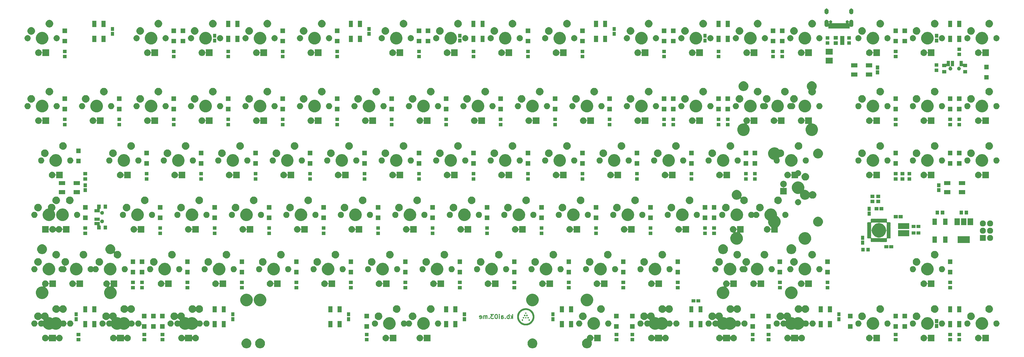
<source format=gbs>
G04 #@! TF.GenerationSoftware,KiCad,Pcbnew,(5.0.2)-1*
G04 #@! TF.CreationDate,2019-04-06T01:42:29-07:00*
G04 #@! TF.ProjectId,Voyager87,566f7961-6765-4723-9837-2e6b69636164,rev?*
G04 #@! TF.SameCoordinates,Original*
G04 #@! TF.FileFunction,Soldermask,Bot*
G04 #@! TF.FilePolarity,Negative*
%FSLAX46Y46*%
G04 Gerber Fmt 4.6, Leading zero omitted, Abs format (unit mm)*
G04 Created by KiCad (PCBNEW (5.0.2)-1) date 4/6/2019 1:42:29 AM*
%MOMM*%
%LPD*%
G01*
G04 APERTURE LIST*
%ADD10C,0.300000*%
%ADD11C,0.010000*%
%ADD12C,0.100000*%
G04 APERTURE END LIST*
D10*
X212125000Y-137997321D02*
X212125000Y-136497321D01*
X211982142Y-137425892D02*
X211553571Y-137997321D01*
X211553571Y-136997321D02*
X212125000Y-137568750D01*
X210910714Y-137997321D02*
X210910714Y-136497321D01*
X210910714Y-137068750D02*
X210767857Y-136997321D01*
X210482142Y-136997321D01*
X210339285Y-137068750D01*
X210267857Y-137140178D01*
X210196428Y-137283035D01*
X210196428Y-137711607D01*
X210267857Y-137854464D01*
X210339285Y-137925892D01*
X210482142Y-137997321D01*
X210767857Y-137997321D01*
X210910714Y-137925892D01*
X209553571Y-137854464D02*
X209482142Y-137925892D01*
X209553571Y-137997321D01*
X209625000Y-137925892D01*
X209553571Y-137854464D01*
X209553571Y-137997321D01*
X208196428Y-137997321D02*
X208196428Y-137211607D01*
X208267857Y-137068750D01*
X208410714Y-136997321D01*
X208696428Y-136997321D01*
X208839285Y-137068750D01*
X208196428Y-137925892D02*
X208339285Y-137997321D01*
X208696428Y-137997321D01*
X208839285Y-137925892D01*
X208910714Y-137783035D01*
X208910714Y-137640178D01*
X208839285Y-137497321D01*
X208696428Y-137425892D01*
X208339285Y-137425892D01*
X208196428Y-137354464D01*
X207482142Y-137997321D02*
X207482142Y-136997321D01*
X207482142Y-136497321D02*
X207553571Y-136568750D01*
X207482142Y-136640178D01*
X207410714Y-136568750D01*
X207482142Y-136497321D01*
X207482142Y-136640178D01*
X206482142Y-136497321D02*
X206339285Y-136497321D01*
X206196428Y-136568750D01*
X206125000Y-136640178D01*
X206053571Y-136783035D01*
X205982142Y-137068750D01*
X205982142Y-137425892D01*
X206053571Y-137711607D01*
X206125000Y-137854464D01*
X206196428Y-137925892D01*
X206339285Y-137997321D01*
X206482142Y-137997321D01*
X206625000Y-137925892D01*
X206696428Y-137854464D01*
X206767857Y-137711607D01*
X206839285Y-137425892D01*
X206839285Y-137068750D01*
X206767857Y-136783035D01*
X206696428Y-136640178D01*
X206625000Y-136568750D01*
X206482142Y-136497321D01*
X205482142Y-136497321D02*
X204553571Y-136497321D01*
X205053571Y-137068750D01*
X204839285Y-137068750D01*
X204696428Y-137140178D01*
X204625000Y-137211607D01*
X204553571Y-137354464D01*
X204553571Y-137711607D01*
X204625000Y-137854464D01*
X204696428Y-137925892D01*
X204839285Y-137997321D01*
X205267857Y-137997321D01*
X205410714Y-137925892D01*
X205482142Y-137854464D01*
X203910714Y-137854464D02*
X203839285Y-137925892D01*
X203910714Y-137997321D01*
X203982142Y-137925892D01*
X203910714Y-137854464D01*
X203910714Y-137997321D01*
X203196428Y-137997321D02*
X203196428Y-136997321D01*
X203196428Y-137140178D02*
X203125000Y-137068750D01*
X202982142Y-136997321D01*
X202767857Y-136997321D01*
X202625000Y-137068750D01*
X202553571Y-137211607D01*
X202553571Y-137997321D01*
X202553571Y-137211607D02*
X202482142Y-137068750D01*
X202339285Y-136997321D01*
X202125000Y-136997321D01*
X201982142Y-137068750D01*
X201910714Y-137211607D01*
X201910714Y-137997321D01*
X200625000Y-137925892D02*
X200767857Y-137997321D01*
X201053571Y-137997321D01*
X201196428Y-137925892D01*
X201267857Y-137783035D01*
X201267857Y-137211607D01*
X201196428Y-137068750D01*
X201053571Y-136997321D01*
X200767857Y-136997321D01*
X200625000Y-137068750D01*
X200553571Y-137211607D01*
X200553571Y-137354464D01*
X201267857Y-137497321D01*
D11*
G04 #@! TO.C,G\002A\002A\002A*
G36*
X216503250Y-136239250D02*
X216908062Y-136239250D01*
X216908062Y-135834438D01*
X216503250Y-135834438D01*
X216503250Y-136239250D01*
X216503250Y-136239250D01*
G37*
X216503250Y-136239250D02*
X216908062Y-136239250D01*
X216908062Y-135834438D01*
X216503250Y-135834438D01*
X216503250Y-136239250D01*
G36*
X216098437Y-137025063D02*
X216503250Y-137025063D01*
X216503250Y-136644063D01*
X216098437Y-136644063D01*
X216098437Y-137025063D01*
X216098437Y-137025063D01*
G37*
X216098437Y-137025063D02*
X216503250Y-137025063D01*
X216503250Y-136644063D01*
X216098437Y-136644063D01*
X216098437Y-137025063D01*
G36*
X216908062Y-137025063D02*
X217289062Y-137025063D01*
X217289062Y-136644063D01*
X216908062Y-136644063D01*
X216908062Y-137025063D01*
X216908062Y-137025063D01*
G37*
X216908062Y-137025063D02*
X217289062Y-137025063D01*
X217289062Y-136644063D01*
X216908062Y-136644063D01*
X216908062Y-137025063D01*
G36*
X215717437Y-137834688D02*
X216098437Y-137834688D01*
X216098437Y-137429875D01*
X215717437Y-137429875D01*
X215717437Y-137834688D01*
X215717437Y-137834688D01*
G37*
X215717437Y-137834688D02*
X216098437Y-137834688D01*
X216098437Y-137429875D01*
X215717437Y-137429875D01*
X215717437Y-137834688D01*
G36*
X216503250Y-137834688D02*
X216908062Y-137834688D01*
X216908062Y-137429875D01*
X216503250Y-137429875D01*
X216503250Y-137834688D01*
X216503250Y-137834688D01*
G37*
X216503250Y-137834688D02*
X216908062Y-137834688D01*
X216908062Y-137429875D01*
X216503250Y-137429875D01*
X216503250Y-137834688D01*
G36*
X217289062Y-137834688D02*
X217693875Y-137834688D01*
X217693875Y-137429875D01*
X217289062Y-137429875D01*
X217289062Y-137834688D01*
X217289062Y-137834688D01*
G37*
X217289062Y-137834688D02*
X217693875Y-137834688D01*
X217693875Y-137429875D01*
X217289062Y-137429875D01*
X217289062Y-137834688D01*
G36*
X215312625Y-138620500D02*
X215717437Y-138620500D01*
X215717437Y-138215688D01*
X215312625Y-138215688D01*
X215312625Y-138620500D01*
X215312625Y-138620500D01*
G37*
X215312625Y-138620500D02*
X215717437Y-138620500D01*
X215717437Y-138215688D01*
X215312625Y-138215688D01*
X215312625Y-138620500D01*
G36*
X217693875Y-138620500D02*
X218098687Y-138620500D01*
X218098687Y-138215688D01*
X217693875Y-138215688D01*
X217693875Y-138620500D01*
X217693875Y-138620500D01*
G37*
X217693875Y-138620500D02*
X218098687Y-138620500D01*
X218098687Y-138215688D01*
X217693875Y-138215688D01*
X217693875Y-138620500D01*
G36*
X216689781Y-134346795D02*
X216565663Y-134348165D01*
X216453951Y-134352322D01*
X216351358Y-134359669D01*
X216254594Y-134370610D01*
X216160372Y-134385548D01*
X216065403Y-134404887D01*
X215966399Y-134429031D01*
X215921120Y-134441168D01*
X215712573Y-134506406D01*
X215510485Y-134585742D01*
X215315622Y-134678778D01*
X215128751Y-134785118D01*
X214950636Y-134904366D01*
X214798490Y-135022367D01*
X214640822Y-135163092D01*
X214493485Y-135314537D01*
X214357164Y-135475635D01*
X214232542Y-135645317D01*
X214120303Y-135822516D01*
X214021130Y-136006166D01*
X213935708Y-136195197D01*
X213864720Y-136388543D01*
X213815966Y-136556553D01*
X213782895Y-136696539D01*
X213757535Y-136828475D01*
X213739143Y-136957747D01*
X213726975Y-137089743D01*
X213720289Y-137229850D01*
X213719636Y-137255250D01*
X213722355Y-137473547D01*
X213740550Y-137688330D01*
X213774215Y-137899571D01*
X213823344Y-138107239D01*
X213887931Y-138311305D01*
X213952128Y-138475237D01*
X213980211Y-138540502D01*
X214004273Y-138594660D01*
X214026142Y-138641363D01*
X214047643Y-138684263D01*
X214070604Y-138727013D01*
X214096850Y-138773265D01*
X214125975Y-138822906D01*
X214245194Y-139009177D01*
X214375298Y-139183903D01*
X214516421Y-139347215D01*
X214668695Y-139499246D01*
X214832253Y-139640130D01*
X215007226Y-139769998D01*
X215189594Y-139886525D01*
X215242423Y-139917494D01*
X215288336Y-139943471D01*
X215330985Y-139966281D01*
X215374022Y-139987751D01*
X215421099Y-140009707D01*
X215475869Y-140033975D01*
X215537263Y-140060372D01*
X215633496Y-140099919D01*
X215722214Y-140132958D01*
X215809328Y-140161445D01*
X215900752Y-140187339D01*
X215983344Y-140208072D01*
X216147860Y-140243626D01*
X216304955Y-140269303D01*
X216459183Y-140285643D01*
X216615101Y-140293186D01*
X216705656Y-140293763D01*
X216756875Y-140293248D01*
X216804996Y-140292543D01*
X216846876Y-140291710D01*
X216879372Y-140290813D01*
X216899340Y-140289915D01*
X216900125Y-140289859D01*
X217116299Y-140265907D01*
X217329056Y-140226920D01*
X217537537Y-140173217D01*
X217740882Y-140105113D01*
X217938234Y-140022926D01*
X218128732Y-139926975D01*
X218311518Y-139817576D01*
X218462474Y-139712546D01*
X218635401Y-139574199D01*
X218796085Y-139425838D01*
X218944299Y-139267789D01*
X219079821Y-139100382D01*
X219202426Y-138923944D01*
X219311889Y-138738802D01*
X219407987Y-138545285D01*
X219490494Y-138343721D01*
X219559187Y-138134438D01*
X219571332Y-138091380D01*
X219597698Y-137989585D01*
X219619083Y-137893261D01*
X219635891Y-137799117D01*
X219648525Y-137703867D01*
X219657390Y-137604220D01*
X219662888Y-137496890D01*
X219665424Y-137378586D01*
X219665705Y-137322719D01*
X219665030Y-137267358D01*
X219132956Y-137267358D01*
X219132853Y-137347496D01*
X219131187Y-137427160D01*
X219127991Y-137502287D01*
X219123294Y-137568810D01*
X219119574Y-137604500D01*
X219087700Y-137801798D01*
X219041049Y-137993413D01*
X218979799Y-138178972D01*
X218904131Y-138358099D01*
X218814223Y-138530419D01*
X218710256Y-138695559D01*
X218592409Y-138853143D01*
X218460862Y-139002797D01*
X218438526Y-139026010D01*
X218304292Y-139153084D01*
X218158590Y-139271020D01*
X218004119Y-139377840D01*
X217843581Y-139471566D01*
X217797792Y-139495254D01*
X217723384Y-139531903D01*
X217658143Y-139562122D01*
X217597646Y-139587690D01*
X217537472Y-139610384D01*
X217473199Y-139631983D01*
X217408125Y-139651977D01*
X217218912Y-139701390D01*
X217033161Y-139735841D01*
X216849423Y-139755464D01*
X216666247Y-139760392D01*
X216482186Y-139750761D01*
X216415644Y-139743781D01*
X216228312Y-139714837D01*
X216048731Y-139673028D01*
X215874393Y-139617604D01*
X215702791Y-139547814D01*
X215605834Y-139501616D01*
X215435202Y-139408197D01*
X215275786Y-139304462D01*
X215126828Y-139189724D01*
X214987571Y-139063300D01*
X214857256Y-138924504D01*
X214735126Y-138772653D01*
X214626858Y-138617009D01*
X214601732Y-138575818D01*
X214572409Y-138523690D01*
X214540709Y-138464246D01*
X214508451Y-138401106D01*
X214477457Y-138337890D01*
X214449544Y-138278217D01*
X214426535Y-138225707D01*
X214413097Y-138191875D01*
X214350230Y-138000334D01*
X214302834Y-137807595D01*
X214270950Y-137614200D01*
X214254620Y-137420690D01*
X214253882Y-137227607D01*
X214268778Y-137035492D01*
X214299348Y-136844886D01*
X214309151Y-136798844D01*
X214342800Y-136662551D01*
X214381108Y-136536368D01*
X214426046Y-136414757D01*
X214479587Y-136292182D01*
X214517246Y-136214708D01*
X214610951Y-136045860D01*
X214717776Y-135885423D01*
X214836952Y-135734118D01*
X214967713Y-135592664D01*
X215109290Y-135461781D01*
X215260916Y-135342190D01*
X215421823Y-135234610D01*
X215591243Y-135139761D01*
X215735425Y-135072230D01*
X215907053Y-135005835D01*
X216079607Y-134953837D01*
X216255094Y-134915828D01*
X216435524Y-134891401D01*
X216622905Y-134880147D01*
X216685812Y-134879257D01*
X216883907Y-134885627D01*
X217075535Y-134906272D01*
X217261469Y-134941423D01*
X217442485Y-134991317D01*
X217619356Y-135056185D01*
X217792856Y-135136263D01*
X217963759Y-135231785D01*
X218064456Y-135295994D01*
X218203889Y-135397522D01*
X218338087Y-135512028D01*
X218465409Y-135637589D01*
X218584215Y-135772281D01*
X218692864Y-135914181D01*
X218789715Y-136061365D01*
X218873128Y-136211911D01*
X218907924Y-136284830D01*
X218969327Y-136429689D01*
X219019558Y-136568928D01*
X219059815Y-136706876D01*
X219091294Y-136847864D01*
X219115194Y-136996221D01*
X219123595Y-137064750D01*
X219128358Y-137121920D01*
X219131468Y-137190811D01*
X219132956Y-137267358D01*
X219665030Y-137267358D01*
X219663960Y-137179723D01*
X219658086Y-137048856D01*
X219647512Y-136926775D01*
X219631665Y-136810135D01*
X219609973Y-136695594D01*
X219581863Y-136579809D01*
X219546764Y-136459437D01*
X219504103Y-136331134D01*
X219488409Y-136286875D01*
X219410024Y-136092156D01*
X219317184Y-135903822D01*
X219210078Y-135722135D01*
X219088898Y-135547358D01*
X218953833Y-135379753D01*
X218805076Y-135219583D01*
X218642817Y-135067110D01*
X218535979Y-134976929D01*
X218450150Y-134911436D01*
X218352611Y-134844110D01*
X218247002Y-134777162D01*
X218136964Y-134712805D01*
X218026137Y-134653250D01*
X217918161Y-134600708D01*
X217912156Y-134597965D01*
X217842196Y-134568092D01*
X217761015Y-134536706D01*
X217672983Y-134505286D01*
X217582471Y-134475312D01*
X217493849Y-134448261D01*
X217411486Y-134425614D01*
X217379600Y-134417721D01*
X217286375Y-134396953D01*
X217197401Y-134380293D01*
X217109397Y-134367402D01*
X217019081Y-134357945D01*
X216923172Y-134351582D01*
X216818390Y-134347978D01*
X216701455Y-134346794D01*
X216689781Y-134346795D01*
X216689781Y-134346795D01*
G37*
X216689781Y-134346795D02*
X216565663Y-134348165D01*
X216453951Y-134352322D01*
X216351358Y-134359669D01*
X216254594Y-134370610D01*
X216160372Y-134385548D01*
X216065403Y-134404887D01*
X215966399Y-134429031D01*
X215921120Y-134441168D01*
X215712573Y-134506406D01*
X215510485Y-134585742D01*
X215315622Y-134678778D01*
X215128751Y-134785118D01*
X214950636Y-134904366D01*
X214798490Y-135022367D01*
X214640822Y-135163092D01*
X214493485Y-135314537D01*
X214357164Y-135475635D01*
X214232542Y-135645317D01*
X214120303Y-135822516D01*
X214021130Y-136006166D01*
X213935708Y-136195197D01*
X213864720Y-136388543D01*
X213815966Y-136556553D01*
X213782895Y-136696539D01*
X213757535Y-136828475D01*
X213739143Y-136957747D01*
X213726975Y-137089743D01*
X213720289Y-137229850D01*
X213719636Y-137255250D01*
X213722355Y-137473547D01*
X213740550Y-137688330D01*
X213774215Y-137899571D01*
X213823344Y-138107239D01*
X213887931Y-138311305D01*
X213952128Y-138475237D01*
X213980211Y-138540502D01*
X214004273Y-138594660D01*
X214026142Y-138641363D01*
X214047643Y-138684263D01*
X214070604Y-138727013D01*
X214096850Y-138773265D01*
X214125975Y-138822906D01*
X214245194Y-139009177D01*
X214375298Y-139183903D01*
X214516421Y-139347215D01*
X214668695Y-139499246D01*
X214832253Y-139640130D01*
X215007226Y-139769998D01*
X215189594Y-139886525D01*
X215242423Y-139917494D01*
X215288336Y-139943471D01*
X215330985Y-139966281D01*
X215374022Y-139987751D01*
X215421099Y-140009707D01*
X215475869Y-140033975D01*
X215537263Y-140060372D01*
X215633496Y-140099919D01*
X215722214Y-140132958D01*
X215809328Y-140161445D01*
X215900752Y-140187339D01*
X215983344Y-140208072D01*
X216147860Y-140243626D01*
X216304955Y-140269303D01*
X216459183Y-140285643D01*
X216615101Y-140293186D01*
X216705656Y-140293763D01*
X216756875Y-140293248D01*
X216804996Y-140292543D01*
X216846876Y-140291710D01*
X216879372Y-140290813D01*
X216899340Y-140289915D01*
X216900125Y-140289859D01*
X217116299Y-140265907D01*
X217329056Y-140226920D01*
X217537537Y-140173217D01*
X217740882Y-140105113D01*
X217938234Y-140022926D01*
X218128732Y-139926975D01*
X218311518Y-139817576D01*
X218462474Y-139712546D01*
X218635401Y-139574199D01*
X218796085Y-139425838D01*
X218944299Y-139267789D01*
X219079821Y-139100382D01*
X219202426Y-138923944D01*
X219311889Y-138738802D01*
X219407987Y-138545285D01*
X219490494Y-138343721D01*
X219559187Y-138134438D01*
X219571332Y-138091380D01*
X219597698Y-137989585D01*
X219619083Y-137893261D01*
X219635891Y-137799117D01*
X219648525Y-137703867D01*
X219657390Y-137604220D01*
X219662888Y-137496890D01*
X219665424Y-137378586D01*
X219665705Y-137322719D01*
X219665030Y-137267358D01*
X219132956Y-137267358D01*
X219132853Y-137347496D01*
X219131187Y-137427160D01*
X219127991Y-137502287D01*
X219123294Y-137568810D01*
X219119574Y-137604500D01*
X219087700Y-137801798D01*
X219041049Y-137993413D01*
X218979799Y-138178972D01*
X218904131Y-138358099D01*
X218814223Y-138530419D01*
X218710256Y-138695559D01*
X218592409Y-138853143D01*
X218460862Y-139002797D01*
X218438526Y-139026010D01*
X218304292Y-139153084D01*
X218158590Y-139271020D01*
X218004119Y-139377840D01*
X217843581Y-139471566D01*
X217797792Y-139495254D01*
X217723384Y-139531903D01*
X217658143Y-139562122D01*
X217597646Y-139587690D01*
X217537472Y-139610384D01*
X217473199Y-139631983D01*
X217408125Y-139651977D01*
X217218912Y-139701390D01*
X217033161Y-139735841D01*
X216849423Y-139755464D01*
X216666247Y-139760392D01*
X216482186Y-139750761D01*
X216415644Y-139743781D01*
X216228312Y-139714837D01*
X216048731Y-139673028D01*
X215874393Y-139617604D01*
X215702791Y-139547814D01*
X215605834Y-139501616D01*
X215435202Y-139408197D01*
X215275786Y-139304462D01*
X215126828Y-139189724D01*
X214987571Y-139063300D01*
X214857256Y-138924504D01*
X214735126Y-138772653D01*
X214626858Y-138617009D01*
X214601732Y-138575818D01*
X214572409Y-138523690D01*
X214540709Y-138464246D01*
X214508451Y-138401106D01*
X214477457Y-138337890D01*
X214449544Y-138278217D01*
X214426535Y-138225707D01*
X214413097Y-138191875D01*
X214350230Y-138000334D01*
X214302834Y-137807595D01*
X214270950Y-137614200D01*
X214254620Y-137420690D01*
X214253882Y-137227607D01*
X214268778Y-137035492D01*
X214299348Y-136844886D01*
X214309151Y-136798844D01*
X214342800Y-136662551D01*
X214381108Y-136536368D01*
X214426046Y-136414757D01*
X214479587Y-136292182D01*
X214517246Y-136214708D01*
X214610951Y-136045860D01*
X214717776Y-135885423D01*
X214836952Y-135734118D01*
X214967713Y-135592664D01*
X215109290Y-135461781D01*
X215260916Y-135342190D01*
X215421823Y-135234610D01*
X215591243Y-135139761D01*
X215735425Y-135072230D01*
X215907053Y-135005835D01*
X216079607Y-134953837D01*
X216255094Y-134915828D01*
X216435524Y-134891401D01*
X216622905Y-134880147D01*
X216685812Y-134879257D01*
X216883907Y-134885627D01*
X217075535Y-134906272D01*
X217261469Y-134941423D01*
X217442485Y-134991317D01*
X217619356Y-135056185D01*
X217792856Y-135136263D01*
X217963759Y-135231785D01*
X218064456Y-135295994D01*
X218203889Y-135397522D01*
X218338087Y-135512028D01*
X218465409Y-135637589D01*
X218584215Y-135772281D01*
X218692864Y-135914181D01*
X218789715Y-136061365D01*
X218873128Y-136211911D01*
X218907924Y-136284830D01*
X218969327Y-136429689D01*
X219019558Y-136568928D01*
X219059815Y-136706876D01*
X219091294Y-136847864D01*
X219115194Y-136996221D01*
X219123595Y-137064750D01*
X219128358Y-137121920D01*
X219131468Y-137190811D01*
X219132956Y-137267358D01*
X219665030Y-137267358D01*
X219663960Y-137179723D01*
X219658086Y-137048856D01*
X219647512Y-136926775D01*
X219631665Y-136810135D01*
X219609973Y-136695594D01*
X219581863Y-136579809D01*
X219546764Y-136459437D01*
X219504103Y-136331134D01*
X219488409Y-136286875D01*
X219410024Y-136092156D01*
X219317184Y-135903822D01*
X219210078Y-135722135D01*
X219088898Y-135547358D01*
X218953833Y-135379753D01*
X218805076Y-135219583D01*
X218642817Y-135067110D01*
X218535979Y-134976929D01*
X218450150Y-134911436D01*
X218352611Y-134844110D01*
X218247002Y-134777162D01*
X218136964Y-134712805D01*
X218026137Y-134653250D01*
X217918161Y-134600708D01*
X217912156Y-134597965D01*
X217842196Y-134568092D01*
X217761015Y-134536706D01*
X217672983Y-134505286D01*
X217582471Y-134475312D01*
X217493849Y-134448261D01*
X217411486Y-134425614D01*
X217379600Y-134417721D01*
X217286375Y-134396953D01*
X217197401Y-134380293D01*
X217109397Y-134367402D01*
X217019081Y-134357945D01*
X216923172Y-134351582D01*
X216818390Y-134347978D01*
X216701455Y-134346794D01*
X216689781Y-134346795D01*
D12*
G36*
X239498202Y-143657027D02*
X239572422Y-143671790D01*
X239659299Y-143707776D01*
X239782162Y-143758667D01*
X239970929Y-143884797D01*
X240131453Y-144045321D01*
X240257583Y-144234088D01*
X240344460Y-144443829D01*
X240376152Y-144603154D01*
X240383265Y-144626604D01*
X240394816Y-144648214D01*
X240410362Y-144667156D01*
X240429304Y-144682702D01*
X240450915Y-144694253D01*
X240474364Y-144701366D01*
X240498750Y-144703768D01*
X240523136Y-144701366D01*
X240546586Y-144694253D01*
X240568196Y-144682702D01*
X240587138Y-144667156D01*
X240602684Y-144648214D01*
X240614235Y-144626603D01*
X240621348Y-144603154D01*
X240623750Y-144578768D01*
X240623750Y-143627500D01*
X242928750Y-143627500D01*
X242928750Y-145932500D01*
X240623750Y-145932500D01*
X240623750Y-144981232D01*
X240621348Y-144956846D01*
X240614235Y-144933397D01*
X240602684Y-144911786D01*
X240587138Y-144892844D01*
X240568196Y-144877298D01*
X240546585Y-144865747D01*
X240523136Y-144858634D01*
X240498750Y-144856232D01*
X240474364Y-144858634D01*
X240450915Y-144865747D01*
X240429304Y-144877298D01*
X240410362Y-144892844D01*
X240394816Y-144911786D01*
X240383265Y-144933397D01*
X240376152Y-144956846D01*
X240344460Y-145116171D01*
X240257583Y-145325912D01*
X240131453Y-145514679D01*
X239970929Y-145675203D01*
X239782165Y-145801331D01*
X239782164Y-145801332D01*
X239782163Y-145801332D01*
X239763513Y-145809057D01*
X239741906Y-145820606D01*
X239722964Y-145836151D01*
X239707418Y-145855093D01*
X239695867Y-145876704D01*
X239688753Y-145900153D01*
X239686351Y-145924539D01*
X239688752Y-145948925D01*
X239695866Y-145972376D01*
X239782748Y-146182128D01*
X239849000Y-146515199D01*
X239849000Y-146854801D01*
X239782748Y-147187872D01*
X239652790Y-147501619D01*
X239464116Y-147783989D01*
X239223989Y-148024116D01*
X238941619Y-148212790D01*
X238627872Y-148342748D01*
X238294801Y-148409000D01*
X237955199Y-148409000D01*
X237622128Y-148342748D01*
X237308381Y-148212790D01*
X237026011Y-148024116D01*
X236785884Y-147783989D01*
X236597210Y-147501619D01*
X236467252Y-147187872D01*
X236401000Y-146854801D01*
X236401000Y-146515199D01*
X236467252Y-146182128D01*
X236597210Y-145868381D01*
X236785884Y-145586011D01*
X237026011Y-145345884D01*
X237308381Y-145157210D01*
X237622128Y-145027252D01*
X237955199Y-144961000D01*
X237958750Y-144961000D01*
X237983136Y-144958598D01*
X238006585Y-144951485D01*
X238028196Y-144939934D01*
X238047138Y-144924388D01*
X238062684Y-144905446D01*
X238074235Y-144883835D01*
X238081348Y-144860386D01*
X238083750Y-144836000D01*
X238083750Y-144666487D01*
X238128040Y-144443829D01*
X238214917Y-144234088D01*
X238341047Y-144045321D01*
X238501571Y-143884797D01*
X238690338Y-143758667D01*
X238813201Y-143707776D01*
X238900078Y-143671790D01*
X238974298Y-143657027D01*
X239122737Y-143627500D01*
X239349763Y-143627500D01*
X239498202Y-143657027D01*
X239498202Y-143657027D01*
G37*
G36*
X219571522Y-145027252D02*
X219885269Y-145157210D01*
X220167639Y-145345884D01*
X220407766Y-145586011D01*
X220596440Y-145868381D01*
X220726398Y-146182128D01*
X220792650Y-146515199D01*
X220792650Y-146854801D01*
X220726398Y-147187872D01*
X220596440Y-147501619D01*
X220407766Y-147783989D01*
X220167639Y-148024116D01*
X219885269Y-148212790D01*
X219571522Y-148342748D01*
X219238451Y-148409000D01*
X218898849Y-148409000D01*
X218565778Y-148342748D01*
X218252031Y-148212790D01*
X217969661Y-148024116D01*
X217729534Y-147783989D01*
X217540860Y-147501619D01*
X217410902Y-147187872D01*
X217344650Y-146854801D01*
X217344650Y-146515199D01*
X217410902Y-146182128D01*
X217540860Y-145868381D01*
X217729534Y-145586011D01*
X217969661Y-145345884D01*
X218252031Y-145157210D01*
X218565778Y-145027252D01*
X218898849Y-144961000D01*
X219238451Y-144961000D01*
X219571522Y-145027252D01*
X219571522Y-145027252D01*
G37*
G36*
X124327872Y-145027252D02*
X124641619Y-145157210D01*
X124923989Y-145345884D01*
X125164116Y-145586011D01*
X125352790Y-145868381D01*
X125482748Y-146182128D01*
X125549000Y-146515199D01*
X125549000Y-146854801D01*
X125482748Y-147187872D01*
X125352790Y-147501619D01*
X125164116Y-147783989D01*
X124923989Y-148024116D01*
X124641619Y-148212790D01*
X124327872Y-148342748D01*
X123994801Y-148409000D01*
X123655199Y-148409000D01*
X123322128Y-148342748D01*
X123008381Y-148212790D01*
X122726011Y-148024116D01*
X122485884Y-147783989D01*
X122297210Y-147501619D01*
X122167252Y-147187872D01*
X122101000Y-146854801D01*
X122101000Y-146515199D01*
X122167252Y-146182128D01*
X122297210Y-145868381D01*
X122485884Y-145586011D01*
X122726011Y-145345884D01*
X123008381Y-145157210D01*
X123322128Y-145027252D01*
X123655199Y-144961000D01*
X123994801Y-144961000D01*
X124327872Y-145027252D01*
X124327872Y-145027252D01*
G37*
G36*
X119571722Y-145027252D02*
X119885469Y-145157210D01*
X120167839Y-145345884D01*
X120407966Y-145586011D01*
X120596640Y-145868381D01*
X120726598Y-146182128D01*
X120792850Y-146515199D01*
X120792850Y-146854801D01*
X120726598Y-147187872D01*
X120596640Y-147501619D01*
X120407966Y-147783989D01*
X120167839Y-148024116D01*
X119885469Y-148212790D01*
X119571722Y-148342748D01*
X119238651Y-148409000D01*
X118899049Y-148409000D01*
X118565978Y-148342748D01*
X118252231Y-148212790D01*
X117969861Y-148024116D01*
X117729734Y-147783989D01*
X117541060Y-147501619D01*
X117411102Y-147187872D01*
X117344850Y-146854801D01*
X117344850Y-146515199D01*
X117411102Y-146182128D01*
X117541060Y-145868381D01*
X117729734Y-145586011D01*
X117969861Y-145345884D01*
X118252231Y-145157210D01*
X118565978Y-145027252D01*
X118899049Y-144961000D01*
X119238651Y-144961000D01*
X119571722Y-145027252D01*
X119571722Y-145027252D01*
G37*
G36*
X365775000Y-145962500D02*
X364475000Y-145962500D01*
X364475000Y-144762500D01*
X365775000Y-144762500D01*
X365775000Y-145962500D01*
X365775000Y-145962500D01*
G37*
G36*
X296718750Y-145962500D02*
X295418750Y-145962500D01*
X295418750Y-144762500D01*
X296718750Y-144762500D01*
X296718750Y-145962500D01*
X296718750Y-145962500D01*
G37*
G36*
X302275000Y-145962500D02*
X300975000Y-145962500D01*
X300975000Y-144762500D01*
X302275000Y-144762500D01*
X302275000Y-145962500D01*
X302275000Y-145962500D01*
G37*
G36*
X60975000Y-145962500D02*
X59675000Y-145962500D01*
X59675000Y-144762500D01*
X60975000Y-144762500D01*
X60975000Y-145962500D01*
X60975000Y-145962500D01*
G37*
G36*
X83993750Y-145962500D02*
X82693750Y-145962500D01*
X82693750Y-144762500D01*
X83993750Y-144762500D01*
X83993750Y-145962500D01*
X83993750Y-145962500D01*
G37*
G36*
X90343750Y-145962500D02*
X89043750Y-145962500D01*
X89043750Y-144762500D01*
X90343750Y-144762500D01*
X90343750Y-145962500D01*
X90343750Y-145962500D01*
G37*
G36*
X161781250Y-145962500D02*
X160481250Y-145962500D01*
X160481250Y-144762500D01*
X161781250Y-144762500D01*
X161781250Y-145962500D01*
X161781250Y-145962500D01*
G37*
G36*
X249093750Y-145962500D02*
X247793750Y-145962500D01*
X247793750Y-144762500D01*
X249093750Y-144762500D01*
X249093750Y-145962500D01*
X249093750Y-145962500D01*
G37*
G36*
X254650000Y-145962500D02*
X253350000Y-145962500D01*
X253350000Y-144762500D01*
X254650000Y-144762500D01*
X254650000Y-145962500D01*
X254650000Y-145962500D01*
G37*
G36*
X368950000Y-145962500D02*
X367650000Y-145962500D01*
X367650000Y-144762500D01*
X368950000Y-144762500D01*
X368950000Y-145962500D01*
X368950000Y-145962500D01*
G37*
G36*
X346725000Y-145962500D02*
X345425000Y-145962500D01*
X345425000Y-144762500D01*
X346725000Y-144762500D01*
X346725000Y-145962500D01*
X346725000Y-145962500D01*
G37*
G36*
X179966952Y-143657027D02*
X180041172Y-143671790D01*
X180128049Y-143707776D01*
X180250912Y-143758667D01*
X180439679Y-143884797D01*
X180600203Y-144045321D01*
X180726333Y-144234088D01*
X180813210Y-144443829D01*
X180844902Y-144603154D01*
X180852015Y-144626604D01*
X180863566Y-144648214D01*
X180879112Y-144667156D01*
X180898054Y-144682702D01*
X180919665Y-144694253D01*
X180943114Y-144701366D01*
X180967500Y-144703768D01*
X180991886Y-144701366D01*
X181015336Y-144694253D01*
X181036946Y-144682702D01*
X181055888Y-144667156D01*
X181071434Y-144648214D01*
X181082985Y-144626603D01*
X181090098Y-144603154D01*
X181092500Y-144578768D01*
X181092500Y-143627500D01*
X183397500Y-143627500D01*
X183397500Y-145932500D01*
X181092500Y-145932500D01*
X181092500Y-144981232D01*
X181090098Y-144956846D01*
X181082985Y-144933397D01*
X181071434Y-144911786D01*
X181055888Y-144892844D01*
X181036946Y-144877298D01*
X181015335Y-144865747D01*
X180991886Y-144858634D01*
X180967500Y-144856232D01*
X180943114Y-144858634D01*
X180919665Y-144865747D01*
X180898054Y-144877298D01*
X180879112Y-144892844D01*
X180863566Y-144911786D01*
X180852015Y-144933397D01*
X180844902Y-144956846D01*
X180813210Y-145116171D01*
X180726333Y-145325912D01*
X180600203Y-145514679D01*
X180439679Y-145675203D01*
X180250912Y-145801333D01*
X180166853Y-145836151D01*
X180041172Y-145888210D01*
X179981130Y-145900153D01*
X179818513Y-145932500D01*
X179591487Y-145932500D01*
X179428870Y-145900153D01*
X179368828Y-145888210D01*
X179243147Y-145836151D01*
X179159088Y-145801333D01*
X178970321Y-145675203D01*
X178809797Y-145514679D01*
X178683667Y-145325912D01*
X178596790Y-145116171D01*
X178552500Y-144893513D01*
X178552500Y-144666487D01*
X178596790Y-144443829D01*
X178683667Y-144234088D01*
X178809797Y-144045321D01*
X178970321Y-143884797D01*
X179159088Y-143758667D01*
X179281951Y-143707776D01*
X179368828Y-143671790D01*
X179443048Y-143657027D01*
X179591487Y-143627500D01*
X179818513Y-143627500D01*
X179966952Y-143657027D01*
X179966952Y-143657027D01*
G37*
G36*
X308554452Y-143657027D02*
X308628672Y-143671790D01*
X308715549Y-143707776D01*
X308838412Y-143758667D01*
X309027179Y-143884797D01*
X309187703Y-144045321D01*
X309292316Y-144201885D01*
X309307862Y-144220827D01*
X309326804Y-144236373D01*
X309348415Y-144247924D01*
X309371864Y-144255037D01*
X309396250Y-144257439D01*
X309420636Y-144255037D01*
X309444085Y-144247924D01*
X309465696Y-144236373D01*
X309484638Y-144220827D01*
X309500184Y-144201885D01*
X309511735Y-144180274D01*
X309518848Y-144156825D01*
X309521250Y-144132439D01*
X309521250Y-143627500D01*
X311985000Y-143627500D01*
X311985000Y-144132439D01*
X311987402Y-144156825D01*
X311994515Y-144180274D01*
X312006066Y-144201885D01*
X312021612Y-144220827D01*
X312040554Y-144236373D01*
X312062165Y-144247924D01*
X312085614Y-144255037D01*
X312110000Y-144257439D01*
X312134386Y-144255037D01*
X312157835Y-144247924D01*
X312179446Y-144236373D01*
X312198388Y-144220827D01*
X312213934Y-144201885D01*
X312318547Y-144045321D01*
X312479071Y-143884797D01*
X312667838Y-143758667D01*
X312790701Y-143707776D01*
X312877578Y-143671790D01*
X312951798Y-143657027D01*
X313100237Y-143627500D01*
X313327263Y-143627500D01*
X313475702Y-143657027D01*
X313549922Y-143671790D01*
X313636799Y-143707776D01*
X313759662Y-143758667D01*
X313948429Y-143884797D01*
X314108953Y-144045321D01*
X314235083Y-144234088D01*
X314321960Y-144443829D01*
X314366250Y-144666487D01*
X314366250Y-144893513D01*
X314321960Y-145116171D01*
X314235083Y-145325912D01*
X314108953Y-145514679D01*
X313948429Y-145675203D01*
X313759662Y-145801333D01*
X313675603Y-145836151D01*
X313549922Y-145888210D01*
X313489880Y-145900153D01*
X313327263Y-145932500D01*
X313100237Y-145932500D01*
X312937620Y-145900153D01*
X312877578Y-145888210D01*
X312751897Y-145836151D01*
X312667838Y-145801333D01*
X312479071Y-145675203D01*
X312318547Y-145514679D01*
X312213934Y-145358115D01*
X312198388Y-145339173D01*
X312179446Y-145323627D01*
X312157835Y-145312076D01*
X312134386Y-145304963D01*
X312110000Y-145302561D01*
X312085614Y-145304963D01*
X312062165Y-145312076D01*
X312040554Y-145323627D01*
X312021612Y-145339173D01*
X312006066Y-145358115D01*
X311994515Y-145379726D01*
X311987402Y-145403175D01*
X311985000Y-145427561D01*
X311985000Y-145932500D01*
X309521250Y-145932500D01*
X309521250Y-145427561D01*
X309518848Y-145403175D01*
X309511735Y-145379726D01*
X309500184Y-145358115D01*
X309484638Y-145339173D01*
X309465696Y-145323627D01*
X309444085Y-145312076D01*
X309420636Y-145304963D01*
X309396250Y-145302561D01*
X309371864Y-145304963D01*
X309348415Y-145312076D01*
X309326804Y-145323627D01*
X309307862Y-145339173D01*
X309292316Y-145358115D01*
X309187703Y-145514679D01*
X309027179Y-145675203D01*
X308838412Y-145801333D01*
X308754353Y-145836151D01*
X308628672Y-145888210D01*
X308568630Y-145900153D01*
X308406013Y-145932500D01*
X308178987Y-145932500D01*
X308016370Y-145900153D01*
X307956328Y-145888210D01*
X307830647Y-145836151D01*
X307746588Y-145801333D01*
X307557821Y-145675203D01*
X307397297Y-145514679D01*
X307271167Y-145325912D01*
X307184290Y-145116171D01*
X307140000Y-144893513D01*
X307140000Y-144666487D01*
X307184290Y-144443829D01*
X307271167Y-144234088D01*
X307397297Y-144045321D01*
X307557821Y-143884797D01*
X307746588Y-143758667D01*
X307869451Y-143707776D01*
X307956328Y-143671790D01*
X308030548Y-143657027D01*
X308178987Y-143627500D01*
X308406013Y-143627500D01*
X308554452Y-143657027D01*
X308554452Y-143657027D01*
G37*
G36*
X168060702Y-143657027D02*
X168134922Y-143671790D01*
X168221799Y-143707776D01*
X168344662Y-143758667D01*
X168533429Y-143884797D01*
X168693953Y-144045321D01*
X168820083Y-144234088D01*
X168906960Y-144443829D01*
X168938652Y-144603154D01*
X168945765Y-144626604D01*
X168957316Y-144648214D01*
X168972862Y-144667156D01*
X168991804Y-144682702D01*
X169013415Y-144694253D01*
X169036864Y-144701366D01*
X169061250Y-144703768D01*
X169085636Y-144701366D01*
X169109086Y-144694253D01*
X169130696Y-144682702D01*
X169149638Y-144667156D01*
X169165184Y-144648214D01*
X169176735Y-144626603D01*
X169183848Y-144603154D01*
X169186250Y-144578768D01*
X169186250Y-143627500D01*
X171491250Y-143627500D01*
X171491250Y-145932500D01*
X169186250Y-145932500D01*
X169186250Y-144981232D01*
X169183848Y-144956846D01*
X169176735Y-144933397D01*
X169165184Y-144911786D01*
X169149638Y-144892844D01*
X169130696Y-144877298D01*
X169109085Y-144865747D01*
X169085636Y-144858634D01*
X169061250Y-144856232D01*
X169036864Y-144858634D01*
X169013415Y-144865747D01*
X168991804Y-144877298D01*
X168972862Y-144892844D01*
X168957316Y-144911786D01*
X168945765Y-144933397D01*
X168938652Y-144956846D01*
X168906960Y-145116171D01*
X168820083Y-145325912D01*
X168693953Y-145514679D01*
X168533429Y-145675203D01*
X168344662Y-145801333D01*
X168260603Y-145836151D01*
X168134922Y-145888210D01*
X168074880Y-145900153D01*
X167912263Y-145932500D01*
X167685237Y-145932500D01*
X167522620Y-145900153D01*
X167462578Y-145888210D01*
X167336897Y-145836151D01*
X167252838Y-145801333D01*
X167064071Y-145675203D01*
X166903547Y-145514679D01*
X166777417Y-145325912D01*
X166690540Y-145116171D01*
X166646250Y-144893513D01*
X166646250Y-144666487D01*
X166690540Y-144443829D01*
X166777417Y-144234088D01*
X166903547Y-144045321D01*
X167064071Y-143884797D01*
X167252838Y-143758667D01*
X167375701Y-143707776D01*
X167462578Y-143671790D01*
X167536798Y-143657027D01*
X167685237Y-143627500D01*
X167912263Y-143627500D01*
X168060702Y-143657027D01*
X168060702Y-143657027D01*
G37*
G36*
X260929452Y-143657027D02*
X261003672Y-143671790D01*
X261090549Y-143707776D01*
X261213412Y-143758667D01*
X261402179Y-143884797D01*
X261562703Y-144045321D01*
X261667316Y-144201885D01*
X261682862Y-144220827D01*
X261701804Y-144236373D01*
X261723415Y-144247924D01*
X261746864Y-144255037D01*
X261771250Y-144257439D01*
X261795636Y-144255037D01*
X261819085Y-144247924D01*
X261840696Y-144236373D01*
X261859638Y-144220827D01*
X261875184Y-144201885D01*
X261886735Y-144180274D01*
X261893848Y-144156825D01*
X261896250Y-144132439D01*
X261896250Y-143627500D01*
X264360000Y-143627500D01*
X264360000Y-144132439D01*
X264362402Y-144156825D01*
X264369515Y-144180274D01*
X264381066Y-144201885D01*
X264396612Y-144220827D01*
X264415554Y-144236373D01*
X264437165Y-144247924D01*
X264460614Y-144255037D01*
X264485000Y-144257439D01*
X264509386Y-144255037D01*
X264532835Y-144247924D01*
X264554446Y-144236373D01*
X264573388Y-144220827D01*
X264588934Y-144201885D01*
X264693547Y-144045321D01*
X264854071Y-143884797D01*
X265042838Y-143758667D01*
X265165701Y-143707776D01*
X265252578Y-143671790D01*
X265326798Y-143657027D01*
X265475237Y-143627500D01*
X265702263Y-143627500D01*
X265850702Y-143657027D01*
X265924922Y-143671790D01*
X266011799Y-143707776D01*
X266134662Y-143758667D01*
X266323429Y-143884797D01*
X266483953Y-144045321D01*
X266610083Y-144234088D01*
X266696960Y-144443829D01*
X266741250Y-144666487D01*
X266741250Y-144893513D01*
X266696960Y-145116171D01*
X266610083Y-145325912D01*
X266483953Y-145514679D01*
X266323429Y-145675203D01*
X266134662Y-145801333D01*
X266050603Y-145836151D01*
X265924922Y-145888210D01*
X265864880Y-145900153D01*
X265702263Y-145932500D01*
X265475237Y-145932500D01*
X265312620Y-145900153D01*
X265252578Y-145888210D01*
X265126897Y-145836151D01*
X265042838Y-145801333D01*
X264854071Y-145675203D01*
X264693547Y-145514679D01*
X264588934Y-145358115D01*
X264573388Y-145339173D01*
X264554446Y-145323627D01*
X264532835Y-145312076D01*
X264509386Y-145304963D01*
X264485000Y-145302561D01*
X264460614Y-145304963D01*
X264437165Y-145312076D01*
X264415554Y-145323627D01*
X264396612Y-145339173D01*
X264381066Y-145358115D01*
X264369515Y-145379726D01*
X264362402Y-145403175D01*
X264360000Y-145427561D01*
X264360000Y-145932500D01*
X261896250Y-145932500D01*
X261896250Y-145427561D01*
X261893848Y-145403175D01*
X261886735Y-145379726D01*
X261875184Y-145358115D01*
X261859638Y-145339173D01*
X261840696Y-145323627D01*
X261819085Y-145312076D01*
X261795636Y-145304963D01*
X261771250Y-145302561D01*
X261746864Y-145304963D01*
X261723415Y-145312076D01*
X261701804Y-145323627D01*
X261682862Y-145339173D01*
X261667316Y-145358115D01*
X261562703Y-145514679D01*
X261402179Y-145675203D01*
X261213412Y-145801333D01*
X261129353Y-145836151D01*
X261003672Y-145888210D01*
X260943630Y-145900153D01*
X260781013Y-145932500D01*
X260553987Y-145932500D01*
X260391370Y-145900153D01*
X260331328Y-145888210D01*
X260205647Y-145836151D01*
X260121588Y-145801333D01*
X259932821Y-145675203D01*
X259772297Y-145514679D01*
X259646167Y-145325912D01*
X259559290Y-145116171D01*
X259515000Y-144893513D01*
X259515000Y-144666487D01*
X259559290Y-144443829D01*
X259646167Y-144234088D01*
X259772297Y-144045321D01*
X259932821Y-143884797D01*
X260121588Y-143758667D01*
X260244451Y-143707776D01*
X260331328Y-143671790D01*
X260405548Y-143657027D01*
X260553987Y-143627500D01*
X260781013Y-143627500D01*
X260929452Y-143657027D01*
X260929452Y-143657027D01*
G37*
G36*
X72810702Y-143657027D02*
X72884922Y-143671790D01*
X72971799Y-143707776D01*
X73094662Y-143758667D01*
X73283429Y-143884797D01*
X73443953Y-144045321D01*
X73548566Y-144201885D01*
X73564112Y-144220827D01*
X73583054Y-144236373D01*
X73604665Y-144247924D01*
X73628114Y-144255037D01*
X73652500Y-144257439D01*
X73676886Y-144255037D01*
X73700335Y-144247924D01*
X73721946Y-144236373D01*
X73740888Y-144220827D01*
X73756434Y-144201885D01*
X73767985Y-144180274D01*
X73775098Y-144156825D01*
X73777500Y-144132439D01*
X73777500Y-143627500D01*
X76241250Y-143627500D01*
X76241250Y-144132439D01*
X76243652Y-144156825D01*
X76250765Y-144180274D01*
X76262316Y-144201885D01*
X76277862Y-144220827D01*
X76296804Y-144236373D01*
X76318415Y-144247924D01*
X76341864Y-144255037D01*
X76366250Y-144257439D01*
X76390636Y-144255037D01*
X76414085Y-144247924D01*
X76435696Y-144236373D01*
X76454638Y-144220827D01*
X76470184Y-144201885D01*
X76574797Y-144045321D01*
X76735321Y-143884797D01*
X76924088Y-143758667D01*
X77046951Y-143707776D01*
X77133828Y-143671790D01*
X77208048Y-143657027D01*
X77356487Y-143627500D01*
X77583513Y-143627500D01*
X77731952Y-143657027D01*
X77806172Y-143671790D01*
X77893049Y-143707776D01*
X78015912Y-143758667D01*
X78204679Y-143884797D01*
X78365203Y-144045321D01*
X78491333Y-144234088D01*
X78578210Y-144443829D01*
X78622500Y-144666487D01*
X78622500Y-144893513D01*
X78578210Y-145116171D01*
X78491333Y-145325912D01*
X78365203Y-145514679D01*
X78204679Y-145675203D01*
X78015912Y-145801333D01*
X77931853Y-145836151D01*
X77806172Y-145888210D01*
X77746130Y-145900153D01*
X77583513Y-145932500D01*
X77356487Y-145932500D01*
X77193870Y-145900153D01*
X77133828Y-145888210D01*
X77008147Y-145836151D01*
X76924088Y-145801333D01*
X76735321Y-145675203D01*
X76574797Y-145514679D01*
X76470184Y-145358115D01*
X76454638Y-145339173D01*
X76435696Y-145323627D01*
X76414085Y-145312076D01*
X76390636Y-145304963D01*
X76366250Y-145302561D01*
X76341864Y-145304963D01*
X76318415Y-145312076D01*
X76296804Y-145323627D01*
X76277862Y-145339173D01*
X76262316Y-145358115D01*
X76250765Y-145379726D01*
X76243652Y-145403175D01*
X76241250Y-145427561D01*
X76241250Y-145932500D01*
X73777500Y-145932500D01*
X73777500Y-145427561D01*
X73775098Y-145403175D01*
X73767985Y-145379726D01*
X73756434Y-145358115D01*
X73740888Y-145339173D01*
X73721946Y-145323627D01*
X73700335Y-145312076D01*
X73676886Y-145304963D01*
X73652500Y-145302561D01*
X73628114Y-145304963D01*
X73604665Y-145312076D01*
X73583054Y-145323627D01*
X73564112Y-145339173D01*
X73548566Y-145358115D01*
X73443953Y-145514679D01*
X73283429Y-145675203D01*
X73094662Y-145801333D01*
X73010603Y-145836151D01*
X72884922Y-145888210D01*
X72824880Y-145900153D01*
X72662263Y-145932500D01*
X72435237Y-145932500D01*
X72272620Y-145900153D01*
X72212578Y-145888210D01*
X72086897Y-145836151D01*
X72002838Y-145801333D01*
X71814071Y-145675203D01*
X71653547Y-145514679D01*
X71527417Y-145325912D01*
X71440540Y-145116171D01*
X71396250Y-144893513D01*
X71396250Y-144666487D01*
X71440540Y-144443829D01*
X71527417Y-144234088D01*
X71653547Y-144045321D01*
X71814071Y-143884797D01*
X72002838Y-143758667D01*
X72125701Y-143707776D01*
X72212578Y-143671790D01*
X72286798Y-143657027D01*
X72435237Y-143627500D01*
X72662263Y-143627500D01*
X72810702Y-143657027D01*
X72810702Y-143657027D01*
G37*
G36*
X356179452Y-143657027D02*
X356253672Y-143671790D01*
X356340549Y-143707776D01*
X356463412Y-143758667D01*
X356652179Y-143884797D01*
X356812703Y-144045321D01*
X356938833Y-144234088D01*
X357025710Y-144443829D01*
X357057402Y-144603154D01*
X357064515Y-144626604D01*
X357076066Y-144648214D01*
X357091612Y-144667156D01*
X357110554Y-144682702D01*
X357132165Y-144694253D01*
X357155614Y-144701366D01*
X357180000Y-144703768D01*
X357204386Y-144701366D01*
X357227836Y-144694253D01*
X357249446Y-144682702D01*
X357268388Y-144667156D01*
X357283934Y-144648214D01*
X357295485Y-144626603D01*
X357302598Y-144603154D01*
X357305000Y-144578768D01*
X357305000Y-143627500D01*
X359610000Y-143627500D01*
X359610000Y-145932500D01*
X357305000Y-145932500D01*
X357305000Y-144981232D01*
X357302598Y-144956846D01*
X357295485Y-144933397D01*
X357283934Y-144911786D01*
X357268388Y-144892844D01*
X357249446Y-144877298D01*
X357227835Y-144865747D01*
X357204386Y-144858634D01*
X357180000Y-144856232D01*
X357155614Y-144858634D01*
X357132165Y-144865747D01*
X357110554Y-144877298D01*
X357091612Y-144892844D01*
X357076066Y-144911786D01*
X357064515Y-144933397D01*
X357057402Y-144956846D01*
X357025710Y-145116171D01*
X356938833Y-145325912D01*
X356812703Y-145514679D01*
X356652179Y-145675203D01*
X356463412Y-145801333D01*
X356379353Y-145836151D01*
X356253672Y-145888210D01*
X356193630Y-145900153D01*
X356031013Y-145932500D01*
X355803987Y-145932500D01*
X355641370Y-145900153D01*
X355581328Y-145888210D01*
X355455647Y-145836151D01*
X355371588Y-145801333D01*
X355182821Y-145675203D01*
X355022297Y-145514679D01*
X354896167Y-145325912D01*
X354809290Y-145116171D01*
X354765000Y-144893513D01*
X354765000Y-144666487D01*
X354809290Y-144443829D01*
X354896167Y-144234088D01*
X355022297Y-144045321D01*
X355182821Y-143884797D01*
X355371588Y-143758667D01*
X355494451Y-143707776D01*
X355581328Y-143671790D01*
X355655548Y-143657027D01*
X355803987Y-143627500D01*
X356031013Y-143627500D01*
X356179452Y-143657027D01*
X356179452Y-143657027D01*
G37*
G36*
X375229452Y-143657027D02*
X375303672Y-143671790D01*
X375390549Y-143707776D01*
X375513412Y-143758667D01*
X375702179Y-143884797D01*
X375862703Y-144045321D01*
X375988833Y-144234088D01*
X376075710Y-144443829D01*
X376107402Y-144603154D01*
X376114515Y-144626604D01*
X376126066Y-144648214D01*
X376141612Y-144667156D01*
X376160554Y-144682702D01*
X376182165Y-144694253D01*
X376205614Y-144701366D01*
X376230000Y-144703768D01*
X376254386Y-144701366D01*
X376277836Y-144694253D01*
X376299446Y-144682702D01*
X376318388Y-144667156D01*
X376333934Y-144648214D01*
X376345485Y-144626603D01*
X376352598Y-144603154D01*
X376355000Y-144578768D01*
X376355000Y-143627500D01*
X378660000Y-143627500D01*
X378660000Y-145932500D01*
X376355000Y-145932500D01*
X376355000Y-144981232D01*
X376352598Y-144956846D01*
X376345485Y-144933397D01*
X376333934Y-144911786D01*
X376318388Y-144892844D01*
X376299446Y-144877298D01*
X376277835Y-144865747D01*
X376254386Y-144858634D01*
X376230000Y-144856232D01*
X376205614Y-144858634D01*
X376182165Y-144865747D01*
X376160554Y-144877298D01*
X376141612Y-144892844D01*
X376126066Y-144911786D01*
X376114515Y-144933397D01*
X376107402Y-144956846D01*
X376075710Y-145116171D01*
X375988833Y-145325912D01*
X375862703Y-145514679D01*
X375702179Y-145675203D01*
X375513412Y-145801333D01*
X375429353Y-145836151D01*
X375303672Y-145888210D01*
X375243630Y-145900153D01*
X375081013Y-145932500D01*
X374853987Y-145932500D01*
X374691370Y-145900153D01*
X374631328Y-145888210D01*
X374505647Y-145836151D01*
X374421588Y-145801333D01*
X374232821Y-145675203D01*
X374072297Y-145514679D01*
X373946167Y-145325912D01*
X373859290Y-145116171D01*
X373815000Y-144893513D01*
X373815000Y-144666487D01*
X373859290Y-144443829D01*
X373946167Y-144234088D01*
X374072297Y-144045321D01*
X374232821Y-143884797D01*
X374421588Y-143758667D01*
X374544451Y-143707776D01*
X374631328Y-143671790D01*
X374705548Y-143657027D01*
X374853987Y-143627500D01*
X375081013Y-143627500D01*
X375229452Y-143657027D01*
X375229452Y-143657027D01*
G37*
G36*
X284741952Y-143657027D02*
X284816172Y-143671790D01*
X284903049Y-143707776D01*
X285025912Y-143758667D01*
X285214679Y-143884797D01*
X285375203Y-144045321D01*
X285479816Y-144201885D01*
X285495362Y-144220827D01*
X285514304Y-144236373D01*
X285535915Y-144247924D01*
X285559364Y-144255037D01*
X285583750Y-144257439D01*
X285608136Y-144255037D01*
X285631585Y-144247924D01*
X285653196Y-144236373D01*
X285672138Y-144220827D01*
X285687684Y-144201885D01*
X285699235Y-144180274D01*
X285706348Y-144156825D01*
X285708750Y-144132439D01*
X285708750Y-143627500D01*
X288172500Y-143627500D01*
X288172500Y-144132439D01*
X288174902Y-144156825D01*
X288182015Y-144180274D01*
X288193566Y-144201885D01*
X288209112Y-144220827D01*
X288228054Y-144236373D01*
X288249665Y-144247924D01*
X288273114Y-144255037D01*
X288297500Y-144257439D01*
X288321886Y-144255037D01*
X288345335Y-144247924D01*
X288366946Y-144236373D01*
X288385888Y-144220827D01*
X288401434Y-144201885D01*
X288506047Y-144045321D01*
X288666571Y-143884797D01*
X288855338Y-143758667D01*
X288978201Y-143707776D01*
X289065078Y-143671790D01*
X289139298Y-143657027D01*
X289287737Y-143627500D01*
X289514763Y-143627500D01*
X289663202Y-143657027D01*
X289737422Y-143671790D01*
X289824299Y-143707776D01*
X289947162Y-143758667D01*
X290135929Y-143884797D01*
X290296453Y-144045321D01*
X290422583Y-144234088D01*
X290509460Y-144443829D01*
X290553750Y-144666487D01*
X290553750Y-144893513D01*
X290509460Y-145116171D01*
X290422583Y-145325912D01*
X290296453Y-145514679D01*
X290135929Y-145675203D01*
X289947162Y-145801333D01*
X289863103Y-145836151D01*
X289737422Y-145888210D01*
X289677380Y-145900153D01*
X289514763Y-145932500D01*
X289287737Y-145932500D01*
X289125120Y-145900153D01*
X289065078Y-145888210D01*
X288939397Y-145836151D01*
X288855338Y-145801333D01*
X288666571Y-145675203D01*
X288506047Y-145514679D01*
X288401434Y-145358115D01*
X288385888Y-145339173D01*
X288366946Y-145323627D01*
X288345335Y-145312076D01*
X288321886Y-145304963D01*
X288297500Y-145302561D01*
X288273114Y-145304963D01*
X288249665Y-145312076D01*
X288228054Y-145323627D01*
X288209112Y-145339173D01*
X288193566Y-145358115D01*
X288182015Y-145379726D01*
X288174902Y-145403175D01*
X288172500Y-145427561D01*
X288172500Y-145932500D01*
X285708750Y-145932500D01*
X285708750Y-145427561D01*
X285706348Y-145403175D01*
X285699235Y-145379726D01*
X285687684Y-145358115D01*
X285672138Y-145339173D01*
X285653196Y-145323627D01*
X285631585Y-145312076D01*
X285608136Y-145304963D01*
X285583750Y-145302561D01*
X285559364Y-145304963D01*
X285535915Y-145312076D01*
X285514304Y-145323627D01*
X285495362Y-145339173D01*
X285479816Y-145358115D01*
X285375203Y-145514679D01*
X285214679Y-145675203D01*
X285025912Y-145801333D01*
X284941853Y-145836151D01*
X284816172Y-145888210D01*
X284756130Y-145900153D01*
X284593513Y-145932500D01*
X284366487Y-145932500D01*
X284203870Y-145900153D01*
X284143828Y-145888210D01*
X284018147Y-145836151D01*
X283934088Y-145801333D01*
X283745321Y-145675203D01*
X283584797Y-145514679D01*
X283458667Y-145325912D01*
X283371790Y-145116171D01*
X283327500Y-144893513D01*
X283327500Y-144666487D01*
X283371790Y-144443829D01*
X283458667Y-144234088D01*
X283584797Y-144045321D01*
X283745321Y-143884797D01*
X283934088Y-143758667D01*
X284056951Y-143707776D01*
X284143828Y-143671790D01*
X284218048Y-143657027D01*
X284366487Y-143627500D01*
X284593513Y-143627500D01*
X284741952Y-143657027D01*
X284741952Y-143657027D01*
G37*
G36*
X48998202Y-143657027D02*
X49072422Y-143671790D01*
X49159299Y-143707776D01*
X49282162Y-143758667D01*
X49470929Y-143884797D01*
X49631453Y-144045321D01*
X49736066Y-144201885D01*
X49751612Y-144220827D01*
X49770554Y-144236373D01*
X49792165Y-144247924D01*
X49815614Y-144255037D01*
X49840000Y-144257439D01*
X49864386Y-144255037D01*
X49887835Y-144247924D01*
X49909446Y-144236373D01*
X49928388Y-144220827D01*
X49943934Y-144201885D01*
X49955485Y-144180274D01*
X49962598Y-144156825D01*
X49965000Y-144132439D01*
X49965000Y-143627500D01*
X52428750Y-143627500D01*
X52428750Y-144132439D01*
X52431152Y-144156825D01*
X52438265Y-144180274D01*
X52449816Y-144201885D01*
X52465362Y-144220827D01*
X52484304Y-144236373D01*
X52505915Y-144247924D01*
X52529364Y-144255037D01*
X52553750Y-144257439D01*
X52578136Y-144255037D01*
X52601585Y-144247924D01*
X52623196Y-144236373D01*
X52642138Y-144220827D01*
X52657684Y-144201885D01*
X52762297Y-144045321D01*
X52922821Y-143884797D01*
X53111588Y-143758667D01*
X53234451Y-143707776D01*
X53321328Y-143671790D01*
X53395548Y-143657027D01*
X53543987Y-143627500D01*
X53771013Y-143627500D01*
X53919452Y-143657027D01*
X53993672Y-143671790D01*
X54080549Y-143707776D01*
X54203412Y-143758667D01*
X54392179Y-143884797D01*
X54552703Y-144045321D01*
X54678833Y-144234088D01*
X54765710Y-144443829D01*
X54810000Y-144666487D01*
X54810000Y-144893513D01*
X54765710Y-145116171D01*
X54678833Y-145325912D01*
X54552703Y-145514679D01*
X54392179Y-145675203D01*
X54203412Y-145801333D01*
X54119353Y-145836151D01*
X53993672Y-145888210D01*
X53933630Y-145900153D01*
X53771013Y-145932500D01*
X53543987Y-145932500D01*
X53381370Y-145900153D01*
X53321328Y-145888210D01*
X53195647Y-145836151D01*
X53111588Y-145801333D01*
X52922821Y-145675203D01*
X52762297Y-145514679D01*
X52657684Y-145358115D01*
X52642138Y-145339173D01*
X52623196Y-145323627D01*
X52601585Y-145312076D01*
X52578136Y-145304963D01*
X52553750Y-145302561D01*
X52529364Y-145304963D01*
X52505915Y-145312076D01*
X52484304Y-145323627D01*
X52465362Y-145339173D01*
X52449816Y-145358115D01*
X52438265Y-145379726D01*
X52431152Y-145403175D01*
X52428750Y-145427561D01*
X52428750Y-145932500D01*
X49965000Y-145932500D01*
X49965000Y-145427561D01*
X49962598Y-145403175D01*
X49955485Y-145379726D01*
X49943934Y-145358115D01*
X49928388Y-145339173D01*
X49909446Y-145323627D01*
X49887835Y-145312076D01*
X49864386Y-145304963D01*
X49840000Y-145302561D01*
X49815614Y-145304963D01*
X49792165Y-145312076D01*
X49770554Y-145323627D01*
X49751612Y-145339173D01*
X49736066Y-145358115D01*
X49631453Y-145514679D01*
X49470929Y-145675203D01*
X49282162Y-145801333D01*
X49198103Y-145836151D01*
X49072422Y-145888210D01*
X49012380Y-145900153D01*
X48849763Y-145932500D01*
X48622737Y-145932500D01*
X48460120Y-145900153D01*
X48400078Y-145888210D01*
X48274397Y-145836151D01*
X48190338Y-145801333D01*
X48001571Y-145675203D01*
X47841047Y-145514679D01*
X47714917Y-145325912D01*
X47628040Y-145116171D01*
X47583750Y-144893513D01*
X47583750Y-144666487D01*
X47628040Y-144443829D01*
X47714917Y-144234088D01*
X47841047Y-144045321D01*
X48001571Y-143884797D01*
X48190338Y-143758667D01*
X48313201Y-143707776D01*
X48400078Y-143671790D01*
X48474298Y-143657027D01*
X48622737Y-143627500D01*
X48849763Y-143627500D01*
X48998202Y-143657027D01*
X48998202Y-143657027D01*
G37*
G36*
X337129452Y-143657027D02*
X337203672Y-143671790D01*
X337290549Y-143707776D01*
X337413412Y-143758667D01*
X337602179Y-143884797D01*
X337762703Y-144045321D01*
X337888833Y-144234088D01*
X337975710Y-144443829D01*
X338007402Y-144603154D01*
X338014515Y-144626604D01*
X338026066Y-144648214D01*
X338041612Y-144667156D01*
X338060554Y-144682702D01*
X338082165Y-144694253D01*
X338105614Y-144701366D01*
X338130000Y-144703768D01*
X338154386Y-144701366D01*
X338177836Y-144694253D01*
X338199446Y-144682702D01*
X338218388Y-144667156D01*
X338233934Y-144648214D01*
X338245485Y-144626603D01*
X338252598Y-144603154D01*
X338255000Y-144578768D01*
X338255000Y-143627500D01*
X340560000Y-143627500D01*
X340560000Y-145932500D01*
X338255000Y-145932500D01*
X338255000Y-144981232D01*
X338252598Y-144956846D01*
X338245485Y-144933397D01*
X338233934Y-144911786D01*
X338218388Y-144892844D01*
X338199446Y-144877298D01*
X338177835Y-144865747D01*
X338154386Y-144858634D01*
X338130000Y-144856232D01*
X338105614Y-144858634D01*
X338082165Y-144865747D01*
X338060554Y-144877298D01*
X338041612Y-144892844D01*
X338026066Y-144911786D01*
X338014515Y-144933397D01*
X338007402Y-144956846D01*
X337975710Y-145116171D01*
X337888833Y-145325912D01*
X337762703Y-145514679D01*
X337602179Y-145675203D01*
X337413412Y-145801333D01*
X337329353Y-145836151D01*
X337203672Y-145888210D01*
X337143630Y-145900153D01*
X336981013Y-145932500D01*
X336753987Y-145932500D01*
X336591370Y-145900153D01*
X336531328Y-145888210D01*
X336405647Y-145836151D01*
X336321588Y-145801333D01*
X336132821Y-145675203D01*
X335972297Y-145514679D01*
X335846167Y-145325912D01*
X335759290Y-145116171D01*
X335715000Y-144893513D01*
X335715000Y-144666487D01*
X335759290Y-144443829D01*
X335846167Y-144234088D01*
X335972297Y-144045321D01*
X336132821Y-143884797D01*
X336321588Y-143758667D01*
X336444451Y-143707776D01*
X336531328Y-143671790D01*
X336605548Y-143657027D01*
X336753987Y-143627500D01*
X336981013Y-143627500D01*
X337129452Y-143657027D01*
X337129452Y-143657027D01*
G37*
G36*
X96623202Y-143657027D02*
X96697422Y-143671790D01*
X96784299Y-143707776D01*
X96907162Y-143758667D01*
X97095929Y-143884797D01*
X97256453Y-144045321D01*
X97361066Y-144201885D01*
X97376612Y-144220827D01*
X97395554Y-144236373D01*
X97417165Y-144247924D01*
X97440614Y-144255037D01*
X97465000Y-144257439D01*
X97489386Y-144255037D01*
X97512835Y-144247924D01*
X97534446Y-144236373D01*
X97553388Y-144220827D01*
X97568934Y-144201885D01*
X97580485Y-144180274D01*
X97587598Y-144156825D01*
X97590000Y-144132439D01*
X97590000Y-143627500D01*
X100053750Y-143627500D01*
X100053750Y-144132439D01*
X100056152Y-144156825D01*
X100063265Y-144180274D01*
X100074816Y-144201885D01*
X100090362Y-144220827D01*
X100109304Y-144236373D01*
X100130915Y-144247924D01*
X100154364Y-144255037D01*
X100178750Y-144257439D01*
X100203136Y-144255037D01*
X100226585Y-144247924D01*
X100248196Y-144236373D01*
X100267138Y-144220827D01*
X100282684Y-144201885D01*
X100387297Y-144045321D01*
X100547821Y-143884797D01*
X100736588Y-143758667D01*
X100859451Y-143707776D01*
X100946328Y-143671790D01*
X101020548Y-143657027D01*
X101168987Y-143627500D01*
X101396013Y-143627500D01*
X101544452Y-143657027D01*
X101618672Y-143671790D01*
X101705549Y-143707776D01*
X101828412Y-143758667D01*
X102017179Y-143884797D01*
X102177703Y-144045321D01*
X102303833Y-144234088D01*
X102390710Y-144443829D01*
X102435000Y-144666487D01*
X102435000Y-144893513D01*
X102390710Y-145116171D01*
X102303833Y-145325912D01*
X102177703Y-145514679D01*
X102017179Y-145675203D01*
X101828412Y-145801333D01*
X101744353Y-145836151D01*
X101618672Y-145888210D01*
X101558630Y-145900153D01*
X101396013Y-145932500D01*
X101168987Y-145932500D01*
X101006370Y-145900153D01*
X100946328Y-145888210D01*
X100820647Y-145836151D01*
X100736588Y-145801333D01*
X100547821Y-145675203D01*
X100387297Y-145514679D01*
X100282684Y-145358115D01*
X100267138Y-145339173D01*
X100248196Y-145323627D01*
X100226585Y-145312076D01*
X100203136Y-145304963D01*
X100178750Y-145302561D01*
X100154364Y-145304963D01*
X100130915Y-145312076D01*
X100109304Y-145323627D01*
X100090362Y-145339173D01*
X100074816Y-145358115D01*
X100063265Y-145379726D01*
X100056152Y-145403175D01*
X100053750Y-145427561D01*
X100053750Y-145932500D01*
X97590000Y-145932500D01*
X97590000Y-145427561D01*
X97587598Y-145403175D01*
X97580485Y-145379726D01*
X97568934Y-145358115D01*
X97553388Y-145339173D01*
X97534446Y-145323627D01*
X97512835Y-145312076D01*
X97489386Y-145304963D01*
X97465000Y-145302561D01*
X97440614Y-145304963D01*
X97417165Y-145312076D01*
X97395554Y-145323627D01*
X97376612Y-145339173D01*
X97361066Y-145358115D01*
X97256453Y-145514679D01*
X97095929Y-145675203D01*
X96907162Y-145801333D01*
X96823103Y-145836151D01*
X96697422Y-145888210D01*
X96637380Y-145900153D01*
X96474763Y-145932500D01*
X96247737Y-145932500D01*
X96085120Y-145900153D01*
X96025078Y-145888210D01*
X95899397Y-145836151D01*
X95815338Y-145801333D01*
X95626571Y-145675203D01*
X95466047Y-145514679D01*
X95339917Y-145325912D01*
X95253040Y-145116171D01*
X95208750Y-144893513D01*
X95208750Y-144666487D01*
X95253040Y-144443829D01*
X95339917Y-144234088D01*
X95466047Y-144045321D01*
X95626571Y-143884797D01*
X95815338Y-143758667D01*
X95938201Y-143707776D01*
X96025078Y-143671790D01*
X96099298Y-143657027D01*
X96247737Y-143627500D01*
X96474763Y-143627500D01*
X96623202Y-143657027D01*
X96623202Y-143657027D01*
G37*
G36*
X161781250Y-144162500D02*
X160481250Y-144162500D01*
X160481250Y-142962500D01*
X161781250Y-142962500D01*
X161781250Y-144162500D01*
X161781250Y-144162500D01*
G37*
G36*
X90343750Y-144162500D02*
X89043750Y-144162500D01*
X89043750Y-142962500D01*
X90343750Y-142962500D01*
X90343750Y-144162500D01*
X90343750Y-144162500D01*
G37*
G36*
X83993750Y-144162500D02*
X82693750Y-144162500D01*
X82693750Y-142962500D01*
X83993750Y-142962500D01*
X83993750Y-144162500D01*
X83993750Y-144162500D01*
G37*
G36*
X249093750Y-144162500D02*
X247793750Y-144162500D01*
X247793750Y-142962500D01*
X249093750Y-142962500D01*
X249093750Y-144162500D01*
X249093750Y-144162500D01*
G37*
G36*
X60975000Y-144162500D02*
X59675000Y-144162500D01*
X59675000Y-142962500D01*
X60975000Y-142962500D01*
X60975000Y-144162500D01*
X60975000Y-144162500D01*
G37*
G36*
X365775000Y-144162500D02*
X364475000Y-144162500D01*
X364475000Y-142962500D01*
X365775000Y-142962500D01*
X365775000Y-144162500D01*
X365775000Y-144162500D01*
G37*
G36*
X346725000Y-144162500D02*
X345425000Y-144162500D01*
X345425000Y-142962500D01*
X346725000Y-142962500D01*
X346725000Y-144162500D01*
X346725000Y-144162500D01*
G37*
G36*
X254650000Y-144162500D02*
X253350000Y-144162500D01*
X253350000Y-142962500D01*
X254650000Y-142962500D01*
X254650000Y-144162500D01*
X254650000Y-144162500D01*
G37*
G36*
X368950000Y-144162500D02*
X367650000Y-144162500D01*
X367650000Y-142962500D01*
X368950000Y-142962500D01*
X368950000Y-144162500D01*
X368950000Y-144162500D01*
G37*
G36*
X296718750Y-144162500D02*
X295418750Y-144162500D01*
X295418750Y-142962500D01*
X296718750Y-142962500D01*
X296718750Y-144162500D01*
X296718750Y-144162500D01*
G37*
G36*
X302275000Y-144162500D02*
X300975000Y-144162500D01*
X300975000Y-142962500D01*
X302275000Y-142962500D01*
X302275000Y-144162500D01*
X302275000Y-144162500D01*
G37*
G36*
X94122409Y-135868946D02*
X94207738Y-135885919D01*
X94448873Y-135985800D01*
X94665891Y-136130807D01*
X94850443Y-136315359D01*
X94907941Y-136401411D01*
X94923486Y-136420353D01*
X94942429Y-136435899D01*
X94964039Y-136447450D01*
X94987488Y-136454563D01*
X95011875Y-136456965D01*
X95036261Y-136454563D01*
X95059710Y-136447450D01*
X95081321Y-136435899D01*
X95100263Y-136420354D01*
X95115809Y-136401411D01*
X95173307Y-136315359D01*
X95357859Y-136130807D01*
X95574877Y-135985800D01*
X95816012Y-135885919D01*
X95901341Y-135868946D01*
X96071997Y-135835000D01*
X96333003Y-135835000D01*
X96503659Y-135868946D01*
X96588988Y-135885919D01*
X96830123Y-135985800D01*
X97047141Y-136130807D01*
X97231693Y-136315359D01*
X97376700Y-136532377D01*
X97476581Y-136773513D01*
X97527500Y-137029497D01*
X97527500Y-137290503D01*
X97514330Y-137356714D01*
X97511928Y-137381100D01*
X97514330Y-137405487D01*
X97521443Y-137428936D01*
X97532995Y-137450547D01*
X97548540Y-137469489D01*
X97567482Y-137485034D01*
X97589093Y-137496585D01*
X97612542Y-137503698D01*
X97636928Y-137506100D01*
X97847332Y-137506100D01*
X98271184Y-137590410D01*
X98271186Y-137590411D01*
X98271187Y-137590411D01*
X98670451Y-137755791D01*
X98670452Y-137755792D01*
X98752429Y-137810567D01*
X98774040Y-137822118D01*
X98797489Y-137829231D01*
X98821875Y-137831633D01*
X98846262Y-137829231D01*
X98869711Y-137822118D01*
X98891321Y-137810567D01*
X98973298Y-137755792D01*
X98973299Y-137755791D01*
X99372563Y-137590411D01*
X99372564Y-137590411D01*
X99372566Y-137590410D01*
X99796418Y-137506100D01*
X100228582Y-137506100D01*
X100652434Y-137590410D01*
X100652436Y-137590411D01*
X100652437Y-137590411D01*
X101051701Y-137755791D01*
X101411030Y-137995887D01*
X101716613Y-138301470D01*
X101956709Y-138660799D01*
X101979682Y-138716262D01*
X101991233Y-138737873D01*
X102006779Y-138756815D01*
X102025721Y-138772360D01*
X102047332Y-138783911D01*
X102070781Y-138791024D01*
X102095167Y-138793426D01*
X102119554Y-138791024D01*
X102143003Y-138783911D01*
X102164613Y-138772360D01*
X102202047Y-138747347D01*
X102397684Y-138666312D01*
X102605372Y-138625000D01*
X102817128Y-138625000D01*
X103024816Y-138666312D01*
X103220453Y-138747347D01*
X103396525Y-138864995D01*
X103546255Y-139014725D01*
X103663903Y-139190797D01*
X103744938Y-139386434D01*
X103779277Y-139559066D01*
X103786390Y-139582515D01*
X103797942Y-139604126D01*
X103813487Y-139623068D01*
X103832429Y-139638613D01*
X103854040Y-139650164D01*
X103877489Y-139657277D01*
X103901875Y-139659679D01*
X103926262Y-139657277D01*
X103949711Y-139650164D01*
X103971322Y-139638612D01*
X103990264Y-139623067D01*
X104005809Y-139604125D01*
X104017360Y-139582514D01*
X104024473Y-139559066D01*
X104058812Y-139386434D01*
X104139847Y-139190797D01*
X104257495Y-139014725D01*
X104407225Y-138864995D01*
X104583297Y-138747347D01*
X104778934Y-138666312D01*
X104986622Y-138625000D01*
X105198378Y-138625000D01*
X105406066Y-138666312D01*
X105601703Y-138747347D01*
X105777775Y-138864995D01*
X105927505Y-139014725D01*
X106045153Y-139190797D01*
X106126188Y-139386434D01*
X106167500Y-139594122D01*
X106167500Y-139805878D01*
X106126188Y-140013566D01*
X106045153Y-140209203D01*
X105927505Y-140385275D01*
X105777775Y-140535005D01*
X105601703Y-140652653D01*
X105406066Y-140733688D01*
X105198378Y-140775000D01*
X104986622Y-140775000D01*
X104778934Y-140733688D01*
X104583297Y-140652653D01*
X104407225Y-140535005D01*
X104257495Y-140385275D01*
X104139847Y-140209203D01*
X104058812Y-140013566D01*
X104024473Y-139840934D01*
X104017360Y-139817485D01*
X104005808Y-139795874D01*
X103990263Y-139776932D01*
X103971321Y-139761387D01*
X103949710Y-139749836D01*
X103926261Y-139742723D01*
X103901875Y-139740321D01*
X103877488Y-139742723D01*
X103854039Y-139749836D01*
X103832428Y-139761388D01*
X103813486Y-139776933D01*
X103797941Y-139795875D01*
X103786390Y-139817486D01*
X103779277Y-139840934D01*
X103744938Y-140013566D01*
X103663903Y-140209203D01*
X103546255Y-140385275D01*
X103396525Y-140535005D01*
X103220453Y-140652653D01*
X103024816Y-140733688D01*
X102817128Y-140775000D01*
X102605372Y-140775000D01*
X102397684Y-140733688D01*
X102202047Y-140652653D01*
X102164613Y-140627640D01*
X102143002Y-140616089D01*
X102119553Y-140608976D01*
X102095167Y-140606574D01*
X102070781Y-140608976D01*
X102047331Y-140616089D01*
X102025721Y-140627640D01*
X102006779Y-140643186D01*
X101991233Y-140662128D01*
X101979684Y-140683734D01*
X101956709Y-140739201D01*
X101716613Y-141098530D01*
X101411030Y-141404113D01*
X101051701Y-141644209D01*
X100652437Y-141809589D01*
X100652436Y-141809589D01*
X100652434Y-141809590D01*
X100228582Y-141893900D01*
X99796418Y-141893900D01*
X99372566Y-141809590D01*
X99372564Y-141809589D01*
X99372563Y-141809589D01*
X98973299Y-141644209D01*
X98891321Y-141589433D01*
X98869710Y-141577882D01*
X98846261Y-141570769D01*
X98821875Y-141568367D01*
X98797488Y-141570769D01*
X98774039Y-141577882D01*
X98752429Y-141589433D01*
X98670451Y-141644209D01*
X98271187Y-141809589D01*
X98271186Y-141809589D01*
X98271184Y-141809590D01*
X97847332Y-141893900D01*
X97415168Y-141893900D01*
X96991316Y-141809590D01*
X96991314Y-141809589D01*
X96991313Y-141809589D01*
X96592049Y-141644209D01*
X96232720Y-141404113D01*
X95927137Y-141098530D01*
X95687041Y-140739201D01*
X95664066Y-140683734D01*
X95652517Y-140662127D01*
X95636971Y-140643185D01*
X95618029Y-140627640D01*
X95596418Y-140616089D01*
X95572969Y-140608976D01*
X95548583Y-140606574D01*
X95524196Y-140608976D01*
X95500747Y-140616089D01*
X95479137Y-140627640D01*
X95441703Y-140652653D01*
X95246066Y-140733688D01*
X95038378Y-140775000D01*
X94826622Y-140775000D01*
X94618934Y-140733688D01*
X94423297Y-140652653D01*
X94247225Y-140535005D01*
X94097495Y-140385275D01*
X93979847Y-140209203D01*
X93898812Y-140013566D01*
X93864473Y-139840934D01*
X93857360Y-139817485D01*
X93845808Y-139795874D01*
X93830263Y-139776932D01*
X93811321Y-139761387D01*
X93789710Y-139749836D01*
X93766261Y-139742723D01*
X93741875Y-139740321D01*
X93717488Y-139742723D01*
X93694039Y-139749836D01*
X93672428Y-139761388D01*
X93653486Y-139776933D01*
X93637941Y-139795875D01*
X93626390Y-139817486D01*
X93619277Y-139840934D01*
X93584938Y-140013566D01*
X93503903Y-140209203D01*
X93386255Y-140385275D01*
X93236525Y-140535005D01*
X93060453Y-140652653D01*
X92864816Y-140733688D01*
X92657128Y-140775000D01*
X92445372Y-140775000D01*
X92237684Y-140733688D01*
X92042047Y-140652653D01*
X91865975Y-140535005D01*
X91716245Y-140385275D01*
X91598597Y-140209203D01*
X91517562Y-140013566D01*
X91476250Y-139805878D01*
X91476250Y-139594122D01*
X91517562Y-139386434D01*
X91598597Y-139190797D01*
X91716245Y-139014725D01*
X91865975Y-138864995D01*
X92042047Y-138747347D01*
X92237684Y-138666312D01*
X92445372Y-138625000D01*
X92657128Y-138625000D01*
X92864816Y-138666312D01*
X93060453Y-138747347D01*
X93236525Y-138864995D01*
X93386255Y-139014725D01*
X93503903Y-139190797D01*
X93584938Y-139386434D01*
X93619277Y-139559066D01*
X93626390Y-139582515D01*
X93637942Y-139604126D01*
X93653487Y-139623068D01*
X93672429Y-139638613D01*
X93694040Y-139650164D01*
X93717489Y-139657277D01*
X93741875Y-139659679D01*
X93766262Y-139657277D01*
X93789711Y-139650164D01*
X93811322Y-139638612D01*
X93830264Y-139623067D01*
X93845809Y-139604125D01*
X93857360Y-139582514D01*
X93864473Y-139559066D01*
X93898812Y-139386434D01*
X93979847Y-139190797D01*
X94097495Y-139014725D01*
X94247225Y-138864995D01*
X94423297Y-138747347D01*
X94618934Y-138666312D01*
X94826622Y-138625000D01*
X95038378Y-138625000D01*
X95246066Y-138666312D01*
X95441703Y-138747347D01*
X95479137Y-138772360D01*
X95500748Y-138783911D01*
X95524197Y-138791024D01*
X95548583Y-138793426D01*
X95572969Y-138791024D01*
X95596419Y-138783911D01*
X95618029Y-138772360D01*
X95636971Y-138756814D01*
X95652517Y-138737872D01*
X95664068Y-138716262D01*
X95687041Y-138660799D01*
X95749028Y-138568029D01*
X95760579Y-138546418D01*
X95767692Y-138522969D01*
X95770094Y-138498583D01*
X95767692Y-138474196D01*
X95760579Y-138450747D01*
X95749028Y-138429136D01*
X95733482Y-138410194D01*
X95714540Y-138394649D01*
X95692934Y-138383100D01*
X95574877Y-138334200D01*
X95357862Y-138189195D01*
X95357859Y-138189193D01*
X95173307Y-138004641D01*
X95115809Y-137918589D01*
X95100264Y-137899647D01*
X95081321Y-137884101D01*
X95059711Y-137872550D01*
X95036262Y-137865437D01*
X95011875Y-137863035D01*
X94987489Y-137865437D01*
X94964040Y-137872550D01*
X94942429Y-137884101D01*
X94923487Y-137899646D01*
X94907941Y-137918589D01*
X94850443Y-138004641D01*
X94665891Y-138189193D01*
X94665888Y-138189195D01*
X94448873Y-138334200D01*
X94207738Y-138434081D01*
X94123952Y-138450747D01*
X93951753Y-138485000D01*
X93690747Y-138485000D01*
X93518548Y-138450747D01*
X93434762Y-138434081D01*
X93193627Y-138334200D01*
X92976612Y-138189195D01*
X92976609Y-138189193D01*
X92792057Y-138004641D01*
X92647050Y-137787623D01*
X92633865Y-137755791D01*
X92547169Y-137546488D01*
X92514271Y-137381100D01*
X92496250Y-137290503D01*
X92496250Y-137029497D01*
X92547169Y-136773513D01*
X92647050Y-136532377D01*
X92792057Y-136315359D01*
X92976609Y-136130807D01*
X93193627Y-135985800D01*
X93434762Y-135885919D01*
X93520091Y-135868946D01*
X93690747Y-135835000D01*
X93951753Y-135835000D01*
X94122409Y-135868946D01*
X94122409Y-135868946D01*
G37*
G36*
X357827434Y-137590410D02*
X357827436Y-137590411D01*
X357827437Y-137590411D01*
X358226701Y-137755791D01*
X358586030Y-137995887D01*
X358891613Y-138301470D01*
X359131709Y-138660799D01*
X359297089Y-139060063D01*
X359297090Y-139060066D01*
X359381400Y-139483918D01*
X359381400Y-139916082D01*
X359347489Y-140086564D01*
X359297089Y-140339937D01*
X359131709Y-140739201D01*
X358891613Y-141098530D01*
X358586030Y-141404113D01*
X358226701Y-141644209D01*
X357827437Y-141809589D01*
X357827436Y-141809589D01*
X357827434Y-141809590D01*
X357403582Y-141893900D01*
X356971418Y-141893900D01*
X356547566Y-141809590D01*
X356547564Y-141809589D01*
X356547563Y-141809589D01*
X356148299Y-141644209D01*
X355788970Y-141404113D01*
X355483387Y-141098530D01*
X355243291Y-140739201D01*
X355077911Y-140339937D01*
X355027512Y-140086564D01*
X354993600Y-139916082D01*
X354993600Y-139483918D01*
X355077910Y-139060066D01*
X355077911Y-139060063D01*
X355243291Y-138660799D01*
X355483387Y-138301470D01*
X355788970Y-137995887D01*
X356148299Y-137755791D01*
X356547563Y-137590411D01*
X356547564Y-137590411D01*
X356547566Y-137590410D01*
X356971418Y-137506100D01*
X357403582Y-137506100D01*
X357827434Y-137590410D01*
X357827434Y-137590410D01*
G37*
G36*
X376877434Y-137590410D02*
X376877436Y-137590411D01*
X376877437Y-137590411D01*
X377276701Y-137755791D01*
X377636030Y-137995887D01*
X377941613Y-138301470D01*
X378181709Y-138660799D01*
X378347089Y-139060063D01*
X378347090Y-139060066D01*
X378431400Y-139483918D01*
X378431400Y-139916082D01*
X378397489Y-140086564D01*
X378347089Y-140339937D01*
X378181709Y-140739201D01*
X377941613Y-141098530D01*
X377636030Y-141404113D01*
X377276701Y-141644209D01*
X376877437Y-141809589D01*
X376877436Y-141809589D01*
X376877434Y-141809590D01*
X376453582Y-141893900D01*
X376021418Y-141893900D01*
X375597566Y-141809590D01*
X375597564Y-141809589D01*
X375597563Y-141809589D01*
X375198299Y-141644209D01*
X374838970Y-141404113D01*
X374533387Y-141098530D01*
X374293291Y-140739201D01*
X374127911Y-140339937D01*
X374077512Y-140086564D01*
X374043600Y-139916082D01*
X374043600Y-139483918D01*
X374127910Y-139060066D01*
X374127911Y-139060063D01*
X374293291Y-138660799D01*
X374533387Y-138301470D01*
X374838970Y-137995887D01*
X375198299Y-137755791D01*
X375597563Y-137590411D01*
X375597564Y-137590411D01*
X375597566Y-137590410D01*
X376021418Y-137506100D01*
X376453582Y-137506100D01*
X376877434Y-137590410D01*
X376877434Y-137590410D01*
G37*
G36*
X241146184Y-137590410D02*
X241146186Y-137590411D01*
X241146187Y-137590411D01*
X241545451Y-137755791D01*
X241904780Y-137995887D01*
X242210363Y-138301470D01*
X242450459Y-138660799D01*
X242615839Y-139060063D01*
X242615840Y-139060066D01*
X242700150Y-139483918D01*
X242700150Y-139916082D01*
X242666239Y-140086564D01*
X242615839Y-140339937D01*
X242450459Y-140739201D01*
X242210363Y-141098530D01*
X241904780Y-141404113D01*
X241545451Y-141644209D01*
X241146187Y-141809589D01*
X241146186Y-141809589D01*
X241146184Y-141809590D01*
X240722332Y-141893900D01*
X240290168Y-141893900D01*
X239866316Y-141809590D01*
X239866314Y-141809589D01*
X239866313Y-141809589D01*
X239467049Y-141644209D01*
X239107720Y-141404113D01*
X238802137Y-141098530D01*
X238562041Y-140739201D01*
X238396661Y-140339937D01*
X238346262Y-140086564D01*
X238312350Y-139916082D01*
X238312350Y-139483918D01*
X238396660Y-139060066D01*
X238396661Y-139060063D01*
X238562041Y-138660799D01*
X238802137Y-138301470D01*
X239107720Y-137995887D01*
X239467049Y-137755791D01*
X239866313Y-137590411D01*
X239866314Y-137590411D01*
X239866316Y-137590410D01*
X240290168Y-137506100D01*
X240722332Y-137506100D01*
X241146184Y-137590410D01*
X241146184Y-137590410D01*
G37*
G36*
X338777434Y-137590410D02*
X338777436Y-137590411D01*
X338777437Y-137590411D01*
X339176701Y-137755791D01*
X339536030Y-137995887D01*
X339841613Y-138301470D01*
X340081709Y-138660799D01*
X340247089Y-139060063D01*
X340247090Y-139060066D01*
X340331400Y-139483918D01*
X340331400Y-139916082D01*
X340297489Y-140086564D01*
X340247089Y-140339937D01*
X340081709Y-140739201D01*
X339841613Y-141098530D01*
X339536030Y-141404113D01*
X339176701Y-141644209D01*
X338777437Y-141809589D01*
X338777436Y-141809589D01*
X338777434Y-141809590D01*
X338353582Y-141893900D01*
X337921418Y-141893900D01*
X337497566Y-141809590D01*
X337497564Y-141809589D01*
X337497563Y-141809589D01*
X337098299Y-141644209D01*
X336738970Y-141404113D01*
X336433387Y-141098530D01*
X336193291Y-140739201D01*
X336027911Y-140339937D01*
X335977512Y-140086564D01*
X335943600Y-139916082D01*
X335943600Y-139483918D01*
X336027910Y-139060066D01*
X336027911Y-139060063D01*
X336193291Y-138660799D01*
X336433387Y-138301470D01*
X336738970Y-137995887D01*
X337098299Y-137755791D01*
X337497563Y-137590411D01*
X337497564Y-137590411D01*
X337497566Y-137590410D01*
X337921418Y-137506100D01*
X338353582Y-137506100D01*
X338777434Y-137590410D01*
X338777434Y-137590410D01*
G37*
G36*
X306053659Y-135868946D02*
X306138988Y-135885919D01*
X306380123Y-135985800D01*
X306597141Y-136130807D01*
X306781693Y-136315359D01*
X306839191Y-136401411D01*
X306854736Y-136420353D01*
X306873679Y-136435899D01*
X306895289Y-136447450D01*
X306918738Y-136454563D01*
X306943125Y-136456965D01*
X306967511Y-136454563D01*
X306990960Y-136447450D01*
X307012571Y-136435899D01*
X307031513Y-136420354D01*
X307047059Y-136401411D01*
X307104557Y-136315359D01*
X307289109Y-136130807D01*
X307506127Y-135985800D01*
X307747262Y-135885919D01*
X307832591Y-135868946D01*
X308003247Y-135835000D01*
X308264253Y-135835000D01*
X308434909Y-135868946D01*
X308520238Y-135885919D01*
X308761373Y-135985800D01*
X308978391Y-136130807D01*
X309162943Y-136315359D01*
X309307950Y-136532377D01*
X309407831Y-136773513D01*
X309458750Y-137029497D01*
X309458750Y-137290503D01*
X309445580Y-137356714D01*
X309443178Y-137381100D01*
X309445580Y-137405487D01*
X309452693Y-137428936D01*
X309464245Y-137450547D01*
X309479790Y-137469489D01*
X309498732Y-137485034D01*
X309520343Y-137496585D01*
X309543792Y-137503698D01*
X309568178Y-137506100D01*
X309778582Y-137506100D01*
X310202434Y-137590410D01*
X310202436Y-137590411D01*
X310202437Y-137590411D01*
X310601701Y-137755791D01*
X310601702Y-137755792D01*
X310683679Y-137810567D01*
X310705290Y-137822118D01*
X310728739Y-137829231D01*
X310753125Y-137831633D01*
X310777512Y-137829231D01*
X310800961Y-137822118D01*
X310822571Y-137810567D01*
X310904548Y-137755792D01*
X310904549Y-137755791D01*
X311303813Y-137590411D01*
X311303814Y-137590411D01*
X311303816Y-137590410D01*
X311727668Y-137506100D01*
X312159832Y-137506100D01*
X312583684Y-137590410D01*
X312583686Y-137590411D01*
X312583687Y-137590411D01*
X312982951Y-137755791D01*
X313342280Y-137995887D01*
X313647863Y-138301470D01*
X313887959Y-138660799D01*
X313910932Y-138716262D01*
X313922483Y-138737873D01*
X313938029Y-138756815D01*
X313956971Y-138772360D01*
X313978582Y-138783911D01*
X314002031Y-138791024D01*
X314026417Y-138793426D01*
X314050804Y-138791024D01*
X314074253Y-138783911D01*
X314095863Y-138772360D01*
X314133297Y-138747347D01*
X314328934Y-138666312D01*
X314536622Y-138625000D01*
X314748378Y-138625000D01*
X314956066Y-138666312D01*
X315151703Y-138747347D01*
X315327775Y-138864995D01*
X315477505Y-139014725D01*
X315595153Y-139190797D01*
X315676188Y-139386434D01*
X315710527Y-139559066D01*
X315717640Y-139582515D01*
X315729192Y-139604126D01*
X315744737Y-139623068D01*
X315763679Y-139638613D01*
X315785290Y-139650164D01*
X315808739Y-139657277D01*
X315833125Y-139659679D01*
X315857512Y-139657277D01*
X315880961Y-139650164D01*
X315902572Y-139638612D01*
X315921514Y-139623067D01*
X315937059Y-139604125D01*
X315948610Y-139582514D01*
X315955723Y-139559066D01*
X315990062Y-139386434D01*
X316071097Y-139190797D01*
X316188745Y-139014725D01*
X316338475Y-138864995D01*
X316514547Y-138747347D01*
X316710184Y-138666312D01*
X316917872Y-138625000D01*
X317129628Y-138625000D01*
X317337316Y-138666312D01*
X317532953Y-138747347D01*
X317709025Y-138864995D01*
X317858755Y-139014725D01*
X317976403Y-139190797D01*
X318057438Y-139386434D01*
X318098750Y-139594122D01*
X318098750Y-139805878D01*
X318057438Y-140013566D01*
X317976403Y-140209203D01*
X317858755Y-140385275D01*
X317709025Y-140535005D01*
X317532953Y-140652653D01*
X317337316Y-140733688D01*
X317129628Y-140775000D01*
X316917872Y-140775000D01*
X316710184Y-140733688D01*
X316514547Y-140652653D01*
X316338475Y-140535005D01*
X316188745Y-140385275D01*
X316071097Y-140209203D01*
X315990062Y-140013566D01*
X315955723Y-139840934D01*
X315948610Y-139817485D01*
X315937058Y-139795874D01*
X315921513Y-139776932D01*
X315902571Y-139761387D01*
X315880960Y-139749836D01*
X315857511Y-139742723D01*
X315833125Y-139740321D01*
X315808738Y-139742723D01*
X315785289Y-139749836D01*
X315763678Y-139761388D01*
X315744736Y-139776933D01*
X315729191Y-139795875D01*
X315717640Y-139817486D01*
X315710527Y-139840934D01*
X315676188Y-140013566D01*
X315595153Y-140209203D01*
X315477505Y-140385275D01*
X315327775Y-140535005D01*
X315151703Y-140652653D01*
X314956066Y-140733688D01*
X314748378Y-140775000D01*
X314536622Y-140775000D01*
X314328934Y-140733688D01*
X314133297Y-140652653D01*
X314095863Y-140627640D01*
X314074252Y-140616089D01*
X314050803Y-140608976D01*
X314026417Y-140606574D01*
X314002031Y-140608976D01*
X313978581Y-140616089D01*
X313956971Y-140627640D01*
X313938029Y-140643186D01*
X313922483Y-140662128D01*
X313910934Y-140683734D01*
X313887959Y-140739201D01*
X313647863Y-141098530D01*
X313342280Y-141404113D01*
X312982951Y-141644209D01*
X312583687Y-141809589D01*
X312583686Y-141809589D01*
X312583684Y-141809590D01*
X312159832Y-141893900D01*
X311727668Y-141893900D01*
X311303816Y-141809590D01*
X311303814Y-141809589D01*
X311303813Y-141809589D01*
X310904549Y-141644209D01*
X310822571Y-141589433D01*
X310800960Y-141577882D01*
X310777511Y-141570769D01*
X310753125Y-141568367D01*
X310728738Y-141570769D01*
X310705289Y-141577882D01*
X310683679Y-141589433D01*
X310601701Y-141644209D01*
X310202437Y-141809589D01*
X310202436Y-141809589D01*
X310202434Y-141809590D01*
X309778582Y-141893900D01*
X309346418Y-141893900D01*
X308922566Y-141809590D01*
X308922564Y-141809589D01*
X308922563Y-141809589D01*
X308523299Y-141644209D01*
X308163970Y-141404113D01*
X307858387Y-141098530D01*
X307618291Y-140739201D01*
X307595316Y-140683734D01*
X307583767Y-140662127D01*
X307568221Y-140643185D01*
X307549279Y-140627640D01*
X307527668Y-140616089D01*
X307504219Y-140608976D01*
X307479833Y-140606574D01*
X307455446Y-140608976D01*
X307431997Y-140616089D01*
X307410387Y-140627640D01*
X307372953Y-140652653D01*
X307177316Y-140733688D01*
X306969628Y-140775000D01*
X306757872Y-140775000D01*
X306550184Y-140733688D01*
X306354547Y-140652653D01*
X306178475Y-140535005D01*
X306028745Y-140385275D01*
X305911097Y-140209203D01*
X305830062Y-140013566D01*
X305795723Y-139840934D01*
X305788610Y-139817485D01*
X305777058Y-139795874D01*
X305761513Y-139776932D01*
X305742571Y-139761387D01*
X305720960Y-139749836D01*
X305697511Y-139742723D01*
X305673125Y-139740321D01*
X305648738Y-139742723D01*
X305625289Y-139749836D01*
X305603678Y-139761388D01*
X305584736Y-139776933D01*
X305569191Y-139795875D01*
X305557640Y-139817486D01*
X305550527Y-139840934D01*
X305516188Y-140013566D01*
X305435153Y-140209203D01*
X305317505Y-140385275D01*
X305167775Y-140535005D01*
X304991703Y-140652653D01*
X304796066Y-140733688D01*
X304588378Y-140775000D01*
X304376622Y-140775000D01*
X304168934Y-140733688D01*
X303973297Y-140652653D01*
X303797225Y-140535005D01*
X303647495Y-140385275D01*
X303529847Y-140209203D01*
X303448812Y-140013566D01*
X303407500Y-139805878D01*
X303407500Y-139594122D01*
X303448812Y-139386434D01*
X303529847Y-139190797D01*
X303647495Y-139014725D01*
X303797225Y-138864995D01*
X303973297Y-138747347D01*
X304168934Y-138666312D01*
X304376622Y-138625000D01*
X304588378Y-138625000D01*
X304796066Y-138666312D01*
X304991703Y-138747347D01*
X305167775Y-138864995D01*
X305317505Y-139014725D01*
X305435153Y-139190797D01*
X305516188Y-139386434D01*
X305550527Y-139559066D01*
X305557640Y-139582515D01*
X305569192Y-139604126D01*
X305584737Y-139623068D01*
X305603679Y-139638613D01*
X305625290Y-139650164D01*
X305648739Y-139657277D01*
X305673125Y-139659679D01*
X305697512Y-139657277D01*
X305720961Y-139650164D01*
X305742572Y-139638612D01*
X305761514Y-139623067D01*
X305777059Y-139604125D01*
X305788610Y-139582514D01*
X305795723Y-139559066D01*
X305830062Y-139386434D01*
X305911097Y-139190797D01*
X306028745Y-139014725D01*
X306178475Y-138864995D01*
X306354547Y-138747347D01*
X306550184Y-138666312D01*
X306757872Y-138625000D01*
X306969628Y-138625000D01*
X307177316Y-138666312D01*
X307372953Y-138747347D01*
X307410387Y-138772360D01*
X307431998Y-138783911D01*
X307455447Y-138791024D01*
X307479833Y-138793426D01*
X307504219Y-138791024D01*
X307527669Y-138783911D01*
X307549279Y-138772360D01*
X307568221Y-138756814D01*
X307583767Y-138737872D01*
X307595318Y-138716262D01*
X307618291Y-138660799D01*
X307680278Y-138568029D01*
X307691829Y-138546418D01*
X307698942Y-138522969D01*
X307701344Y-138498583D01*
X307698942Y-138474196D01*
X307691829Y-138450747D01*
X307680278Y-138429136D01*
X307664732Y-138410194D01*
X307645790Y-138394649D01*
X307624184Y-138383100D01*
X307506127Y-138334200D01*
X307289112Y-138189195D01*
X307289109Y-138189193D01*
X307104557Y-138004641D01*
X307047059Y-137918589D01*
X307031514Y-137899647D01*
X307012571Y-137884101D01*
X306990961Y-137872550D01*
X306967512Y-137865437D01*
X306943125Y-137863035D01*
X306918739Y-137865437D01*
X306895290Y-137872550D01*
X306873679Y-137884101D01*
X306854737Y-137899646D01*
X306839191Y-137918589D01*
X306781693Y-138004641D01*
X306597141Y-138189193D01*
X306597138Y-138189195D01*
X306380123Y-138334200D01*
X306138988Y-138434081D01*
X306055202Y-138450747D01*
X305883003Y-138485000D01*
X305621997Y-138485000D01*
X305449798Y-138450747D01*
X305366012Y-138434081D01*
X305124877Y-138334200D01*
X304907862Y-138189195D01*
X304907859Y-138189193D01*
X304723307Y-138004641D01*
X304578300Y-137787623D01*
X304565115Y-137755791D01*
X304478419Y-137546488D01*
X304445521Y-137381100D01*
X304427500Y-137290503D01*
X304427500Y-137029497D01*
X304478419Y-136773513D01*
X304578300Y-136532377D01*
X304723307Y-136315359D01*
X304907859Y-136130807D01*
X305124877Y-135985800D01*
X305366012Y-135885919D01*
X305451341Y-135868946D01*
X305621997Y-135835000D01*
X305883003Y-135835000D01*
X306053659Y-135868946D01*
X306053659Y-135868946D01*
G37*
G36*
X70309909Y-135868946D02*
X70395238Y-135885919D01*
X70636373Y-135985800D01*
X70853391Y-136130807D01*
X71037943Y-136315359D01*
X71095441Y-136401411D01*
X71110986Y-136420353D01*
X71129929Y-136435899D01*
X71151539Y-136447450D01*
X71174988Y-136454563D01*
X71199375Y-136456965D01*
X71223761Y-136454563D01*
X71247210Y-136447450D01*
X71268821Y-136435899D01*
X71287763Y-136420354D01*
X71303309Y-136401411D01*
X71360807Y-136315359D01*
X71545359Y-136130807D01*
X71762377Y-135985800D01*
X72003512Y-135885919D01*
X72088841Y-135868946D01*
X72259497Y-135835000D01*
X72520503Y-135835000D01*
X72691159Y-135868946D01*
X72776488Y-135885919D01*
X73017623Y-135985800D01*
X73234641Y-136130807D01*
X73419193Y-136315359D01*
X73564200Y-136532377D01*
X73664081Y-136773513D01*
X73715000Y-137029497D01*
X73715000Y-137290503D01*
X73701830Y-137356714D01*
X73699428Y-137381100D01*
X73701830Y-137405487D01*
X73708943Y-137428936D01*
X73720495Y-137450547D01*
X73736040Y-137469489D01*
X73754982Y-137485034D01*
X73776593Y-137496585D01*
X73800042Y-137503698D01*
X73824428Y-137506100D01*
X74034832Y-137506100D01*
X74458684Y-137590410D01*
X74458686Y-137590411D01*
X74458687Y-137590411D01*
X74857951Y-137755791D01*
X74857952Y-137755792D01*
X74939929Y-137810567D01*
X74961540Y-137822118D01*
X74984989Y-137829231D01*
X75009375Y-137831633D01*
X75033762Y-137829231D01*
X75057211Y-137822118D01*
X75078821Y-137810567D01*
X75160798Y-137755792D01*
X75160799Y-137755791D01*
X75560063Y-137590411D01*
X75560064Y-137590411D01*
X75560066Y-137590410D01*
X75983918Y-137506100D01*
X76416082Y-137506100D01*
X76839934Y-137590410D01*
X76839936Y-137590411D01*
X76839937Y-137590411D01*
X77239201Y-137755791D01*
X77598530Y-137995887D01*
X77904113Y-138301470D01*
X78144209Y-138660799D01*
X78167182Y-138716262D01*
X78178733Y-138737873D01*
X78194279Y-138756815D01*
X78213221Y-138772360D01*
X78234832Y-138783911D01*
X78258281Y-138791024D01*
X78282667Y-138793426D01*
X78307054Y-138791024D01*
X78330503Y-138783911D01*
X78352113Y-138772360D01*
X78389547Y-138747347D01*
X78585184Y-138666312D01*
X78792872Y-138625000D01*
X79004628Y-138625000D01*
X79212316Y-138666312D01*
X79407953Y-138747347D01*
X79584025Y-138864995D01*
X79733755Y-139014725D01*
X79851403Y-139190797D01*
X79932438Y-139386434D01*
X79966777Y-139559066D01*
X79973890Y-139582515D01*
X79985442Y-139604126D01*
X80000987Y-139623068D01*
X80019929Y-139638613D01*
X80041540Y-139650164D01*
X80064989Y-139657277D01*
X80089375Y-139659679D01*
X80113762Y-139657277D01*
X80137211Y-139650164D01*
X80158822Y-139638612D01*
X80177764Y-139623067D01*
X80193309Y-139604125D01*
X80204860Y-139582514D01*
X80211973Y-139559066D01*
X80246312Y-139386434D01*
X80327347Y-139190797D01*
X80444995Y-139014725D01*
X80594725Y-138864995D01*
X80770797Y-138747347D01*
X80966434Y-138666312D01*
X81174122Y-138625000D01*
X81385878Y-138625000D01*
X81593566Y-138666312D01*
X81789203Y-138747347D01*
X81965275Y-138864995D01*
X82115005Y-139014725D01*
X82232653Y-139190797D01*
X82313688Y-139386434D01*
X82355000Y-139594122D01*
X82355000Y-139781250D01*
X82357402Y-139805636D01*
X82364515Y-139829085D01*
X82376066Y-139850696D01*
X82391612Y-139869638D01*
X82410554Y-139885184D01*
X82432165Y-139896735D01*
X82455614Y-139903848D01*
X82480000Y-139906250D01*
X84143750Y-139906250D01*
X84143750Y-141506250D01*
X82543750Y-141506250D01*
X82543750Y-140086564D01*
X82541348Y-140062178D01*
X82534235Y-140038729D01*
X82522684Y-140017118D01*
X82507138Y-139998176D01*
X82488196Y-139982630D01*
X82466585Y-139971079D01*
X82443136Y-139963966D01*
X82418750Y-139961564D01*
X82394364Y-139963966D01*
X82370915Y-139971079D01*
X82349304Y-139982630D01*
X82330362Y-139998176D01*
X82314816Y-140017118D01*
X82303265Y-140038729D01*
X82232653Y-140209202D01*
X82115005Y-140385275D01*
X81965275Y-140535005D01*
X81789203Y-140652653D01*
X81593566Y-140733688D01*
X81385878Y-140775000D01*
X81174122Y-140775000D01*
X80966434Y-140733688D01*
X80770797Y-140652653D01*
X80594725Y-140535005D01*
X80444995Y-140385275D01*
X80327347Y-140209203D01*
X80246312Y-140013566D01*
X80211973Y-139840934D01*
X80204860Y-139817485D01*
X80193308Y-139795874D01*
X80177763Y-139776932D01*
X80158821Y-139761387D01*
X80137210Y-139749836D01*
X80113761Y-139742723D01*
X80089375Y-139740321D01*
X80064988Y-139742723D01*
X80041539Y-139749836D01*
X80019928Y-139761388D01*
X80000986Y-139776933D01*
X79985441Y-139795875D01*
X79973890Y-139817486D01*
X79966777Y-139840934D01*
X79932438Y-140013566D01*
X79851403Y-140209203D01*
X79733755Y-140385275D01*
X79584025Y-140535005D01*
X79407953Y-140652653D01*
X79212316Y-140733688D01*
X79004628Y-140775000D01*
X78792872Y-140775000D01*
X78585184Y-140733688D01*
X78389547Y-140652653D01*
X78352113Y-140627640D01*
X78330502Y-140616089D01*
X78307053Y-140608976D01*
X78282667Y-140606574D01*
X78258281Y-140608976D01*
X78234831Y-140616089D01*
X78213221Y-140627640D01*
X78194279Y-140643186D01*
X78178733Y-140662128D01*
X78167184Y-140683734D01*
X78144209Y-140739201D01*
X77904113Y-141098530D01*
X77598530Y-141404113D01*
X77239201Y-141644209D01*
X76839937Y-141809589D01*
X76839936Y-141809589D01*
X76839934Y-141809590D01*
X76416082Y-141893900D01*
X75983918Y-141893900D01*
X75560066Y-141809590D01*
X75560064Y-141809589D01*
X75560063Y-141809589D01*
X75160799Y-141644209D01*
X75078821Y-141589433D01*
X75057210Y-141577882D01*
X75033761Y-141570769D01*
X75009375Y-141568367D01*
X74984988Y-141570769D01*
X74961539Y-141577882D01*
X74939929Y-141589433D01*
X74857951Y-141644209D01*
X74458687Y-141809589D01*
X74458686Y-141809589D01*
X74458684Y-141809590D01*
X74034832Y-141893900D01*
X73602668Y-141893900D01*
X73178816Y-141809590D01*
X73178814Y-141809589D01*
X73178813Y-141809589D01*
X72779549Y-141644209D01*
X72420220Y-141404113D01*
X72114637Y-141098530D01*
X71874541Y-140739201D01*
X71851566Y-140683734D01*
X71840017Y-140662127D01*
X71824471Y-140643185D01*
X71805529Y-140627640D01*
X71783918Y-140616089D01*
X71760469Y-140608976D01*
X71736083Y-140606574D01*
X71711696Y-140608976D01*
X71688247Y-140616089D01*
X71666637Y-140627640D01*
X71629203Y-140652653D01*
X71433566Y-140733688D01*
X71225878Y-140775000D01*
X71014122Y-140775000D01*
X70806434Y-140733688D01*
X70610797Y-140652653D01*
X70434725Y-140535005D01*
X70284995Y-140385275D01*
X70167347Y-140209203D01*
X70086312Y-140013566D01*
X70051973Y-139840934D01*
X70044860Y-139817485D01*
X70033308Y-139795874D01*
X70017763Y-139776932D01*
X69998821Y-139761387D01*
X69977210Y-139749836D01*
X69953761Y-139742723D01*
X69929375Y-139740321D01*
X69904988Y-139742723D01*
X69881539Y-139749836D01*
X69859928Y-139761388D01*
X69840986Y-139776933D01*
X69825441Y-139795875D01*
X69813890Y-139817486D01*
X69806777Y-139840934D01*
X69772438Y-140013566D01*
X69691403Y-140209203D01*
X69573755Y-140385275D01*
X69424025Y-140535005D01*
X69247953Y-140652653D01*
X69052316Y-140733688D01*
X68844628Y-140775000D01*
X68632872Y-140775000D01*
X68425184Y-140733688D01*
X68229547Y-140652653D01*
X68053475Y-140535005D01*
X67903745Y-140385275D01*
X67786097Y-140209203D01*
X67705062Y-140013566D01*
X67663750Y-139805878D01*
X67663750Y-139594122D01*
X67705062Y-139386434D01*
X67786097Y-139190797D01*
X67903745Y-139014725D01*
X68053475Y-138864995D01*
X68229547Y-138747347D01*
X68425184Y-138666312D01*
X68632872Y-138625000D01*
X68844628Y-138625000D01*
X69052316Y-138666312D01*
X69247953Y-138747347D01*
X69424025Y-138864995D01*
X69573755Y-139014725D01*
X69691403Y-139190797D01*
X69772438Y-139386434D01*
X69806777Y-139559066D01*
X69813890Y-139582515D01*
X69825442Y-139604126D01*
X69840987Y-139623068D01*
X69859929Y-139638613D01*
X69881540Y-139650164D01*
X69904989Y-139657277D01*
X69929375Y-139659679D01*
X69953762Y-139657277D01*
X69977211Y-139650164D01*
X69998822Y-139638612D01*
X70017764Y-139623067D01*
X70033309Y-139604125D01*
X70044860Y-139582514D01*
X70051973Y-139559066D01*
X70086312Y-139386434D01*
X70167347Y-139190797D01*
X70284995Y-139014725D01*
X70434725Y-138864995D01*
X70610797Y-138747347D01*
X70806434Y-138666312D01*
X71014122Y-138625000D01*
X71225878Y-138625000D01*
X71433566Y-138666312D01*
X71629203Y-138747347D01*
X71666637Y-138772360D01*
X71688248Y-138783911D01*
X71711697Y-138791024D01*
X71736083Y-138793426D01*
X71760469Y-138791024D01*
X71783919Y-138783911D01*
X71805529Y-138772360D01*
X71824471Y-138756814D01*
X71840017Y-138737872D01*
X71851568Y-138716262D01*
X71874541Y-138660799D01*
X71936528Y-138568029D01*
X71948079Y-138546418D01*
X71955192Y-138522969D01*
X71957594Y-138498583D01*
X71955192Y-138474196D01*
X71948079Y-138450747D01*
X71936528Y-138429136D01*
X71920982Y-138410194D01*
X71902040Y-138394649D01*
X71880434Y-138383100D01*
X71762377Y-138334200D01*
X71545362Y-138189195D01*
X71545359Y-138189193D01*
X71360807Y-138004641D01*
X71303309Y-137918589D01*
X71287764Y-137899647D01*
X71268821Y-137884101D01*
X71247211Y-137872550D01*
X71223762Y-137865437D01*
X71199375Y-137863035D01*
X71174989Y-137865437D01*
X71151540Y-137872550D01*
X71129929Y-137884101D01*
X71110987Y-137899646D01*
X71095441Y-137918589D01*
X71037943Y-138004641D01*
X70853391Y-138189193D01*
X70853388Y-138189195D01*
X70636373Y-138334200D01*
X70395238Y-138434081D01*
X70311452Y-138450747D01*
X70139253Y-138485000D01*
X69878247Y-138485000D01*
X69706048Y-138450747D01*
X69622262Y-138434081D01*
X69381127Y-138334200D01*
X69164112Y-138189195D01*
X69164109Y-138189193D01*
X68979557Y-138004641D01*
X68834550Y-137787623D01*
X68821365Y-137755791D01*
X68734669Y-137546488D01*
X68701771Y-137381100D01*
X68683750Y-137290503D01*
X68683750Y-137029497D01*
X68734669Y-136773513D01*
X68834550Y-136532377D01*
X68979557Y-136315359D01*
X69164109Y-136130807D01*
X69381127Y-135985800D01*
X69622262Y-135885919D01*
X69707591Y-135868946D01*
X69878247Y-135835000D01*
X70139253Y-135835000D01*
X70309909Y-135868946D01*
X70309909Y-135868946D01*
G37*
G36*
X46497409Y-135868946D02*
X46582738Y-135885919D01*
X46823873Y-135985800D01*
X47040891Y-136130807D01*
X47225443Y-136315359D01*
X47282941Y-136401411D01*
X47298486Y-136420353D01*
X47317429Y-136435899D01*
X47339039Y-136447450D01*
X47362488Y-136454563D01*
X47386875Y-136456965D01*
X47411261Y-136454563D01*
X47434710Y-136447450D01*
X47456321Y-136435899D01*
X47475263Y-136420354D01*
X47490809Y-136401411D01*
X47548307Y-136315359D01*
X47732859Y-136130807D01*
X47949877Y-135985800D01*
X48191012Y-135885919D01*
X48276341Y-135868946D01*
X48446997Y-135835000D01*
X48708003Y-135835000D01*
X48878659Y-135868946D01*
X48963988Y-135885919D01*
X49205123Y-135985800D01*
X49422141Y-136130807D01*
X49606693Y-136315359D01*
X49751700Y-136532377D01*
X49851581Y-136773513D01*
X49902500Y-137029497D01*
X49902500Y-137290503D01*
X49889330Y-137356714D01*
X49886928Y-137381100D01*
X49889330Y-137405487D01*
X49896443Y-137428936D01*
X49907995Y-137450547D01*
X49923540Y-137469489D01*
X49942482Y-137485034D01*
X49964093Y-137496585D01*
X49987542Y-137503698D01*
X50011928Y-137506100D01*
X50222332Y-137506100D01*
X50646184Y-137590410D01*
X50646186Y-137590411D01*
X50646187Y-137590411D01*
X51045451Y-137755791D01*
X51045452Y-137755792D01*
X51127429Y-137810567D01*
X51149040Y-137822118D01*
X51172489Y-137829231D01*
X51196875Y-137831633D01*
X51221262Y-137829231D01*
X51244711Y-137822118D01*
X51266321Y-137810567D01*
X51348298Y-137755792D01*
X51348299Y-137755791D01*
X51747563Y-137590411D01*
X51747564Y-137590411D01*
X51747566Y-137590410D01*
X52171418Y-137506100D01*
X52603582Y-137506100D01*
X53027434Y-137590410D01*
X53027436Y-137590411D01*
X53027437Y-137590411D01*
X53426701Y-137755791D01*
X53786030Y-137995887D01*
X54091613Y-138301470D01*
X54331709Y-138660799D01*
X54354682Y-138716262D01*
X54366233Y-138737873D01*
X54381779Y-138756815D01*
X54400721Y-138772360D01*
X54422332Y-138783911D01*
X54445781Y-138791024D01*
X54470167Y-138793426D01*
X54494554Y-138791024D01*
X54518003Y-138783911D01*
X54539613Y-138772360D01*
X54577047Y-138747347D01*
X54772684Y-138666312D01*
X54980372Y-138625000D01*
X55192128Y-138625000D01*
X55399816Y-138666312D01*
X55595453Y-138747347D01*
X55771525Y-138864995D01*
X55921255Y-139014725D01*
X56038903Y-139190797D01*
X56119938Y-139386434D01*
X56154277Y-139559066D01*
X56161390Y-139582515D01*
X56172942Y-139604126D01*
X56188487Y-139623068D01*
X56207429Y-139638613D01*
X56229040Y-139650164D01*
X56252489Y-139657277D01*
X56276875Y-139659679D01*
X56301262Y-139657277D01*
X56324711Y-139650164D01*
X56346322Y-139638612D01*
X56365264Y-139623067D01*
X56380809Y-139604125D01*
X56392360Y-139582514D01*
X56399473Y-139559066D01*
X56433812Y-139386434D01*
X56514847Y-139190797D01*
X56632495Y-139014725D01*
X56782225Y-138864995D01*
X56958297Y-138747347D01*
X57153934Y-138666312D01*
X57361622Y-138625000D01*
X57573378Y-138625000D01*
X57781066Y-138666312D01*
X57976703Y-138747347D01*
X58152775Y-138864995D01*
X58302505Y-139014725D01*
X58420153Y-139190797D01*
X58501188Y-139386434D01*
X58542500Y-139594122D01*
X58542500Y-139805878D01*
X58501188Y-140013566D01*
X58420153Y-140209203D01*
X58302505Y-140385275D01*
X58152775Y-140535005D01*
X57976703Y-140652653D01*
X57781066Y-140733688D01*
X57573378Y-140775000D01*
X57361622Y-140775000D01*
X57153934Y-140733688D01*
X56958297Y-140652653D01*
X56782225Y-140535005D01*
X56632495Y-140385275D01*
X56514847Y-140209203D01*
X56433812Y-140013566D01*
X56399473Y-139840934D01*
X56392360Y-139817485D01*
X56380808Y-139795874D01*
X56365263Y-139776932D01*
X56346321Y-139761387D01*
X56324710Y-139749836D01*
X56301261Y-139742723D01*
X56276875Y-139740321D01*
X56252488Y-139742723D01*
X56229039Y-139749836D01*
X56207428Y-139761388D01*
X56188486Y-139776933D01*
X56172941Y-139795875D01*
X56161390Y-139817486D01*
X56154277Y-139840934D01*
X56119938Y-140013566D01*
X56038903Y-140209203D01*
X55921255Y-140385275D01*
X55771525Y-140535005D01*
X55595453Y-140652653D01*
X55399816Y-140733688D01*
X55192128Y-140775000D01*
X54980372Y-140775000D01*
X54772684Y-140733688D01*
X54577047Y-140652653D01*
X54539613Y-140627640D01*
X54518002Y-140616089D01*
X54494553Y-140608976D01*
X54470167Y-140606574D01*
X54445781Y-140608976D01*
X54422331Y-140616089D01*
X54400721Y-140627640D01*
X54381779Y-140643186D01*
X54366233Y-140662128D01*
X54354684Y-140683734D01*
X54331709Y-140739201D01*
X54091613Y-141098530D01*
X53786030Y-141404113D01*
X53426701Y-141644209D01*
X53027437Y-141809589D01*
X53027436Y-141809589D01*
X53027434Y-141809590D01*
X52603582Y-141893900D01*
X52171418Y-141893900D01*
X51747566Y-141809590D01*
X51747564Y-141809589D01*
X51747563Y-141809589D01*
X51348299Y-141644209D01*
X51266321Y-141589433D01*
X51244710Y-141577882D01*
X51221261Y-141570769D01*
X51196875Y-141568367D01*
X51172488Y-141570769D01*
X51149039Y-141577882D01*
X51127429Y-141589433D01*
X51045451Y-141644209D01*
X50646187Y-141809589D01*
X50646186Y-141809589D01*
X50646184Y-141809590D01*
X50222332Y-141893900D01*
X49790168Y-141893900D01*
X49366316Y-141809590D01*
X49366314Y-141809589D01*
X49366313Y-141809589D01*
X48967049Y-141644209D01*
X48607720Y-141404113D01*
X48302137Y-141098530D01*
X48062041Y-140739201D01*
X48039066Y-140683734D01*
X48027517Y-140662127D01*
X48011971Y-140643185D01*
X47993029Y-140627640D01*
X47971418Y-140616089D01*
X47947969Y-140608976D01*
X47923583Y-140606574D01*
X47899196Y-140608976D01*
X47875747Y-140616089D01*
X47854137Y-140627640D01*
X47816703Y-140652653D01*
X47621066Y-140733688D01*
X47413378Y-140775000D01*
X47201622Y-140775000D01*
X46993934Y-140733688D01*
X46798297Y-140652653D01*
X46622225Y-140535005D01*
X46472495Y-140385275D01*
X46354847Y-140209203D01*
X46273812Y-140013566D01*
X46239473Y-139840934D01*
X46232360Y-139817485D01*
X46220808Y-139795874D01*
X46205263Y-139776932D01*
X46186321Y-139761387D01*
X46164710Y-139749836D01*
X46141261Y-139742723D01*
X46116875Y-139740321D01*
X46092488Y-139742723D01*
X46069039Y-139749836D01*
X46047428Y-139761388D01*
X46028486Y-139776933D01*
X46012941Y-139795875D01*
X46001390Y-139817486D01*
X45994277Y-139840934D01*
X45959938Y-140013566D01*
X45878903Y-140209203D01*
X45761255Y-140385275D01*
X45611525Y-140535005D01*
X45435453Y-140652653D01*
X45239816Y-140733688D01*
X45032128Y-140775000D01*
X44820372Y-140775000D01*
X44612684Y-140733688D01*
X44417047Y-140652653D01*
X44240975Y-140535005D01*
X44091245Y-140385275D01*
X43973597Y-140209203D01*
X43892562Y-140013566D01*
X43851250Y-139805878D01*
X43851250Y-139594122D01*
X43892562Y-139386434D01*
X43973597Y-139190797D01*
X44091245Y-139014725D01*
X44240975Y-138864995D01*
X44417047Y-138747347D01*
X44612684Y-138666312D01*
X44820372Y-138625000D01*
X45032128Y-138625000D01*
X45239816Y-138666312D01*
X45435453Y-138747347D01*
X45611525Y-138864995D01*
X45761255Y-139014725D01*
X45878903Y-139190797D01*
X45959938Y-139386434D01*
X45994277Y-139559066D01*
X46001390Y-139582515D01*
X46012942Y-139604126D01*
X46028487Y-139623068D01*
X46047429Y-139638613D01*
X46069040Y-139650164D01*
X46092489Y-139657277D01*
X46116875Y-139659679D01*
X46141262Y-139657277D01*
X46164711Y-139650164D01*
X46186322Y-139638612D01*
X46205264Y-139623067D01*
X46220809Y-139604125D01*
X46232360Y-139582514D01*
X46239473Y-139559066D01*
X46273812Y-139386434D01*
X46354847Y-139190797D01*
X46472495Y-139014725D01*
X46622225Y-138864995D01*
X46798297Y-138747347D01*
X46993934Y-138666312D01*
X47201622Y-138625000D01*
X47413378Y-138625000D01*
X47621066Y-138666312D01*
X47816703Y-138747347D01*
X47854137Y-138772360D01*
X47875748Y-138783911D01*
X47899197Y-138791024D01*
X47923583Y-138793426D01*
X47947969Y-138791024D01*
X47971419Y-138783911D01*
X47993029Y-138772360D01*
X48011971Y-138756814D01*
X48027517Y-138737872D01*
X48039068Y-138716262D01*
X48062041Y-138660799D01*
X48124028Y-138568029D01*
X48135579Y-138546418D01*
X48142692Y-138522969D01*
X48145094Y-138498583D01*
X48142692Y-138474196D01*
X48135579Y-138450747D01*
X48124028Y-138429136D01*
X48108482Y-138410194D01*
X48089540Y-138394649D01*
X48067934Y-138383100D01*
X47949877Y-138334200D01*
X47732862Y-138189195D01*
X47732859Y-138189193D01*
X47548307Y-138004641D01*
X47490809Y-137918589D01*
X47475264Y-137899647D01*
X47456321Y-137884101D01*
X47434711Y-137872550D01*
X47411262Y-137865437D01*
X47386875Y-137863035D01*
X47362489Y-137865437D01*
X47339040Y-137872550D01*
X47317429Y-137884101D01*
X47298487Y-137899646D01*
X47282941Y-137918589D01*
X47225443Y-138004641D01*
X47040891Y-138189193D01*
X47040888Y-138189195D01*
X46823873Y-138334200D01*
X46582738Y-138434081D01*
X46498952Y-138450747D01*
X46326753Y-138485000D01*
X46065747Y-138485000D01*
X45893548Y-138450747D01*
X45809762Y-138434081D01*
X45568627Y-138334200D01*
X45351612Y-138189195D01*
X45351609Y-138189193D01*
X45167057Y-138004641D01*
X45022050Y-137787623D01*
X45008865Y-137755791D01*
X44922169Y-137546488D01*
X44889271Y-137381100D01*
X44871250Y-137290503D01*
X44871250Y-137029497D01*
X44922169Y-136773513D01*
X45022050Y-136532377D01*
X45167057Y-136315359D01*
X45351609Y-136130807D01*
X45568627Y-135985800D01*
X45809762Y-135885919D01*
X45895091Y-135868946D01*
X46065747Y-135835000D01*
X46326753Y-135835000D01*
X46497409Y-135868946D01*
X46497409Y-135868946D01*
G37*
G36*
X282241159Y-135868946D02*
X282326488Y-135885919D01*
X282567623Y-135985800D01*
X282784641Y-136130807D01*
X282969193Y-136315359D01*
X283026691Y-136401411D01*
X283042236Y-136420353D01*
X283061179Y-136435899D01*
X283082789Y-136447450D01*
X283106238Y-136454563D01*
X283130625Y-136456965D01*
X283155011Y-136454563D01*
X283178460Y-136447450D01*
X283200071Y-136435899D01*
X283219013Y-136420354D01*
X283234559Y-136401411D01*
X283292057Y-136315359D01*
X283476609Y-136130807D01*
X283693627Y-135985800D01*
X283934762Y-135885919D01*
X284020091Y-135868946D01*
X284190747Y-135835000D01*
X284451753Y-135835000D01*
X284622409Y-135868946D01*
X284707738Y-135885919D01*
X284948873Y-135985800D01*
X285165891Y-136130807D01*
X285350443Y-136315359D01*
X285495450Y-136532377D01*
X285595331Y-136773513D01*
X285646250Y-137029497D01*
X285646250Y-137290503D01*
X285633080Y-137356714D01*
X285630678Y-137381100D01*
X285633080Y-137405487D01*
X285640193Y-137428936D01*
X285651745Y-137450547D01*
X285667290Y-137469489D01*
X285686232Y-137485034D01*
X285707843Y-137496585D01*
X285731292Y-137503698D01*
X285755678Y-137506100D01*
X285966082Y-137506100D01*
X286389934Y-137590410D01*
X286389936Y-137590411D01*
X286389937Y-137590411D01*
X286789201Y-137755791D01*
X286789202Y-137755792D01*
X286871179Y-137810567D01*
X286892790Y-137822118D01*
X286916239Y-137829231D01*
X286940625Y-137831633D01*
X286965012Y-137829231D01*
X286988461Y-137822118D01*
X287010071Y-137810567D01*
X287092048Y-137755792D01*
X287092049Y-137755791D01*
X287491313Y-137590411D01*
X287491314Y-137590411D01*
X287491316Y-137590410D01*
X287915168Y-137506100D01*
X288347332Y-137506100D01*
X288771184Y-137590410D01*
X288771186Y-137590411D01*
X288771187Y-137590411D01*
X289170451Y-137755791D01*
X289529780Y-137995887D01*
X289835363Y-138301470D01*
X290075459Y-138660799D01*
X290098432Y-138716262D01*
X290109983Y-138737873D01*
X290125529Y-138756815D01*
X290144471Y-138772360D01*
X290166082Y-138783911D01*
X290189531Y-138791024D01*
X290213917Y-138793426D01*
X290238304Y-138791024D01*
X290261753Y-138783911D01*
X290283363Y-138772360D01*
X290320797Y-138747347D01*
X290516434Y-138666312D01*
X290724122Y-138625000D01*
X290935878Y-138625000D01*
X291143566Y-138666312D01*
X291339203Y-138747347D01*
X291515275Y-138864995D01*
X291665005Y-139014725D01*
X291782653Y-139190797D01*
X291863688Y-139386434D01*
X291898027Y-139559066D01*
X291905140Y-139582515D01*
X291916692Y-139604126D01*
X291932237Y-139623068D01*
X291951179Y-139638613D01*
X291972790Y-139650164D01*
X291996239Y-139657277D01*
X292020625Y-139659679D01*
X292045012Y-139657277D01*
X292068461Y-139650164D01*
X292090072Y-139638612D01*
X292109014Y-139623067D01*
X292124559Y-139604125D01*
X292136110Y-139582514D01*
X292143223Y-139559066D01*
X292177562Y-139386434D01*
X292258597Y-139190797D01*
X292376245Y-139014725D01*
X292525975Y-138864995D01*
X292702047Y-138747347D01*
X292897684Y-138666312D01*
X293105372Y-138625000D01*
X293317128Y-138625000D01*
X293524816Y-138666312D01*
X293720453Y-138747347D01*
X293896525Y-138864995D01*
X294046255Y-139014725D01*
X294163903Y-139190797D01*
X294244938Y-139386434D01*
X294286250Y-139594122D01*
X294286250Y-139805878D01*
X294244938Y-140013566D01*
X294163903Y-140209203D01*
X294046255Y-140385275D01*
X293896525Y-140535005D01*
X293720453Y-140652653D01*
X293524816Y-140733688D01*
X293317128Y-140775000D01*
X293105372Y-140775000D01*
X292897684Y-140733688D01*
X292702047Y-140652653D01*
X292525975Y-140535005D01*
X292376245Y-140385275D01*
X292258597Y-140209203D01*
X292177562Y-140013566D01*
X292143223Y-139840934D01*
X292136110Y-139817485D01*
X292124558Y-139795874D01*
X292109013Y-139776932D01*
X292090071Y-139761387D01*
X292068460Y-139749836D01*
X292045011Y-139742723D01*
X292020625Y-139740321D01*
X291996238Y-139742723D01*
X291972789Y-139749836D01*
X291951178Y-139761388D01*
X291932236Y-139776933D01*
X291916691Y-139795875D01*
X291905140Y-139817486D01*
X291898027Y-139840934D01*
X291863688Y-140013566D01*
X291782653Y-140209203D01*
X291665005Y-140385275D01*
X291515275Y-140535005D01*
X291339203Y-140652653D01*
X291143566Y-140733688D01*
X290935878Y-140775000D01*
X290724122Y-140775000D01*
X290516434Y-140733688D01*
X290320797Y-140652653D01*
X290283363Y-140627640D01*
X290261752Y-140616089D01*
X290238303Y-140608976D01*
X290213917Y-140606574D01*
X290189531Y-140608976D01*
X290166081Y-140616089D01*
X290144471Y-140627640D01*
X290125529Y-140643186D01*
X290109983Y-140662128D01*
X290098434Y-140683734D01*
X290075459Y-140739201D01*
X289835363Y-141098530D01*
X289529780Y-141404113D01*
X289170451Y-141644209D01*
X288771187Y-141809589D01*
X288771186Y-141809589D01*
X288771184Y-141809590D01*
X288347332Y-141893900D01*
X287915168Y-141893900D01*
X287491316Y-141809590D01*
X287491314Y-141809589D01*
X287491313Y-141809589D01*
X287092049Y-141644209D01*
X287010071Y-141589433D01*
X286988460Y-141577882D01*
X286965011Y-141570769D01*
X286940625Y-141568367D01*
X286916238Y-141570769D01*
X286892789Y-141577882D01*
X286871179Y-141589433D01*
X286789201Y-141644209D01*
X286389937Y-141809589D01*
X286389936Y-141809589D01*
X286389934Y-141809590D01*
X285966082Y-141893900D01*
X285533918Y-141893900D01*
X285110066Y-141809590D01*
X285110064Y-141809589D01*
X285110063Y-141809589D01*
X284710799Y-141644209D01*
X284351470Y-141404113D01*
X284045887Y-141098530D01*
X283805791Y-140739201D01*
X283782816Y-140683734D01*
X283771267Y-140662127D01*
X283755721Y-140643185D01*
X283736779Y-140627640D01*
X283715168Y-140616089D01*
X283691719Y-140608976D01*
X283667333Y-140606574D01*
X283642946Y-140608976D01*
X283619497Y-140616089D01*
X283597887Y-140627640D01*
X283560453Y-140652653D01*
X283364816Y-140733688D01*
X283157128Y-140775000D01*
X282945372Y-140775000D01*
X282737684Y-140733688D01*
X282542047Y-140652653D01*
X282365975Y-140535005D01*
X282216245Y-140385275D01*
X282098597Y-140209203D01*
X282017562Y-140013566D01*
X281983223Y-139840934D01*
X281976110Y-139817485D01*
X281964558Y-139795874D01*
X281949013Y-139776932D01*
X281930071Y-139761387D01*
X281908460Y-139749836D01*
X281885011Y-139742723D01*
X281860625Y-139740321D01*
X281836238Y-139742723D01*
X281812789Y-139749836D01*
X281791178Y-139761388D01*
X281772236Y-139776933D01*
X281756691Y-139795875D01*
X281745140Y-139817486D01*
X281738027Y-139840934D01*
X281703688Y-140013566D01*
X281622653Y-140209203D01*
X281505005Y-140385275D01*
X281355275Y-140535005D01*
X281179203Y-140652653D01*
X280983566Y-140733688D01*
X280775878Y-140775000D01*
X280564122Y-140775000D01*
X280356434Y-140733688D01*
X280160797Y-140652653D01*
X279984725Y-140535005D01*
X279834995Y-140385275D01*
X279717347Y-140209203D01*
X279636312Y-140013566D01*
X279595000Y-139805878D01*
X279595000Y-139594122D01*
X279636312Y-139386434D01*
X279717347Y-139190797D01*
X279834995Y-139014725D01*
X279984725Y-138864995D01*
X280160797Y-138747347D01*
X280356434Y-138666312D01*
X280564122Y-138625000D01*
X280775878Y-138625000D01*
X280983566Y-138666312D01*
X281179203Y-138747347D01*
X281355275Y-138864995D01*
X281505005Y-139014725D01*
X281622653Y-139190797D01*
X281703688Y-139386434D01*
X281738027Y-139559066D01*
X281745140Y-139582515D01*
X281756692Y-139604126D01*
X281772237Y-139623068D01*
X281791179Y-139638613D01*
X281812790Y-139650164D01*
X281836239Y-139657277D01*
X281860625Y-139659679D01*
X281885012Y-139657277D01*
X281908461Y-139650164D01*
X281930072Y-139638612D01*
X281949014Y-139623067D01*
X281964559Y-139604125D01*
X281976110Y-139582514D01*
X281983223Y-139559066D01*
X282017562Y-139386434D01*
X282098597Y-139190797D01*
X282216245Y-139014725D01*
X282365975Y-138864995D01*
X282542047Y-138747347D01*
X282737684Y-138666312D01*
X282945372Y-138625000D01*
X283157128Y-138625000D01*
X283364816Y-138666312D01*
X283560453Y-138747347D01*
X283597887Y-138772360D01*
X283619498Y-138783911D01*
X283642947Y-138791024D01*
X283667333Y-138793426D01*
X283691719Y-138791024D01*
X283715169Y-138783911D01*
X283736779Y-138772360D01*
X283755721Y-138756814D01*
X283771267Y-138737872D01*
X283782818Y-138716262D01*
X283805791Y-138660799D01*
X283867778Y-138568029D01*
X283879329Y-138546418D01*
X283886442Y-138522969D01*
X283888844Y-138498583D01*
X283886442Y-138474196D01*
X283879329Y-138450747D01*
X283867778Y-138429136D01*
X283852232Y-138410194D01*
X283833290Y-138394649D01*
X283811684Y-138383100D01*
X283693627Y-138334200D01*
X283476612Y-138189195D01*
X283476609Y-138189193D01*
X283292057Y-138004641D01*
X283234559Y-137918589D01*
X283219014Y-137899647D01*
X283200071Y-137884101D01*
X283178461Y-137872550D01*
X283155012Y-137865437D01*
X283130625Y-137863035D01*
X283106239Y-137865437D01*
X283082790Y-137872550D01*
X283061179Y-137884101D01*
X283042237Y-137899646D01*
X283026691Y-137918589D01*
X282969193Y-138004641D01*
X282784641Y-138189193D01*
X282784638Y-138189195D01*
X282567623Y-138334200D01*
X282326488Y-138434081D01*
X282242702Y-138450747D01*
X282070503Y-138485000D01*
X281809497Y-138485000D01*
X281637298Y-138450747D01*
X281553512Y-138434081D01*
X281312377Y-138334200D01*
X281095362Y-138189195D01*
X281095359Y-138189193D01*
X280910807Y-138004641D01*
X280765800Y-137787623D01*
X280752615Y-137755791D01*
X280665919Y-137546488D01*
X280633021Y-137381100D01*
X280615000Y-137290503D01*
X280615000Y-137029497D01*
X280665919Y-136773513D01*
X280765800Y-136532377D01*
X280910807Y-136315359D01*
X281095359Y-136130807D01*
X281312377Y-135985800D01*
X281553512Y-135885919D01*
X281638841Y-135868946D01*
X281809497Y-135835000D01*
X282070503Y-135835000D01*
X282241159Y-135868946D01*
X282241159Y-135868946D01*
G37*
G36*
X181614934Y-137590410D02*
X181614936Y-137590411D01*
X181614937Y-137590411D01*
X182014201Y-137755791D01*
X182373530Y-137995887D01*
X182679113Y-138301470D01*
X182919209Y-138660799D01*
X183084589Y-139060063D01*
X183084590Y-139060066D01*
X183168900Y-139483918D01*
X183168900Y-139916082D01*
X183134989Y-140086564D01*
X183084589Y-140339937D01*
X182919209Y-140739201D01*
X182679113Y-141098530D01*
X182373530Y-141404113D01*
X182014201Y-141644209D01*
X181614937Y-141809589D01*
X181614936Y-141809589D01*
X181614934Y-141809590D01*
X181191082Y-141893900D01*
X180758918Y-141893900D01*
X180335066Y-141809590D01*
X180335064Y-141809589D01*
X180335063Y-141809589D01*
X179935799Y-141644209D01*
X179576470Y-141404113D01*
X179270887Y-141098530D01*
X179030791Y-140739201D01*
X178865411Y-140339937D01*
X178815012Y-140086564D01*
X178781100Y-139916082D01*
X178781100Y-139483918D01*
X178865410Y-139060066D01*
X178865411Y-139060063D01*
X179030791Y-138660799D01*
X179270887Y-138301470D01*
X179576470Y-137995887D01*
X179935799Y-137755791D01*
X180335063Y-137590411D01*
X180335064Y-137590411D01*
X180335066Y-137590410D01*
X180758918Y-137506100D01*
X181191082Y-137506100D01*
X181614934Y-137590410D01*
X181614934Y-137590410D01*
G37*
G36*
X169708684Y-137590410D02*
X169708686Y-137590411D01*
X169708687Y-137590411D01*
X170107951Y-137755791D01*
X170467280Y-137995887D01*
X170772863Y-138301470D01*
X171012959Y-138660799D01*
X171178339Y-139060063D01*
X171178340Y-139060066D01*
X171262650Y-139483918D01*
X171262650Y-139916082D01*
X171228739Y-140086564D01*
X171178339Y-140339937D01*
X171012959Y-140739201D01*
X170772863Y-141098530D01*
X170467280Y-141404113D01*
X170107951Y-141644209D01*
X169708687Y-141809589D01*
X169708686Y-141809589D01*
X169708684Y-141809590D01*
X169284832Y-141893900D01*
X168852668Y-141893900D01*
X168428816Y-141809590D01*
X168428814Y-141809589D01*
X168428813Y-141809589D01*
X168029549Y-141644209D01*
X167670220Y-141404113D01*
X167364637Y-141098530D01*
X167124541Y-140739201D01*
X166959161Y-140339937D01*
X166908762Y-140086564D01*
X166874850Y-139916082D01*
X166874850Y-139483918D01*
X166959160Y-139060066D01*
X166959161Y-139060063D01*
X167124541Y-138660799D01*
X167364637Y-138301470D01*
X167670220Y-137995887D01*
X168029549Y-137755791D01*
X168428813Y-137590411D01*
X168428814Y-137590411D01*
X168428816Y-137590410D01*
X168852668Y-137506100D01*
X169284832Y-137506100D01*
X169708684Y-137590410D01*
X169708684Y-137590410D01*
G37*
G36*
X258428659Y-135868946D02*
X258513988Y-135885919D01*
X258755123Y-135985800D01*
X258972141Y-136130807D01*
X259156693Y-136315359D01*
X259214191Y-136401411D01*
X259229736Y-136420353D01*
X259248679Y-136435899D01*
X259270289Y-136447450D01*
X259293738Y-136454563D01*
X259318125Y-136456965D01*
X259342511Y-136454563D01*
X259365960Y-136447450D01*
X259387571Y-136435899D01*
X259406513Y-136420354D01*
X259422059Y-136401411D01*
X259479557Y-136315359D01*
X259664109Y-136130807D01*
X259881127Y-135985800D01*
X260122262Y-135885919D01*
X260207591Y-135868946D01*
X260378247Y-135835000D01*
X260639253Y-135835000D01*
X260809909Y-135868946D01*
X260895238Y-135885919D01*
X261136373Y-135985800D01*
X261353391Y-136130807D01*
X261537943Y-136315359D01*
X261682950Y-136532377D01*
X261782831Y-136773513D01*
X261833750Y-137029497D01*
X261833750Y-137290503D01*
X261820580Y-137356714D01*
X261818178Y-137381100D01*
X261820580Y-137405487D01*
X261827693Y-137428936D01*
X261839245Y-137450547D01*
X261854790Y-137469489D01*
X261873732Y-137485034D01*
X261895343Y-137496585D01*
X261918792Y-137503698D01*
X261943178Y-137506100D01*
X262153582Y-137506100D01*
X262577434Y-137590410D01*
X262577436Y-137590411D01*
X262577437Y-137590411D01*
X262976701Y-137755791D01*
X262976702Y-137755792D01*
X263058679Y-137810567D01*
X263080290Y-137822118D01*
X263103739Y-137829231D01*
X263128125Y-137831633D01*
X263152512Y-137829231D01*
X263175961Y-137822118D01*
X263197571Y-137810567D01*
X263279548Y-137755792D01*
X263279549Y-137755791D01*
X263678813Y-137590411D01*
X263678814Y-137590411D01*
X263678816Y-137590410D01*
X264102668Y-137506100D01*
X264534832Y-137506100D01*
X264958684Y-137590410D01*
X264958686Y-137590411D01*
X264958687Y-137590411D01*
X265357951Y-137755791D01*
X265717280Y-137995887D01*
X266022863Y-138301470D01*
X266262959Y-138660799D01*
X266285932Y-138716262D01*
X266297483Y-138737873D01*
X266313029Y-138756815D01*
X266331971Y-138772360D01*
X266353582Y-138783911D01*
X266377031Y-138791024D01*
X266401417Y-138793426D01*
X266425804Y-138791024D01*
X266449253Y-138783911D01*
X266470863Y-138772360D01*
X266508297Y-138747347D01*
X266703934Y-138666312D01*
X266911622Y-138625000D01*
X267123378Y-138625000D01*
X267331066Y-138666312D01*
X267526703Y-138747347D01*
X267702775Y-138864995D01*
X267852505Y-139014725D01*
X267970153Y-139190797D01*
X268051188Y-139386434D01*
X268085527Y-139559066D01*
X268092640Y-139582515D01*
X268104192Y-139604126D01*
X268119737Y-139623068D01*
X268138679Y-139638613D01*
X268160290Y-139650164D01*
X268183739Y-139657277D01*
X268208125Y-139659679D01*
X268232512Y-139657277D01*
X268255961Y-139650164D01*
X268277572Y-139638612D01*
X268296514Y-139623067D01*
X268312059Y-139604125D01*
X268323610Y-139582514D01*
X268330723Y-139559066D01*
X268365062Y-139386434D01*
X268446097Y-139190797D01*
X268563745Y-139014725D01*
X268713475Y-138864995D01*
X268889547Y-138747347D01*
X269085184Y-138666312D01*
X269292872Y-138625000D01*
X269504628Y-138625000D01*
X269712316Y-138666312D01*
X269907953Y-138747347D01*
X270084025Y-138864995D01*
X270233755Y-139014725D01*
X270351403Y-139190797D01*
X270432438Y-139386434D01*
X270473750Y-139594122D01*
X270473750Y-139805878D01*
X270432438Y-140013566D01*
X270351403Y-140209203D01*
X270233755Y-140385275D01*
X270084025Y-140535005D01*
X269907953Y-140652653D01*
X269712316Y-140733688D01*
X269504628Y-140775000D01*
X269292872Y-140775000D01*
X269085184Y-140733688D01*
X268889547Y-140652653D01*
X268713475Y-140535005D01*
X268563745Y-140385275D01*
X268446097Y-140209203D01*
X268365062Y-140013566D01*
X268330723Y-139840934D01*
X268323610Y-139817485D01*
X268312058Y-139795874D01*
X268296513Y-139776932D01*
X268277571Y-139761387D01*
X268255960Y-139749836D01*
X268232511Y-139742723D01*
X268208125Y-139740321D01*
X268183738Y-139742723D01*
X268160289Y-139749836D01*
X268138678Y-139761388D01*
X268119736Y-139776933D01*
X268104191Y-139795875D01*
X268092640Y-139817486D01*
X268085527Y-139840934D01*
X268051188Y-140013566D01*
X267970153Y-140209203D01*
X267852505Y-140385275D01*
X267702775Y-140535005D01*
X267526703Y-140652653D01*
X267331066Y-140733688D01*
X267123378Y-140775000D01*
X266911622Y-140775000D01*
X266703934Y-140733688D01*
X266508297Y-140652653D01*
X266470863Y-140627640D01*
X266449252Y-140616089D01*
X266425803Y-140608976D01*
X266401417Y-140606574D01*
X266377031Y-140608976D01*
X266353581Y-140616089D01*
X266331971Y-140627640D01*
X266313029Y-140643186D01*
X266297483Y-140662128D01*
X266285934Y-140683734D01*
X266262959Y-140739201D01*
X266022863Y-141098530D01*
X265717280Y-141404113D01*
X265357951Y-141644209D01*
X264958687Y-141809589D01*
X264958686Y-141809589D01*
X264958684Y-141809590D01*
X264534832Y-141893900D01*
X264102668Y-141893900D01*
X263678816Y-141809590D01*
X263678814Y-141809589D01*
X263678813Y-141809589D01*
X263279549Y-141644209D01*
X263197571Y-141589433D01*
X263175960Y-141577882D01*
X263152511Y-141570769D01*
X263128125Y-141568367D01*
X263103738Y-141570769D01*
X263080289Y-141577882D01*
X263058679Y-141589433D01*
X262976701Y-141644209D01*
X262577437Y-141809589D01*
X262577436Y-141809589D01*
X262577434Y-141809590D01*
X262153582Y-141893900D01*
X261721418Y-141893900D01*
X261297566Y-141809590D01*
X261297564Y-141809589D01*
X261297563Y-141809589D01*
X260898299Y-141644209D01*
X260538970Y-141404113D01*
X260233387Y-141098530D01*
X259993291Y-140739201D01*
X259970316Y-140683734D01*
X259958767Y-140662127D01*
X259943221Y-140643185D01*
X259924279Y-140627640D01*
X259902668Y-140616089D01*
X259879219Y-140608976D01*
X259854833Y-140606574D01*
X259830446Y-140608976D01*
X259806997Y-140616089D01*
X259785387Y-140627640D01*
X259747953Y-140652653D01*
X259552316Y-140733688D01*
X259344628Y-140775000D01*
X259132872Y-140775000D01*
X258925184Y-140733688D01*
X258729547Y-140652653D01*
X258553475Y-140535005D01*
X258403745Y-140385275D01*
X258286097Y-140209203D01*
X258205062Y-140013566D01*
X258170723Y-139840934D01*
X258163610Y-139817485D01*
X258152058Y-139795874D01*
X258136513Y-139776932D01*
X258117571Y-139761387D01*
X258095960Y-139749836D01*
X258072511Y-139742723D01*
X258048125Y-139740321D01*
X258023738Y-139742723D01*
X258000289Y-139749836D01*
X257978678Y-139761388D01*
X257959736Y-139776933D01*
X257944191Y-139795875D01*
X257932640Y-139817486D01*
X257925527Y-139840934D01*
X257891188Y-140013566D01*
X257810153Y-140209203D01*
X257692505Y-140385275D01*
X257542775Y-140535005D01*
X257366703Y-140652653D01*
X257171066Y-140733688D01*
X256963378Y-140775000D01*
X256751622Y-140775000D01*
X256543934Y-140733688D01*
X256348297Y-140652653D01*
X256172225Y-140535005D01*
X256022495Y-140385275D01*
X255904847Y-140209203D01*
X255823812Y-140013566D01*
X255782500Y-139805878D01*
X255782500Y-139594122D01*
X255823812Y-139386434D01*
X255904847Y-139190797D01*
X256022495Y-139014725D01*
X256172225Y-138864995D01*
X256348297Y-138747347D01*
X256543934Y-138666312D01*
X256751622Y-138625000D01*
X256963378Y-138625000D01*
X257171066Y-138666312D01*
X257366703Y-138747347D01*
X257542775Y-138864995D01*
X257692505Y-139014725D01*
X257810153Y-139190797D01*
X257891188Y-139386434D01*
X257925527Y-139559066D01*
X257932640Y-139582515D01*
X257944192Y-139604126D01*
X257959737Y-139623068D01*
X257978679Y-139638613D01*
X258000290Y-139650164D01*
X258023739Y-139657277D01*
X258048125Y-139659679D01*
X258072512Y-139657277D01*
X258095961Y-139650164D01*
X258117572Y-139638612D01*
X258136514Y-139623067D01*
X258152059Y-139604125D01*
X258163610Y-139582514D01*
X258170723Y-139559066D01*
X258205062Y-139386434D01*
X258286097Y-139190797D01*
X258403745Y-139014725D01*
X258553475Y-138864995D01*
X258729547Y-138747347D01*
X258925184Y-138666312D01*
X259132872Y-138625000D01*
X259344628Y-138625000D01*
X259552316Y-138666312D01*
X259747953Y-138747347D01*
X259785387Y-138772360D01*
X259806998Y-138783911D01*
X259830447Y-138791024D01*
X259854833Y-138793426D01*
X259879219Y-138791024D01*
X259902669Y-138783911D01*
X259924279Y-138772360D01*
X259943221Y-138756814D01*
X259958767Y-138737872D01*
X259970318Y-138716262D01*
X259993291Y-138660799D01*
X260055278Y-138568029D01*
X260066829Y-138546418D01*
X260073942Y-138522969D01*
X260076344Y-138498583D01*
X260073942Y-138474196D01*
X260066829Y-138450747D01*
X260055278Y-138429136D01*
X260039732Y-138410194D01*
X260020790Y-138394649D01*
X259999184Y-138383100D01*
X259881127Y-138334200D01*
X259664112Y-138189195D01*
X259664109Y-138189193D01*
X259479557Y-138004641D01*
X259422059Y-137918589D01*
X259406514Y-137899647D01*
X259387571Y-137884101D01*
X259365961Y-137872550D01*
X259342512Y-137865437D01*
X259318125Y-137863035D01*
X259293739Y-137865437D01*
X259270290Y-137872550D01*
X259248679Y-137884101D01*
X259229737Y-137899646D01*
X259214191Y-137918589D01*
X259156693Y-138004641D01*
X258972141Y-138189193D01*
X258972138Y-138189195D01*
X258755123Y-138334200D01*
X258513988Y-138434081D01*
X258430202Y-138450747D01*
X258258003Y-138485000D01*
X257996997Y-138485000D01*
X257824798Y-138450747D01*
X257741012Y-138434081D01*
X257499877Y-138334200D01*
X257282862Y-138189195D01*
X257282859Y-138189193D01*
X257098307Y-138004641D01*
X256953300Y-137787623D01*
X256940115Y-137755791D01*
X256853419Y-137546488D01*
X256820521Y-137381100D01*
X256802500Y-137290503D01*
X256802500Y-137029497D01*
X256853419Y-136773513D01*
X256953300Y-136532377D01*
X257098307Y-136315359D01*
X257282859Y-136130807D01*
X257499877Y-135985800D01*
X257741012Y-135885919D01*
X257826341Y-135868946D01*
X257996997Y-135835000D01*
X258258003Y-135835000D01*
X258428659Y-135868946D01*
X258428659Y-135868946D01*
G37*
G36*
X350050000Y-141506250D02*
X348450000Y-141506250D01*
X348450000Y-139906250D01*
X350050000Y-139906250D01*
X350050000Y-141506250D01*
X350050000Y-141506250D01*
G37*
G36*
X87318750Y-141506250D02*
X85718750Y-141506250D01*
X85718750Y-139906250D01*
X87318750Y-139906250D01*
X87318750Y-141506250D01*
X87318750Y-141506250D01*
G37*
G36*
X90493750Y-141506250D02*
X88893750Y-141506250D01*
X88893750Y-139906250D01*
X90493750Y-139906250D01*
X90493750Y-141506250D01*
X90493750Y-141506250D01*
G37*
G36*
X296868750Y-141506250D02*
X295268750Y-141506250D01*
X295268750Y-139906250D01*
X296868750Y-139906250D01*
X296868750Y-141506250D01*
X296868750Y-141506250D01*
G37*
G36*
X302425000Y-141506250D02*
X300825000Y-141506250D01*
X300825000Y-139906250D01*
X302425000Y-139906250D01*
X302425000Y-141506250D01*
X302425000Y-141506250D01*
G37*
G36*
X346875000Y-141506250D02*
X345275000Y-141506250D01*
X345275000Y-139906250D01*
X346875000Y-139906250D01*
X346875000Y-141506250D01*
X346875000Y-141506250D01*
G37*
G36*
X161931250Y-141506250D02*
X160331250Y-141506250D01*
X160331250Y-139906250D01*
X161931250Y-139906250D01*
X161931250Y-141506250D01*
X161931250Y-141506250D01*
G37*
G36*
X254800000Y-141506250D02*
X253200000Y-141506250D01*
X253200000Y-139906250D01*
X254800000Y-139906250D01*
X254800000Y-141506250D01*
X254800000Y-141506250D01*
G37*
G36*
X249243750Y-141506250D02*
X247643750Y-141506250D01*
X247643750Y-139906250D01*
X249243750Y-139906250D01*
X249243750Y-141506250D01*
X249243750Y-141506250D01*
G37*
G36*
X331000000Y-141506250D02*
X329400000Y-141506250D01*
X329400000Y-139906250D01*
X331000000Y-139906250D01*
X331000000Y-141506250D01*
X331000000Y-141506250D01*
G37*
G36*
X360937500Y-141250000D02*
X359787500Y-141250000D01*
X359787500Y-139850000D01*
X360937500Y-139850000D01*
X360937500Y-141250000D01*
X360937500Y-141250000D01*
G37*
G36*
X66593750Y-141018750D02*
X65193750Y-141018750D01*
X65193750Y-138818750D01*
X66593750Y-138818750D01*
X66593750Y-141018750D01*
X66593750Y-141018750D01*
G37*
G36*
X365812500Y-141018750D02*
X364412500Y-141018750D01*
X364412500Y-138818750D01*
X365812500Y-138818750D01*
X365812500Y-141018750D01*
X365812500Y-141018750D01*
G37*
G36*
X149118750Y-141018750D02*
X147718750Y-141018750D01*
X147718750Y-138818750D01*
X149118750Y-138818750D01*
X149118750Y-141018750D01*
X149118750Y-141018750D01*
G37*
G36*
X63393750Y-141018750D02*
X61993750Y-141018750D01*
X61993750Y-138818750D01*
X63393750Y-138818750D01*
X63393750Y-141018750D01*
X63393750Y-141018750D01*
G37*
G36*
X108637500Y-141018750D02*
X107237500Y-141018750D01*
X107237500Y-138818750D01*
X108637500Y-138818750D01*
X108637500Y-141018750D01*
X108637500Y-141018750D01*
G37*
G36*
X111837500Y-141018750D02*
X110437500Y-141018750D01*
X110437500Y-138818750D01*
X111837500Y-138818750D01*
X111837500Y-141018750D01*
X111837500Y-141018750D01*
G37*
G36*
X278525000Y-141018750D02*
X277125000Y-141018750D01*
X277125000Y-138818750D01*
X278525000Y-138818750D01*
X278525000Y-141018750D01*
X278525000Y-141018750D01*
G37*
G36*
X192800000Y-141018750D02*
X191400000Y-141018750D01*
X191400000Y-138818750D01*
X192800000Y-138818750D01*
X192800000Y-141018750D01*
X192800000Y-141018750D01*
G37*
G36*
X320568750Y-141018750D02*
X319168750Y-141018750D01*
X319168750Y-138818750D01*
X320568750Y-138818750D01*
X320568750Y-141018750D01*
X320568750Y-141018750D01*
G37*
G36*
X189600000Y-141018750D02*
X188200000Y-141018750D01*
X188200000Y-138818750D01*
X189600000Y-138818750D01*
X189600000Y-141018750D01*
X189600000Y-141018750D01*
G37*
G36*
X152318750Y-141018750D02*
X150918750Y-141018750D01*
X150918750Y-138818750D01*
X152318750Y-138818750D01*
X152318750Y-141018750D01*
X152318750Y-141018750D01*
G37*
G36*
X323768750Y-141018750D02*
X322368750Y-141018750D01*
X322368750Y-138818750D01*
X323768750Y-138818750D01*
X323768750Y-141018750D01*
X323768750Y-141018750D01*
G37*
G36*
X369012500Y-141018750D02*
X367612500Y-141018750D01*
X367612500Y-138818750D01*
X369012500Y-138818750D01*
X369012500Y-141018750D01*
X369012500Y-141018750D01*
G37*
G36*
X233281250Y-141018750D02*
X231881250Y-141018750D01*
X231881250Y-138818750D01*
X233281250Y-138818750D01*
X233281250Y-141018750D01*
X233281250Y-141018750D01*
G37*
G36*
X275325000Y-141018750D02*
X273925000Y-141018750D01*
X273925000Y-138818750D01*
X275325000Y-138818750D01*
X275325000Y-141018750D01*
X275325000Y-141018750D01*
G37*
G36*
X230081250Y-141018750D02*
X228681250Y-141018750D01*
X228681250Y-138818750D01*
X230081250Y-138818750D01*
X230081250Y-141018750D01*
X230081250Y-141018750D01*
G37*
G36*
X174462316Y-138666312D02*
X174657953Y-138747347D01*
X174834025Y-138864995D01*
X174933487Y-138964457D01*
X174952429Y-138980003D01*
X174974040Y-138991554D01*
X174997489Y-138998667D01*
X175021875Y-139001069D01*
X175046261Y-138998667D01*
X175069710Y-138991554D01*
X175091321Y-138980003D01*
X175110263Y-138964457D01*
X175209725Y-138864995D01*
X175385797Y-138747347D01*
X175581434Y-138666312D01*
X175789122Y-138625000D01*
X176000878Y-138625000D01*
X176208566Y-138666312D01*
X176404203Y-138747347D01*
X176580275Y-138864995D01*
X176730005Y-139014725D01*
X176847653Y-139190797D01*
X176928688Y-139386434D01*
X176970000Y-139594122D01*
X176970000Y-139805878D01*
X176928688Y-140013566D01*
X176847653Y-140209203D01*
X176730005Y-140385275D01*
X176580275Y-140535005D01*
X176404203Y-140652653D01*
X176208566Y-140733688D01*
X176000878Y-140775000D01*
X175789122Y-140775000D01*
X175581434Y-140733688D01*
X175385797Y-140652653D01*
X175209725Y-140535005D01*
X175110263Y-140435543D01*
X175091321Y-140419997D01*
X175069710Y-140408446D01*
X175046261Y-140401333D01*
X175021875Y-140398931D01*
X174997489Y-140401333D01*
X174974040Y-140408446D01*
X174952429Y-140419997D01*
X174933487Y-140435543D01*
X174834025Y-140535005D01*
X174657953Y-140652653D01*
X174462316Y-140733688D01*
X174254628Y-140775000D01*
X174042872Y-140775000D01*
X173835184Y-140733688D01*
X173639547Y-140652653D01*
X173463475Y-140535005D01*
X173313745Y-140385275D01*
X173196097Y-140209203D01*
X173115062Y-140013566D01*
X173073750Y-139805878D01*
X173073750Y-139594122D01*
X173115062Y-139386434D01*
X173196097Y-139190797D01*
X173313745Y-139014725D01*
X173463475Y-138864995D01*
X173639547Y-138747347D01*
X173835184Y-138666312D01*
X174042872Y-138625000D01*
X174254628Y-138625000D01*
X174462316Y-138666312D01*
X174462316Y-138666312D01*
G37*
G36*
X381631066Y-138666312D02*
X381826703Y-138747347D01*
X382002775Y-138864995D01*
X382152505Y-139014725D01*
X382270153Y-139190797D01*
X382351188Y-139386434D01*
X382392500Y-139594122D01*
X382392500Y-139805878D01*
X382351188Y-140013566D01*
X382270153Y-140209203D01*
X382152505Y-140385275D01*
X382002775Y-140535005D01*
X381826703Y-140652653D01*
X381631066Y-140733688D01*
X381423378Y-140775000D01*
X381211622Y-140775000D01*
X381003934Y-140733688D01*
X380808297Y-140652653D01*
X380632225Y-140535005D01*
X380482495Y-140385275D01*
X380364847Y-140209203D01*
X380283812Y-140013566D01*
X380242500Y-139805878D01*
X380242500Y-139594122D01*
X380283812Y-139386434D01*
X380364847Y-139190797D01*
X380482495Y-139014725D01*
X380632225Y-138864995D01*
X380808297Y-138747347D01*
X381003934Y-138666312D01*
X381211622Y-138625000D01*
X381423378Y-138625000D01*
X381631066Y-138666312D01*
X381631066Y-138666312D01*
G37*
G36*
X371471066Y-138666312D02*
X371666703Y-138747347D01*
X371842775Y-138864995D01*
X371992505Y-139014725D01*
X372110153Y-139190797D01*
X372191188Y-139386434D01*
X372232500Y-139594122D01*
X372232500Y-139805878D01*
X372191188Y-140013566D01*
X372110153Y-140209203D01*
X371992505Y-140385275D01*
X371842775Y-140535005D01*
X371666703Y-140652653D01*
X371471066Y-140733688D01*
X371263378Y-140775000D01*
X371051622Y-140775000D01*
X370843934Y-140733688D01*
X370648297Y-140652653D01*
X370472225Y-140535005D01*
X370322495Y-140385275D01*
X370204847Y-140209203D01*
X370123812Y-140013566D01*
X370082500Y-139805878D01*
X370082500Y-139594122D01*
X370123812Y-139386434D01*
X370204847Y-139190797D01*
X370322495Y-139014725D01*
X370472225Y-138864995D01*
X370648297Y-138747347D01*
X370843934Y-138666312D01*
X371051622Y-138625000D01*
X371263378Y-138625000D01*
X371471066Y-138666312D01*
X371471066Y-138666312D01*
G37*
G36*
X333371066Y-138666312D02*
X333566703Y-138747347D01*
X333742775Y-138864995D01*
X333892505Y-139014725D01*
X334010153Y-139190797D01*
X334091188Y-139386434D01*
X334132500Y-139594122D01*
X334132500Y-139805878D01*
X334091188Y-140013566D01*
X334010153Y-140209203D01*
X333892505Y-140385275D01*
X333742775Y-140535005D01*
X333566703Y-140652653D01*
X333371066Y-140733688D01*
X333163378Y-140775000D01*
X332951622Y-140775000D01*
X332743934Y-140733688D01*
X332548297Y-140652653D01*
X332372225Y-140535005D01*
X332222495Y-140385275D01*
X332104847Y-140209203D01*
X332023812Y-140013566D01*
X331982500Y-139805878D01*
X331982500Y-139594122D01*
X332023812Y-139386434D01*
X332104847Y-139190797D01*
X332222495Y-139014725D01*
X332372225Y-138864995D01*
X332548297Y-138747347D01*
X332743934Y-138666312D01*
X332951622Y-138625000D01*
X333163378Y-138625000D01*
X333371066Y-138666312D01*
X333371066Y-138666312D01*
G37*
G36*
X186368566Y-138666312D02*
X186564203Y-138747347D01*
X186740275Y-138864995D01*
X186890005Y-139014725D01*
X187007653Y-139190797D01*
X187088688Y-139386434D01*
X187130000Y-139594122D01*
X187130000Y-139805878D01*
X187088688Y-140013566D01*
X187007653Y-140209203D01*
X186890005Y-140385275D01*
X186740275Y-140535005D01*
X186564203Y-140652653D01*
X186368566Y-140733688D01*
X186160878Y-140775000D01*
X185949122Y-140775000D01*
X185741434Y-140733688D01*
X185545797Y-140652653D01*
X185369725Y-140535005D01*
X185219995Y-140385275D01*
X185102347Y-140209203D01*
X185021312Y-140013566D01*
X184980000Y-139805878D01*
X184980000Y-139594122D01*
X185021312Y-139386434D01*
X185102347Y-139190797D01*
X185219995Y-139014725D01*
X185369725Y-138864995D01*
X185545797Y-138747347D01*
X185741434Y-138666312D01*
X185949122Y-138625000D01*
X186160878Y-138625000D01*
X186368566Y-138666312D01*
X186368566Y-138666312D01*
G37*
G36*
X352421066Y-138666312D02*
X352616703Y-138747347D01*
X352792775Y-138864995D01*
X352942505Y-139014725D01*
X353060153Y-139190797D01*
X353141188Y-139386434D01*
X353182500Y-139594122D01*
X353182500Y-139805878D01*
X353141188Y-140013566D01*
X353060153Y-140209203D01*
X352942505Y-140385275D01*
X352792775Y-140535005D01*
X352616703Y-140652653D01*
X352421066Y-140733688D01*
X352213378Y-140775000D01*
X352001622Y-140775000D01*
X351793934Y-140733688D01*
X351598297Y-140652653D01*
X351422225Y-140535005D01*
X351272495Y-140385275D01*
X351154847Y-140209203D01*
X351073812Y-140013566D01*
X351032500Y-139805878D01*
X351032500Y-139594122D01*
X351073812Y-139386434D01*
X351154847Y-139190797D01*
X351272495Y-139014725D01*
X351422225Y-138864995D01*
X351598297Y-138747347D01*
X351793934Y-138666312D01*
X352001622Y-138625000D01*
X352213378Y-138625000D01*
X352421066Y-138666312D01*
X352421066Y-138666312D01*
G37*
G36*
X362581066Y-138666312D02*
X362776703Y-138747347D01*
X362952775Y-138864995D01*
X363102505Y-139014725D01*
X363220153Y-139190797D01*
X363301188Y-139386434D01*
X363342500Y-139594122D01*
X363342500Y-139805878D01*
X363301188Y-140013566D01*
X363220153Y-140209203D01*
X363102505Y-140385275D01*
X362952775Y-140535005D01*
X362776703Y-140652653D01*
X362581066Y-140733688D01*
X362373378Y-140775000D01*
X362161622Y-140775000D01*
X361953934Y-140733688D01*
X361758297Y-140652653D01*
X361582225Y-140535005D01*
X361432495Y-140385275D01*
X361314847Y-140209203D01*
X361233812Y-140013566D01*
X361192500Y-139805878D01*
X361192500Y-139594122D01*
X361233812Y-139386434D01*
X361314847Y-139190797D01*
X361432495Y-139014725D01*
X361582225Y-138864995D01*
X361758297Y-138747347D01*
X361953934Y-138666312D01*
X362161622Y-138625000D01*
X362373378Y-138625000D01*
X362581066Y-138666312D01*
X362581066Y-138666312D01*
G37*
G36*
X343531066Y-138666312D02*
X343726703Y-138747347D01*
X343902775Y-138864995D01*
X344052505Y-139014725D01*
X344170153Y-139190797D01*
X344251188Y-139386434D01*
X344292500Y-139594122D01*
X344292500Y-139805878D01*
X344251188Y-140013566D01*
X344170153Y-140209203D01*
X344052505Y-140385275D01*
X343902775Y-140535005D01*
X343726703Y-140652653D01*
X343531066Y-140733688D01*
X343323378Y-140775000D01*
X343111622Y-140775000D01*
X342903934Y-140733688D01*
X342708297Y-140652653D01*
X342532225Y-140535005D01*
X342382495Y-140385275D01*
X342264847Y-140209203D01*
X342183812Y-140013566D01*
X342142500Y-139805878D01*
X342142500Y-139594122D01*
X342183812Y-139386434D01*
X342264847Y-139190797D01*
X342382495Y-139014725D01*
X342532225Y-138864995D01*
X342708297Y-138747347D01*
X342903934Y-138666312D01*
X343111622Y-138625000D01*
X343323378Y-138625000D01*
X343531066Y-138666312D01*
X343531066Y-138666312D01*
G37*
G36*
X245899816Y-138666312D02*
X246095453Y-138747347D01*
X246271525Y-138864995D01*
X246421255Y-139014725D01*
X246538903Y-139190797D01*
X246619938Y-139386434D01*
X246661250Y-139594122D01*
X246661250Y-139805878D01*
X246619938Y-140013566D01*
X246538903Y-140209203D01*
X246421255Y-140385275D01*
X246271525Y-140535005D01*
X246095453Y-140652653D01*
X245899816Y-140733688D01*
X245692128Y-140775000D01*
X245480372Y-140775000D01*
X245272684Y-140733688D01*
X245077047Y-140652653D01*
X244900975Y-140535005D01*
X244751245Y-140385275D01*
X244633597Y-140209203D01*
X244552562Y-140013566D01*
X244511250Y-139805878D01*
X244511250Y-139594122D01*
X244552562Y-139386434D01*
X244633597Y-139190797D01*
X244751245Y-139014725D01*
X244900975Y-138864995D01*
X245077047Y-138747347D01*
X245272684Y-138666312D01*
X245480372Y-138625000D01*
X245692128Y-138625000D01*
X245899816Y-138666312D01*
X245899816Y-138666312D01*
G37*
G36*
X235739816Y-138666312D02*
X235935453Y-138747347D01*
X236111525Y-138864995D01*
X236261255Y-139014725D01*
X236378903Y-139190797D01*
X236459938Y-139386434D01*
X236501250Y-139594122D01*
X236501250Y-139805878D01*
X236459938Y-140013566D01*
X236378903Y-140209203D01*
X236261255Y-140385275D01*
X236111525Y-140535005D01*
X235935453Y-140652653D01*
X235739816Y-140733688D01*
X235532128Y-140775000D01*
X235320372Y-140775000D01*
X235112684Y-140733688D01*
X234917047Y-140652653D01*
X234740975Y-140535005D01*
X234591245Y-140385275D01*
X234473597Y-140209203D01*
X234392562Y-140013566D01*
X234351250Y-139805878D01*
X234351250Y-139594122D01*
X234392562Y-139386434D01*
X234473597Y-139190797D01*
X234591245Y-139014725D01*
X234740975Y-138864995D01*
X234917047Y-138747347D01*
X235112684Y-138666312D01*
X235320372Y-138625000D01*
X235532128Y-138625000D01*
X235739816Y-138666312D01*
X235739816Y-138666312D01*
G37*
G36*
X164302316Y-138666312D02*
X164497953Y-138747347D01*
X164674025Y-138864995D01*
X164823755Y-139014725D01*
X164941403Y-139190797D01*
X165022438Y-139386434D01*
X165063750Y-139594122D01*
X165063750Y-139805878D01*
X165022438Y-140013566D01*
X164941403Y-140209203D01*
X164823755Y-140385275D01*
X164674025Y-140535005D01*
X164497953Y-140652653D01*
X164302316Y-140733688D01*
X164094628Y-140775000D01*
X163882872Y-140775000D01*
X163675184Y-140733688D01*
X163479547Y-140652653D01*
X163303475Y-140535005D01*
X163153745Y-140385275D01*
X163036097Y-140209203D01*
X162955062Y-140013566D01*
X162913750Y-139805878D01*
X162913750Y-139594122D01*
X162955062Y-139386434D01*
X163036097Y-139190797D01*
X163153745Y-139014725D01*
X163303475Y-138864995D01*
X163479547Y-138747347D01*
X163675184Y-138666312D01*
X163882872Y-138625000D01*
X164094628Y-138625000D01*
X164302316Y-138666312D01*
X164302316Y-138666312D01*
G37*
G36*
X360937500Y-139550000D02*
X359787500Y-139550000D01*
X359787500Y-138150000D01*
X360937500Y-138150000D01*
X360937500Y-139550000D01*
X360937500Y-139550000D01*
G37*
G36*
X114875000Y-138868750D02*
X113725000Y-138868750D01*
X113725000Y-137468750D01*
X114875000Y-137468750D01*
X114875000Y-138868750D01*
X114875000Y-138868750D01*
G37*
G36*
X326806250Y-138868750D02*
X325656250Y-138868750D01*
X325656250Y-137468750D01*
X326806250Y-137468750D01*
X326806250Y-138868750D01*
X326806250Y-138868750D01*
G37*
G36*
X60106250Y-138868750D02*
X58956250Y-138868750D01*
X58956250Y-137468750D01*
X60106250Y-137468750D01*
X60106250Y-138868750D01*
X60106250Y-138868750D01*
G37*
G36*
X155356250Y-138868750D02*
X154206250Y-138868750D01*
X154206250Y-137468750D01*
X155356250Y-137468750D01*
X155356250Y-138868750D01*
X155356250Y-138868750D01*
G37*
G36*
X226793750Y-138868750D02*
X225643750Y-138868750D01*
X225643750Y-137468750D01*
X226793750Y-137468750D01*
X226793750Y-138868750D01*
X226793750Y-138868750D01*
G37*
G36*
X195837500Y-138868750D02*
X194687500Y-138868750D01*
X194687500Y-137468750D01*
X195837500Y-137468750D01*
X195837500Y-138868750D01*
X195837500Y-138868750D01*
G37*
G36*
X177466159Y-135868946D02*
X177551488Y-135885919D01*
X177792623Y-135985800D01*
X178009641Y-136130807D01*
X178194193Y-136315359D01*
X178339200Y-136532377D01*
X178439081Y-136773513D01*
X178490000Y-137029497D01*
X178490000Y-137290503D01*
X178471979Y-137381100D01*
X178439081Y-137546488D01*
X178352385Y-137755791D01*
X178339200Y-137787623D01*
X178194193Y-138004641D01*
X178009641Y-138189193D01*
X178009638Y-138189195D01*
X177792623Y-138334200D01*
X177551488Y-138434081D01*
X177467702Y-138450747D01*
X177295503Y-138485000D01*
X177034497Y-138485000D01*
X176862298Y-138450747D01*
X176778512Y-138434081D01*
X176537377Y-138334200D01*
X176320362Y-138189195D01*
X176320359Y-138189193D01*
X176135807Y-138004641D01*
X175990800Y-137787623D01*
X175977615Y-137755791D01*
X175890919Y-137546488D01*
X175858021Y-137381100D01*
X175840000Y-137290503D01*
X175840000Y-137029497D01*
X175890919Y-136773513D01*
X175990800Y-136532377D01*
X176135807Y-136315359D01*
X176320359Y-136130807D01*
X176537377Y-135985800D01*
X176778512Y-135885919D01*
X176863841Y-135868946D01*
X177034497Y-135835000D01*
X177295503Y-135835000D01*
X177466159Y-135868946D01*
X177466159Y-135868946D01*
G37*
G36*
X334628659Y-135868946D02*
X334713988Y-135885919D01*
X334955123Y-135985800D01*
X335172141Y-136130807D01*
X335356693Y-136315359D01*
X335501700Y-136532377D01*
X335601581Y-136773513D01*
X335652500Y-137029497D01*
X335652500Y-137290503D01*
X335634479Y-137381100D01*
X335601581Y-137546488D01*
X335514885Y-137755791D01*
X335501700Y-137787623D01*
X335356693Y-138004641D01*
X335172141Y-138189193D01*
X335172138Y-138189195D01*
X334955123Y-138334200D01*
X334713988Y-138434081D01*
X334630202Y-138450747D01*
X334458003Y-138485000D01*
X334196997Y-138485000D01*
X334024798Y-138450747D01*
X333941012Y-138434081D01*
X333699877Y-138334200D01*
X333482862Y-138189195D01*
X333482859Y-138189193D01*
X333298307Y-138004641D01*
X333153300Y-137787623D01*
X333140115Y-137755791D01*
X333053419Y-137546488D01*
X333020521Y-137381100D01*
X333002500Y-137290503D01*
X333002500Y-137029497D01*
X333053419Y-136773513D01*
X333153300Y-136532377D01*
X333298307Y-136315359D01*
X333482859Y-136130807D01*
X333699877Y-135985800D01*
X333941012Y-135885919D01*
X334026341Y-135868946D01*
X334196997Y-135835000D01*
X334458003Y-135835000D01*
X334628659Y-135868946D01*
X334628659Y-135868946D01*
G37*
G36*
X372728659Y-135868946D02*
X372813988Y-135885919D01*
X373055123Y-135985800D01*
X373272141Y-136130807D01*
X373456693Y-136315359D01*
X373601700Y-136532377D01*
X373701581Y-136773513D01*
X373752500Y-137029497D01*
X373752500Y-137290503D01*
X373734479Y-137381100D01*
X373701581Y-137546488D01*
X373614885Y-137755791D01*
X373601700Y-137787623D01*
X373456693Y-138004641D01*
X373272141Y-138189193D01*
X373272138Y-138189195D01*
X373055123Y-138334200D01*
X372813988Y-138434081D01*
X372730202Y-138450747D01*
X372558003Y-138485000D01*
X372296997Y-138485000D01*
X372124798Y-138450747D01*
X372041012Y-138434081D01*
X371799877Y-138334200D01*
X371582862Y-138189195D01*
X371582859Y-138189193D01*
X371398307Y-138004641D01*
X371253300Y-137787623D01*
X371240115Y-137755791D01*
X371153419Y-137546488D01*
X371120521Y-137381100D01*
X371102500Y-137290503D01*
X371102500Y-137029497D01*
X371153419Y-136773513D01*
X371253300Y-136532377D01*
X371398307Y-136315359D01*
X371582859Y-136130807D01*
X371799877Y-135985800D01*
X372041012Y-135885919D01*
X372126341Y-135868946D01*
X372296997Y-135835000D01*
X372558003Y-135835000D01*
X372728659Y-135868946D01*
X372728659Y-135868946D01*
G37*
G36*
X165559909Y-135868946D02*
X165645238Y-135885919D01*
X165886373Y-135985800D01*
X166103391Y-136130807D01*
X166287943Y-136315359D01*
X166432950Y-136532377D01*
X166532831Y-136773513D01*
X166583750Y-137029497D01*
X166583750Y-137290503D01*
X166565729Y-137381100D01*
X166532831Y-137546488D01*
X166446135Y-137755791D01*
X166432950Y-137787623D01*
X166287943Y-138004641D01*
X166103391Y-138189193D01*
X166103388Y-138189195D01*
X165886373Y-138334200D01*
X165645238Y-138434081D01*
X165561452Y-138450747D01*
X165389253Y-138485000D01*
X165128247Y-138485000D01*
X164956048Y-138450747D01*
X164872262Y-138434081D01*
X164631127Y-138334200D01*
X164414112Y-138189195D01*
X164414109Y-138189193D01*
X164229557Y-138004641D01*
X164084550Y-137787623D01*
X164071365Y-137755791D01*
X163984669Y-137546488D01*
X163951771Y-137381100D01*
X163933750Y-137290503D01*
X163933750Y-137029497D01*
X163984669Y-136773513D01*
X164084550Y-136532377D01*
X164229557Y-136315359D01*
X164414109Y-136130807D01*
X164631127Y-135985800D01*
X164872262Y-135885919D01*
X164957591Y-135868946D01*
X165128247Y-135835000D01*
X165389253Y-135835000D01*
X165559909Y-135868946D01*
X165559909Y-135868946D01*
G37*
G36*
X353678659Y-135868946D02*
X353763988Y-135885919D01*
X354005123Y-135985800D01*
X354222141Y-136130807D01*
X354406693Y-136315359D01*
X354551700Y-136532377D01*
X354651581Y-136773513D01*
X354702500Y-137029497D01*
X354702500Y-137290503D01*
X354684479Y-137381100D01*
X354651581Y-137546488D01*
X354564885Y-137755791D01*
X354551700Y-137787623D01*
X354406693Y-138004641D01*
X354222141Y-138189193D01*
X354222138Y-138189195D01*
X354005123Y-138334200D01*
X353763988Y-138434081D01*
X353680202Y-138450747D01*
X353508003Y-138485000D01*
X353246997Y-138485000D01*
X353074798Y-138450747D01*
X352991012Y-138434081D01*
X352749877Y-138334200D01*
X352532862Y-138189195D01*
X352532859Y-138189193D01*
X352348307Y-138004641D01*
X352203300Y-137787623D01*
X352190115Y-137755791D01*
X352103419Y-137546488D01*
X352070521Y-137381100D01*
X352052500Y-137290503D01*
X352052500Y-137029497D01*
X352103419Y-136773513D01*
X352203300Y-136532377D01*
X352348307Y-136315359D01*
X352532859Y-136130807D01*
X352749877Y-135985800D01*
X352991012Y-135885919D01*
X353076341Y-135868946D01*
X353246997Y-135835000D01*
X353508003Y-135835000D01*
X353678659Y-135868946D01*
X353678659Y-135868946D01*
G37*
G36*
X236997409Y-135868946D02*
X237082738Y-135885919D01*
X237323873Y-135985800D01*
X237540891Y-136130807D01*
X237725443Y-136315359D01*
X237870450Y-136532377D01*
X237970331Y-136773513D01*
X238021250Y-137029497D01*
X238021250Y-137290503D01*
X238003229Y-137381100D01*
X237970331Y-137546488D01*
X237883635Y-137755791D01*
X237870450Y-137787623D01*
X237725443Y-138004641D01*
X237540891Y-138189193D01*
X237540888Y-138189195D01*
X237323873Y-138334200D01*
X237082738Y-138434081D01*
X236998952Y-138450747D01*
X236826753Y-138485000D01*
X236565747Y-138485000D01*
X236393548Y-138450747D01*
X236309762Y-138434081D01*
X236068627Y-138334200D01*
X235851612Y-138189195D01*
X235851609Y-138189193D01*
X235667057Y-138004641D01*
X235522050Y-137787623D01*
X235508865Y-137755791D01*
X235422169Y-137546488D01*
X235389271Y-137381100D01*
X235371250Y-137290503D01*
X235371250Y-137029497D01*
X235422169Y-136773513D01*
X235522050Y-136532377D01*
X235667057Y-136315359D01*
X235851609Y-136130807D01*
X236068627Y-135985800D01*
X236309762Y-135885919D01*
X236395091Y-135868946D01*
X236565747Y-135835000D01*
X236826753Y-135835000D01*
X236997409Y-135868946D01*
X236997409Y-135868946D01*
G37*
G36*
X84143750Y-137906250D02*
X82543750Y-137906250D01*
X82543750Y-136306250D01*
X84143750Y-136306250D01*
X84143750Y-137906250D01*
X84143750Y-137906250D01*
G37*
G36*
X296868750Y-137906250D02*
X295268750Y-137906250D01*
X295268750Y-136306250D01*
X296868750Y-136306250D01*
X296868750Y-137906250D01*
X296868750Y-137906250D01*
G37*
G36*
X87318750Y-137906250D02*
X85718750Y-137906250D01*
X85718750Y-136306250D01*
X87318750Y-136306250D01*
X87318750Y-137906250D01*
X87318750Y-137906250D01*
G37*
G36*
X90493750Y-137906250D02*
X88893750Y-137906250D01*
X88893750Y-136306250D01*
X90493750Y-136306250D01*
X90493750Y-137906250D01*
X90493750Y-137906250D01*
G37*
G36*
X161931250Y-137906250D02*
X160331250Y-137906250D01*
X160331250Y-136306250D01*
X161931250Y-136306250D01*
X161931250Y-137906250D01*
X161931250Y-137906250D01*
G37*
G36*
X249243750Y-137906250D02*
X247643750Y-137906250D01*
X247643750Y-136306250D01*
X249243750Y-136306250D01*
X249243750Y-137906250D01*
X249243750Y-137906250D01*
G37*
G36*
X350050000Y-137906250D02*
X348450000Y-137906250D01*
X348450000Y-136306250D01*
X350050000Y-136306250D01*
X350050000Y-137906250D01*
X350050000Y-137906250D01*
G37*
G36*
X346875000Y-137906250D02*
X345275000Y-137906250D01*
X345275000Y-136306250D01*
X346875000Y-136306250D01*
X346875000Y-137906250D01*
X346875000Y-137906250D01*
G37*
G36*
X254800000Y-137906250D02*
X253200000Y-137906250D01*
X253200000Y-136306250D01*
X254800000Y-136306250D01*
X254800000Y-137906250D01*
X254800000Y-137906250D01*
G37*
G36*
X331000000Y-137906250D02*
X329400000Y-137906250D01*
X329400000Y-136306250D01*
X331000000Y-136306250D01*
X331000000Y-137906250D01*
X331000000Y-137906250D01*
G37*
G36*
X302425000Y-137906250D02*
X300825000Y-137906250D01*
X300825000Y-136306250D01*
X302425000Y-136306250D01*
X302425000Y-137906250D01*
X302425000Y-137906250D01*
G37*
G36*
X60106250Y-137168750D02*
X58956250Y-137168750D01*
X58956250Y-135768750D01*
X60106250Y-135768750D01*
X60106250Y-137168750D01*
X60106250Y-137168750D01*
G37*
G36*
X226793750Y-137168750D02*
X225643750Y-137168750D01*
X225643750Y-135768750D01*
X226793750Y-135768750D01*
X226793750Y-137168750D01*
X226793750Y-137168750D01*
G37*
G36*
X326806250Y-137168750D02*
X325656250Y-137168750D01*
X325656250Y-135768750D01*
X326806250Y-135768750D01*
X326806250Y-137168750D01*
X326806250Y-137168750D01*
G37*
G36*
X195837500Y-137168750D02*
X194687500Y-137168750D01*
X194687500Y-135768750D01*
X195837500Y-135768750D01*
X195837500Y-137168750D01*
X195837500Y-137168750D01*
G37*
G36*
X114875000Y-137168750D02*
X113725000Y-137168750D01*
X113725000Y-135768750D01*
X114875000Y-135768750D01*
X114875000Y-137168750D01*
X114875000Y-137168750D01*
G37*
G36*
X155356250Y-137168750D02*
X154206250Y-137168750D01*
X154206250Y-135768750D01*
X155356250Y-135768750D01*
X155356250Y-137168750D01*
X155356250Y-137168750D01*
G37*
G36*
X183816159Y-133328946D02*
X183901488Y-133345919D01*
X184142623Y-133445800D01*
X184359641Y-133590807D01*
X184544193Y-133775359D01*
X184689200Y-133992377D01*
X184789081Y-134233513D01*
X184840000Y-134489497D01*
X184840000Y-134750503D01*
X184789081Y-135006487D01*
X184689200Y-135247623D01*
X184544193Y-135464641D01*
X184359641Y-135649193D01*
X184359638Y-135649195D01*
X184142623Y-135794200D01*
X183901488Y-135894081D01*
X183816159Y-135911054D01*
X183645503Y-135945000D01*
X183384497Y-135945000D01*
X183213841Y-135911054D01*
X183128512Y-135894081D01*
X182887377Y-135794200D01*
X182670362Y-135649195D01*
X182670359Y-135649193D01*
X182485807Y-135464641D01*
X182340800Y-135247623D01*
X182240919Y-135006487D01*
X182190000Y-134750503D01*
X182190000Y-134489497D01*
X182240919Y-134233513D01*
X182340800Y-133992377D01*
X182485807Y-133775359D01*
X182670359Y-133590807D01*
X182887377Y-133445800D01*
X183128512Y-133345919D01*
X183213841Y-133328946D01*
X183384497Y-133295000D01*
X183645503Y-133295000D01*
X183816159Y-133328946D01*
X183816159Y-133328946D01*
G37*
G36*
X171909909Y-133328946D02*
X171995238Y-133345919D01*
X172236373Y-133445800D01*
X172453391Y-133590807D01*
X172637943Y-133775359D01*
X172782950Y-133992377D01*
X172882831Y-134233513D01*
X172933750Y-134489497D01*
X172933750Y-134750503D01*
X172882831Y-135006487D01*
X172782950Y-135247623D01*
X172637943Y-135464641D01*
X172453391Y-135649193D01*
X172453388Y-135649195D01*
X172236373Y-135794200D01*
X171995238Y-135894081D01*
X171909909Y-135911054D01*
X171739253Y-135945000D01*
X171478247Y-135945000D01*
X171307591Y-135911054D01*
X171222262Y-135894081D01*
X170981127Y-135794200D01*
X170764112Y-135649195D01*
X170764109Y-135649193D01*
X170579557Y-135464641D01*
X170434550Y-135247623D01*
X170334669Y-135006487D01*
X170283750Y-134750503D01*
X170283750Y-134489497D01*
X170334669Y-134233513D01*
X170434550Y-133992377D01*
X170579557Y-133775359D01*
X170764109Y-133590807D01*
X170981127Y-133445800D01*
X171222262Y-133345919D01*
X171307591Y-133328946D01*
X171478247Y-133295000D01*
X171739253Y-133295000D01*
X171909909Y-133328946D01*
X171909909Y-133328946D01*
G37*
G36*
X52847409Y-133328946D02*
X52932738Y-133345919D01*
X53173873Y-133445800D01*
X53390891Y-133590807D01*
X53575443Y-133775359D01*
X53632941Y-133861411D01*
X53648486Y-133880353D01*
X53667429Y-133895899D01*
X53689039Y-133907450D01*
X53712488Y-133914563D01*
X53736875Y-133916965D01*
X53761261Y-133914563D01*
X53784710Y-133907450D01*
X53806321Y-133895899D01*
X53825263Y-133880354D01*
X53840809Y-133861411D01*
X53898307Y-133775359D01*
X54082859Y-133590807D01*
X54299877Y-133445800D01*
X54541012Y-133345919D01*
X54626341Y-133328946D01*
X54796997Y-133295000D01*
X55058003Y-133295000D01*
X55228659Y-133328946D01*
X55313988Y-133345919D01*
X55555123Y-133445800D01*
X55772141Y-133590807D01*
X55956693Y-133775359D01*
X56101700Y-133992377D01*
X56201581Y-134233513D01*
X56252500Y-134489497D01*
X56252500Y-134750503D01*
X56201581Y-135006487D01*
X56101700Y-135247623D01*
X55956693Y-135464641D01*
X55772141Y-135649193D01*
X55772138Y-135649195D01*
X55555123Y-135794200D01*
X55313988Y-135894081D01*
X55228659Y-135911054D01*
X55058003Y-135945000D01*
X54796997Y-135945000D01*
X54626341Y-135911054D01*
X54541012Y-135894081D01*
X54299877Y-135794200D01*
X54082862Y-135649195D01*
X54082859Y-135649193D01*
X53898307Y-135464641D01*
X53840809Y-135378589D01*
X53825264Y-135359647D01*
X53806321Y-135344101D01*
X53784711Y-135332550D01*
X53761262Y-135325437D01*
X53736875Y-135323035D01*
X53712489Y-135325437D01*
X53689040Y-135332550D01*
X53667429Y-135344101D01*
X53648487Y-135359646D01*
X53632941Y-135378589D01*
X53575443Y-135464641D01*
X53390891Y-135649193D01*
X53390888Y-135649195D01*
X53173873Y-135794200D01*
X52932738Y-135894081D01*
X52847409Y-135911054D01*
X52676753Y-135945000D01*
X52415747Y-135945000D01*
X52245091Y-135911054D01*
X52159762Y-135894081D01*
X51918627Y-135794200D01*
X51701612Y-135649195D01*
X51701609Y-135649193D01*
X51517057Y-135464641D01*
X51372050Y-135247623D01*
X51272169Y-135006487D01*
X51221250Y-134750503D01*
X51221250Y-134489497D01*
X51272169Y-134233513D01*
X51372050Y-133992377D01*
X51517057Y-133775359D01*
X51701609Y-133590807D01*
X51918627Y-133445800D01*
X52159762Y-133345919D01*
X52245091Y-133328946D01*
X52415747Y-133295000D01*
X52676753Y-133295000D01*
X52847409Y-133328946D01*
X52847409Y-133328946D01*
G37*
G36*
X340978659Y-133328946D02*
X341063988Y-133345919D01*
X341305123Y-133445800D01*
X341522141Y-133590807D01*
X341706693Y-133775359D01*
X341851700Y-133992377D01*
X341951581Y-134233513D01*
X342002500Y-134489497D01*
X342002500Y-134750503D01*
X341951581Y-135006487D01*
X341851700Y-135247623D01*
X341706693Y-135464641D01*
X341522141Y-135649193D01*
X341522138Y-135649195D01*
X341305123Y-135794200D01*
X341063988Y-135894081D01*
X340978659Y-135911054D01*
X340808003Y-135945000D01*
X340546997Y-135945000D01*
X340376341Y-135911054D01*
X340291012Y-135894081D01*
X340049877Y-135794200D01*
X339832862Y-135649195D01*
X339832859Y-135649193D01*
X339648307Y-135464641D01*
X339503300Y-135247623D01*
X339403419Y-135006487D01*
X339352500Y-134750503D01*
X339352500Y-134489497D01*
X339403419Y-134233513D01*
X339503300Y-133992377D01*
X339648307Y-133775359D01*
X339832859Y-133590807D01*
X340049877Y-133445800D01*
X340291012Y-133345919D01*
X340376341Y-133328946D01*
X340546997Y-133295000D01*
X340808003Y-133295000D01*
X340978659Y-133328946D01*
X340978659Y-133328946D01*
G37*
G36*
X379078659Y-133328946D02*
X379163988Y-133345919D01*
X379405123Y-133445800D01*
X379622141Y-133590807D01*
X379806693Y-133775359D01*
X379951700Y-133992377D01*
X380051581Y-134233513D01*
X380102500Y-134489497D01*
X380102500Y-134750503D01*
X380051581Y-135006487D01*
X379951700Y-135247623D01*
X379806693Y-135464641D01*
X379622141Y-135649193D01*
X379622138Y-135649195D01*
X379405123Y-135794200D01*
X379163988Y-135894081D01*
X379078659Y-135911054D01*
X378908003Y-135945000D01*
X378646997Y-135945000D01*
X378476341Y-135911054D01*
X378391012Y-135894081D01*
X378149877Y-135794200D01*
X377932862Y-135649195D01*
X377932859Y-135649193D01*
X377748307Y-135464641D01*
X377603300Y-135247623D01*
X377503419Y-135006487D01*
X377452500Y-134750503D01*
X377452500Y-134489497D01*
X377503419Y-134233513D01*
X377603300Y-133992377D01*
X377748307Y-133775359D01*
X377932859Y-133590807D01*
X378149877Y-133445800D01*
X378391012Y-133345919D01*
X378476341Y-133328946D01*
X378646997Y-133295000D01*
X378908003Y-133295000D01*
X379078659Y-133328946D01*
X379078659Y-133328946D01*
G37*
G36*
X76659909Y-133328946D02*
X76745238Y-133345919D01*
X76986373Y-133445800D01*
X77203391Y-133590807D01*
X77387943Y-133775359D01*
X77445441Y-133861411D01*
X77460986Y-133880353D01*
X77479929Y-133895899D01*
X77501539Y-133907450D01*
X77524988Y-133914563D01*
X77549375Y-133916965D01*
X77573761Y-133914563D01*
X77597210Y-133907450D01*
X77618821Y-133895899D01*
X77637763Y-133880354D01*
X77653309Y-133861411D01*
X77710807Y-133775359D01*
X77895359Y-133590807D01*
X78112377Y-133445800D01*
X78353512Y-133345919D01*
X78438841Y-133328946D01*
X78609497Y-133295000D01*
X78870503Y-133295000D01*
X79041159Y-133328946D01*
X79126488Y-133345919D01*
X79367623Y-133445800D01*
X79584641Y-133590807D01*
X79769193Y-133775359D01*
X79914200Y-133992377D01*
X80014081Y-134233513D01*
X80065000Y-134489497D01*
X80065000Y-134750503D01*
X80014081Y-135006487D01*
X79914200Y-135247623D01*
X79769193Y-135464641D01*
X79584641Y-135649193D01*
X79584638Y-135649195D01*
X79367623Y-135794200D01*
X79126488Y-135894081D01*
X79041159Y-135911054D01*
X78870503Y-135945000D01*
X78609497Y-135945000D01*
X78438841Y-135911054D01*
X78353512Y-135894081D01*
X78112377Y-135794200D01*
X77895362Y-135649195D01*
X77895359Y-135649193D01*
X77710807Y-135464641D01*
X77653309Y-135378589D01*
X77637764Y-135359647D01*
X77618821Y-135344101D01*
X77597211Y-135332550D01*
X77573762Y-135325437D01*
X77549375Y-135323035D01*
X77524989Y-135325437D01*
X77501540Y-135332550D01*
X77479929Y-135344101D01*
X77460987Y-135359646D01*
X77445441Y-135378589D01*
X77387943Y-135464641D01*
X77203391Y-135649193D01*
X77203388Y-135649195D01*
X76986373Y-135794200D01*
X76745238Y-135894081D01*
X76659909Y-135911054D01*
X76489253Y-135945000D01*
X76228247Y-135945000D01*
X76057591Y-135911054D01*
X75972262Y-135894081D01*
X75731127Y-135794200D01*
X75514112Y-135649195D01*
X75514109Y-135649193D01*
X75329557Y-135464641D01*
X75184550Y-135247623D01*
X75084669Y-135006487D01*
X75033750Y-134750503D01*
X75033750Y-134489497D01*
X75084669Y-134233513D01*
X75184550Y-133992377D01*
X75329557Y-133775359D01*
X75514109Y-133590807D01*
X75731127Y-133445800D01*
X75972262Y-133345919D01*
X76057591Y-133328946D01*
X76228247Y-133295000D01*
X76489253Y-133295000D01*
X76659909Y-133328946D01*
X76659909Y-133328946D01*
G37*
G36*
X243347409Y-133328946D02*
X243432738Y-133345919D01*
X243673873Y-133445800D01*
X243890891Y-133590807D01*
X244075443Y-133775359D01*
X244220450Y-133992377D01*
X244320331Y-134233513D01*
X244371250Y-134489497D01*
X244371250Y-134750503D01*
X244320331Y-135006487D01*
X244220450Y-135247623D01*
X244075443Y-135464641D01*
X243890891Y-135649193D01*
X243890888Y-135649195D01*
X243673873Y-135794200D01*
X243432738Y-135894081D01*
X243347409Y-135911054D01*
X243176753Y-135945000D01*
X242915747Y-135945000D01*
X242745091Y-135911054D01*
X242659762Y-135894081D01*
X242418627Y-135794200D01*
X242201612Y-135649195D01*
X242201609Y-135649193D01*
X242017057Y-135464641D01*
X241872050Y-135247623D01*
X241772169Y-135006487D01*
X241721250Y-134750503D01*
X241721250Y-134489497D01*
X241772169Y-134233513D01*
X241872050Y-133992377D01*
X242017057Y-133775359D01*
X242201609Y-133590807D01*
X242418627Y-133445800D01*
X242659762Y-133345919D01*
X242745091Y-133328946D01*
X242915747Y-133295000D01*
X243176753Y-133295000D01*
X243347409Y-133328946D01*
X243347409Y-133328946D01*
G37*
G36*
X264778659Y-133328946D02*
X264863988Y-133345919D01*
X265105123Y-133445800D01*
X265322141Y-133590807D01*
X265506693Y-133775359D01*
X265564191Y-133861411D01*
X265579736Y-133880353D01*
X265598679Y-133895899D01*
X265620289Y-133907450D01*
X265643738Y-133914563D01*
X265668125Y-133916965D01*
X265692511Y-133914563D01*
X265715960Y-133907450D01*
X265737571Y-133895899D01*
X265756513Y-133880354D01*
X265772059Y-133861411D01*
X265829557Y-133775359D01*
X266014109Y-133590807D01*
X266231127Y-133445800D01*
X266472262Y-133345919D01*
X266557591Y-133328946D01*
X266728247Y-133295000D01*
X266989253Y-133295000D01*
X267159909Y-133328946D01*
X267245238Y-133345919D01*
X267486373Y-133445800D01*
X267703391Y-133590807D01*
X267887943Y-133775359D01*
X268032950Y-133992377D01*
X268132831Y-134233513D01*
X268183750Y-134489497D01*
X268183750Y-134750503D01*
X268132831Y-135006487D01*
X268032950Y-135247623D01*
X267887943Y-135464641D01*
X267703391Y-135649193D01*
X267703388Y-135649195D01*
X267486373Y-135794200D01*
X267245238Y-135894081D01*
X267159909Y-135911054D01*
X266989253Y-135945000D01*
X266728247Y-135945000D01*
X266557591Y-135911054D01*
X266472262Y-135894081D01*
X266231127Y-135794200D01*
X266014112Y-135649195D01*
X266014109Y-135649193D01*
X265829557Y-135464641D01*
X265772059Y-135378589D01*
X265756514Y-135359647D01*
X265737571Y-135344101D01*
X265715961Y-135332550D01*
X265692512Y-135325437D01*
X265668125Y-135323035D01*
X265643739Y-135325437D01*
X265620290Y-135332550D01*
X265598679Y-135344101D01*
X265579737Y-135359646D01*
X265564191Y-135378589D01*
X265506693Y-135464641D01*
X265322141Y-135649193D01*
X265322138Y-135649195D01*
X265105123Y-135794200D01*
X264863988Y-135894081D01*
X264778659Y-135911054D01*
X264608003Y-135945000D01*
X264346997Y-135945000D01*
X264176341Y-135911054D01*
X264091012Y-135894081D01*
X263849877Y-135794200D01*
X263632862Y-135649195D01*
X263632859Y-135649193D01*
X263448307Y-135464641D01*
X263303300Y-135247623D01*
X263203419Y-135006487D01*
X263152500Y-134750503D01*
X263152500Y-134489497D01*
X263203419Y-134233513D01*
X263303300Y-133992377D01*
X263448307Y-133775359D01*
X263632859Y-133590807D01*
X263849877Y-133445800D01*
X264091012Y-133345919D01*
X264176341Y-133328946D01*
X264346997Y-133295000D01*
X264608003Y-133295000D01*
X264778659Y-133328946D01*
X264778659Y-133328946D01*
G37*
G36*
X288591159Y-133328946D02*
X288676488Y-133345919D01*
X288917623Y-133445800D01*
X289134641Y-133590807D01*
X289319193Y-133775359D01*
X289376691Y-133861411D01*
X289392236Y-133880353D01*
X289411179Y-133895899D01*
X289432789Y-133907450D01*
X289456238Y-133914563D01*
X289480625Y-133916965D01*
X289505011Y-133914563D01*
X289528460Y-133907450D01*
X289550071Y-133895899D01*
X289569013Y-133880354D01*
X289584559Y-133861411D01*
X289642057Y-133775359D01*
X289826609Y-133590807D01*
X290043627Y-133445800D01*
X290284762Y-133345919D01*
X290370091Y-133328946D01*
X290540747Y-133295000D01*
X290801753Y-133295000D01*
X290972409Y-133328946D01*
X291057738Y-133345919D01*
X291298873Y-133445800D01*
X291515891Y-133590807D01*
X291700443Y-133775359D01*
X291845450Y-133992377D01*
X291945331Y-134233513D01*
X291996250Y-134489497D01*
X291996250Y-134750503D01*
X291945331Y-135006487D01*
X291845450Y-135247623D01*
X291700443Y-135464641D01*
X291515891Y-135649193D01*
X291515888Y-135649195D01*
X291298873Y-135794200D01*
X291057738Y-135894081D01*
X290972409Y-135911054D01*
X290801753Y-135945000D01*
X290540747Y-135945000D01*
X290370091Y-135911054D01*
X290284762Y-135894081D01*
X290043627Y-135794200D01*
X289826612Y-135649195D01*
X289826609Y-135649193D01*
X289642057Y-135464641D01*
X289584559Y-135378589D01*
X289569014Y-135359647D01*
X289550071Y-135344101D01*
X289528461Y-135332550D01*
X289505012Y-135325437D01*
X289480625Y-135323035D01*
X289456239Y-135325437D01*
X289432790Y-135332550D01*
X289411179Y-135344101D01*
X289392237Y-135359646D01*
X289376691Y-135378589D01*
X289319193Y-135464641D01*
X289134641Y-135649193D01*
X289134638Y-135649195D01*
X288917623Y-135794200D01*
X288676488Y-135894081D01*
X288591159Y-135911054D01*
X288420503Y-135945000D01*
X288159497Y-135945000D01*
X287988841Y-135911054D01*
X287903512Y-135894081D01*
X287662377Y-135794200D01*
X287445362Y-135649195D01*
X287445359Y-135649193D01*
X287260807Y-135464641D01*
X287115800Y-135247623D01*
X287015919Y-135006487D01*
X286965000Y-134750503D01*
X286965000Y-134489497D01*
X287015919Y-134233513D01*
X287115800Y-133992377D01*
X287260807Y-133775359D01*
X287445359Y-133590807D01*
X287662377Y-133445800D01*
X287903512Y-133345919D01*
X287988841Y-133328946D01*
X288159497Y-133295000D01*
X288420503Y-133295000D01*
X288591159Y-133328946D01*
X288591159Y-133328946D01*
G37*
G36*
X312403659Y-133328946D02*
X312488988Y-133345919D01*
X312730123Y-133445800D01*
X312947141Y-133590807D01*
X313131693Y-133775359D01*
X313189191Y-133861411D01*
X313204736Y-133880353D01*
X313223679Y-133895899D01*
X313245289Y-133907450D01*
X313268738Y-133914563D01*
X313293125Y-133916965D01*
X313317511Y-133914563D01*
X313340960Y-133907450D01*
X313362571Y-133895899D01*
X313381513Y-133880354D01*
X313397059Y-133861411D01*
X313454557Y-133775359D01*
X313639109Y-133590807D01*
X313856127Y-133445800D01*
X314097262Y-133345919D01*
X314182591Y-133328946D01*
X314353247Y-133295000D01*
X314614253Y-133295000D01*
X314784909Y-133328946D01*
X314870238Y-133345919D01*
X315111373Y-133445800D01*
X315328391Y-133590807D01*
X315512943Y-133775359D01*
X315657950Y-133992377D01*
X315757831Y-134233513D01*
X315808750Y-134489497D01*
X315808750Y-134750503D01*
X315757831Y-135006487D01*
X315657950Y-135247623D01*
X315512943Y-135464641D01*
X315328391Y-135649193D01*
X315328388Y-135649195D01*
X315111373Y-135794200D01*
X314870238Y-135894081D01*
X314784909Y-135911054D01*
X314614253Y-135945000D01*
X314353247Y-135945000D01*
X314182591Y-135911054D01*
X314097262Y-135894081D01*
X313856127Y-135794200D01*
X313639112Y-135649195D01*
X313639109Y-135649193D01*
X313454557Y-135464641D01*
X313397059Y-135378589D01*
X313381514Y-135359647D01*
X313362571Y-135344101D01*
X313340961Y-135332550D01*
X313317512Y-135325437D01*
X313293125Y-135323035D01*
X313268739Y-135325437D01*
X313245290Y-135332550D01*
X313223679Y-135344101D01*
X313204737Y-135359646D01*
X313189191Y-135378589D01*
X313131693Y-135464641D01*
X312947141Y-135649193D01*
X312947138Y-135649195D01*
X312730123Y-135794200D01*
X312488988Y-135894081D01*
X312403659Y-135911054D01*
X312233003Y-135945000D01*
X311971997Y-135945000D01*
X311801341Y-135911054D01*
X311716012Y-135894081D01*
X311474877Y-135794200D01*
X311257862Y-135649195D01*
X311257859Y-135649193D01*
X311073307Y-135464641D01*
X310928300Y-135247623D01*
X310828419Y-135006487D01*
X310777500Y-134750503D01*
X310777500Y-134489497D01*
X310828419Y-134233513D01*
X310928300Y-133992377D01*
X311073307Y-133775359D01*
X311257859Y-133590807D01*
X311474877Y-133445800D01*
X311716012Y-133345919D01*
X311801341Y-133328946D01*
X311971997Y-133295000D01*
X312233003Y-133295000D01*
X312403659Y-133328946D01*
X312403659Y-133328946D01*
G37*
G36*
X360028659Y-133328946D02*
X360113988Y-133345919D01*
X360355123Y-133445800D01*
X360572141Y-133590807D01*
X360756693Y-133775359D01*
X360901700Y-133992377D01*
X361001581Y-134233513D01*
X361052500Y-134489497D01*
X361052500Y-134750503D01*
X361001581Y-135006487D01*
X360901700Y-135247623D01*
X360756693Y-135464641D01*
X360572141Y-135649193D01*
X360572138Y-135649195D01*
X360355123Y-135794200D01*
X360113988Y-135894081D01*
X360028659Y-135911054D01*
X359858003Y-135945000D01*
X359596997Y-135945000D01*
X359426341Y-135911054D01*
X359341012Y-135894081D01*
X359099877Y-135794200D01*
X358882862Y-135649195D01*
X358882859Y-135649193D01*
X358698307Y-135464641D01*
X358553300Y-135247623D01*
X358453419Y-135006487D01*
X358402500Y-134750503D01*
X358402500Y-134489497D01*
X358453419Y-134233513D01*
X358553300Y-133992377D01*
X358698307Y-133775359D01*
X358882859Y-133590807D01*
X359099877Y-133445800D01*
X359341012Y-133345919D01*
X359426341Y-133328946D01*
X359596997Y-133295000D01*
X359858003Y-133295000D01*
X360028659Y-133328946D01*
X360028659Y-133328946D01*
G37*
G36*
X100472409Y-133328946D02*
X100557738Y-133345919D01*
X100798873Y-133445800D01*
X101015891Y-133590807D01*
X101200443Y-133775359D01*
X101257941Y-133861411D01*
X101273486Y-133880353D01*
X101292429Y-133895899D01*
X101314039Y-133907450D01*
X101337488Y-133914563D01*
X101361875Y-133916965D01*
X101386261Y-133914563D01*
X101409710Y-133907450D01*
X101431321Y-133895899D01*
X101450263Y-133880354D01*
X101465809Y-133861411D01*
X101523307Y-133775359D01*
X101707859Y-133590807D01*
X101924877Y-133445800D01*
X102166012Y-133345919D01*
X102251341Y-133328946D01*
X102421997Y-133295000D01*
X102683003Y-133295000D01*
X102853659Y-133328946D01*
X102938988Y-133345919D01*
X103180123Y-133445800D01*
X103397141Y-133590807D01*
X103581693Y-133775359D01*
X103726700Y-133992377D01*
X103826581Y-134233513D01*
X103877500Y-134489497D01*
X103877500Y-134750503D01*
X103826581Y-135006487D01*
X103726700Y-135247623D01*
X103581693Y-135464641D01*
X103397141Y-135649193D01*
X103397138Y-135649195D01*
X103180123Y-135794200D01*
X102938988Y-135894081D01*
X102853659Y-135911054D01*
X102683003Y-135945000D01*
X102421997Y-135945000D01*
X102251341Y-135911054D01*
X102166012Y-135894081D01*
X101924877Y-135794200D01*
X101707862Y-135649195D01*
X101707859Y-135649193D01*
X101523307Y-135464641D01*
X101465809Y-135378589D01*
X101450264Y-135359647D01*
X101431321Y-135344101D01*
X101409711Y-135332550D01*
X101386262Y-135325437D01*
X101361875Y-135323035D01*
X101337489Y-135325437D01*
X101314040Y-135332550D01*
X101292429Y-135344101D01*
X101273487Y-135359646D01*
X101257941Y-135378589D01*
X101200443Y-135464641D01*
X101015891Y-135649193D01*
X101015888Y-135649195D01*
X100798873Y-135794200D01*
X100557738Y-135894081D01*
X100472409Y-135911054D01*
X100301753Y-135945000D01*
X100040747Y-135945000D01*
X99870091Y-135911054D01*
X99784762Y-135894081D01*
X99543627Y-135794200D01*
X99326612Y-135649195D01*
X99326609Y-135649193D01*
X99142057Y-135464641D01*
X98997050Y-135247623D01*
X98897169Y-135006487D01*
X98846250Y-134750503D01*
X98846250Y-134489497D01*
X98897169Y-134233513D01*
X98997050Y-133992377D01*
X99142057Y-133775359D01*
X99326609Y-133590807D01*
X99543627Y-133445800D01*
X99784762Y-133345919D01*
X99870091Y-133328946D01*
X100040747Y-133295000D01*
X100301753Y-133295000D01*
X100472409Y-133328946D01*
X100472409Y-133328946D01*
G37*
G36*
X149118750Y-135818750D02*
X147718750Y-135818750D01*
X147718750Y-133618750D01*
X149118750Y-133618750D01*
X149118750Y-135818750D01*
X149118750Y-135818750D01*
G37*
G36*
X111837500Y-135818750D02*
X110437500Y-135818750D01*
X110437500Y-133618750D01*
X111837500Y-133618750D01*
X111837500Y-135818750D01*
X111837500Y-135818750D01*
G37*
G36*
X108637500Y-135818750D02*
X107237500Y-135818750D01*
X107237500Y-133618750D01*
X108637500Y-133618750D01*
X108637500Y-135818750D01*
X108637500Y-135818750D01*
G37*
G36*
X66593750Y-135818750D02*
X65193750Y-135818750D01*
X65193750Y-133618750D01*
X66593750Y-133618750D01*
X66593750Y-135818750D01*
X66593750Y-135818750D01*
G37*
G36*
X63393750Y-135818750D02*
X61993750Y-135818750D01*
X61993750Y-133618750D01*
X63393750Y-133618750D01*
X63393750Y-135818750D01*
X63393750Y-135818750D01*
G37*
G36*
X323768750Y-135818750D02*
X322368750Y-135818750D01*
X322368750Y-133618750D01*
X323768750Y-133618750D01*
X323768750Y-135818750D01*
X323768750Y-135818750D01*
G37*
G36*
X233281250Y-135818750D02*
X231881250Y-135818750D01*
X231881250Y-133618750D01*
X233281250Y-133618750D01*
X233281250Y-135818750D01*
X233281250Y-135818750D01*
G37*
G36*
X278525000Y-135818750D02*
X277125000Y-135818750D01*
X277125000Y-133618750D01*
X278525000Y-133618750D01*
X278525000Y-135818750D01*
X278525000Y-135818750D01*
G37*
G36*
X365812500Y-135818750D02*
X364412500Y-135818750D01*
X364412500Y-133618750D01*
X365812500Y-133618750D01*
X365812500Y-135818750D01*
X365812500Y-135818750D01*
G37*
G36*
X320568750Y-135818750D02*
X319168750Y-135818750D01*
X319168750Y-133618750D01*
X320568750Y-133618750D01*
X320568750Y-135818750D01*
X320568750Y-135818750D01*
G37*
G36*
X369012500Y-135818750D02*
X367612500Y-135818750D01*
X367612500Y-133618750D01*
X369012500Y-133618750D01*
X369012500Y-135818750D01*
X369012500Y-135818750D01*
G37*
G36*
X152318750Y-135818750D02*
X150918750Y-135818750D01*
X150918750Y-133618750D01*
X152318750Y-133618750D01*
X152318750Y-135818750D01*
X152318750Y-135818750D01*
G37*
G36*
X192800000Y-135818750D02*
X191400000Y-135818750D01*
X191400000Y-133618750D01*
X192800000Y-133618750D01*
X192800000Y-135818750D01*
X192800000Y-135818750D01*
G37*
G36*
X189600000Y-135818750D02*
X188200000Y-135818750D01*
X188200000Y-133618750D01*
X189600000Y-133618750D01*
X189600000Y-135818750D01*
X189600000Y-135818750D01*
G37*
G36*
X230081250Y-135818750D02*
X228681250Y-135818750D01*
X228681250Y-133618750D01*
X230081250Y-133618750D01*
X230081250Y-135818750D01*
X230081250Y-135818750D01*
G37*
G36*
X275325000Y-135818750D02*
X273925000Y-135818750D01*
X273925000Y-133618750D01*
X275325000Y-133618750D01*
X275325000Y-135818750D01*
X275325000Y-135818750D01*
G37*
G36*
X124464934Y-129335410D02*
X124464936Y-129335411D01*
X124464937Y-129335411D01*
X124864201Y-129500791D01*
X125223530Y-129740887D01*
X125529113Y-130046470D01*
X125769209Y-130405799D01*
X125853423Y-130609111D01*
X125934590Y-130805066D01*
X126010661Y-131187500D01*
X126018900Y-131228920D01*
X126018900Y-131661080D01*
X125934589Y-132084937D01*
X125769209Y-132484201D01*
X125529113Y-132843530D01*
X125223530Y-133149113D01*
X124864201Y-133389209D01*
X124464937Y-133554589D01*
X124464936Y-133554589D01*
X124464934Y-133554590D01*
X124041082Y-133638900D01*
X123608918Y-133638900D01*
X123185066Y-133554590D01*
X123185064Y-133554589D01*
X123185063Y-133554589D01*
X122785799Y-133389209D01*
X122426470Y-133149113D01*
X122120887Y-132843530D01*
X121880791Y-132484201D01*
X121715411Y-132084937D01*
X121631100Y-131661080D01*
X121631100Y-131228920D01*
X121639339Y-131187500D01*
X121715410Y-130805066D01*
X121796577Y-130609111D01*
X121880791Y-130405799D01*
X122120887Y-130046470D01*
X122426470Y-129740887D01*
X122785799Y-129500791D01*
X123185063Y-129335411D01*
X123185064Y-129335411D01*
X123185066Y-129335410D01*
X123608918Y-129251100D01*
X124041082Y-129251100D01*
X124464934Y-129335410D01*
X124464934Y-129335410D01*
G37*
G36*
X238764934Y-129335410D02*
X238764936Y-129335411D01*
X238764937Y-129335411D01*
X239164201Y-129500791D01*
X239523530Y-129740887D01*
X239829113Y-130046470D01*
X240069209Y-130405799D01*
X240153423Y-130609111D01*
X240234590Y-130805066D01*
X240310661Y-131187500D01*
X240318900Y-131228920D01*
X240318900Y-131661080D01*
X240234589Y-132084937D01*
X240069209Y-132484201D01*
X239829113Y-132843530D01*
X239523530Y-133149113D01*
X239164201Y-133389209D01*
X238764937Y-133554589D01*
X238764936Y-133554589D01*
X238764934Y-133554590D01*
X238341082Y-133638900D01*
X237908918Y-133638900D01*
X237485066Y-133554590D01*
X237485064Y-133554589D01*
X237485063Y-133554589D01*
X237085799Y-133389209D01*
X236726470Y-133149113D01*
X236420887Y-132843530D01*
X236180791Y-132484201D01*
X236015411Y-132084937D01*
X235931100Y-131661080D01*
X235931100Y-131228920D01*
X235939339Y-131187500D01*
X236015410Y-130805066D01*
X236096577Y-130609111D01*
X236180791Y-130405799D01*
X236420887Y-130046470D01*
X236726470Y-129740887D01*
X237085799Y-129500791D01*
X237485063Y-129335411D01*
X237485064Y-129335411D01*
X237485066Y-129335410D01*
X237908918Y-129251100D01*
X238341082Y-129251100D01*
X238764934Y-129335410D01*
X238764934Y-129335410D01*
G37*
G36*
X219708584Y-129335410D02*
X219708586Y-129335411D01*
X219708587Y-129335411D01*
X220107851Y-129500791D01*
X220467180Y-129740887D01*
X220772763Y-130046470D01*
X221012859Y-130405799D01*
X221097073Y-130609111D01*
X221178240Y-130805066D01*
X221254311Y-131187500D01*
X221262550Y-131228920D01*
X221262550Y-131661080D01*
X221178239Y-132084937D01*
X221012859Y-132484201D01*
X220772763Y-132843530D01*
X220467180Y-133149113D01*
X220107851Y-133389209D01*
X219708587Y-133554589D01*
X219708586Y-133554589D01*
X219708584Y-133554590D01*
X219284732Y-133638900D01*
X218852568Y-133638900D01*
X218428716Y-133554590D01*
X218428714Y-133554589D01*
X218428713Y-133554589D01*
X218029449Y-133389209D01*
X217670120Y-133149113D01*
X217364537Y-132843530D01*
X217124441Y-132484201D01*
X216959061Y-132084937D01*
X216874750Y-131661080D01*
X216874750Y-131228920D01*
X216882989Y-131187500D01*
X216959060Y-130805066D01*
X217040227Y-130609111D01*
X217124441Y-130405799D01*
X217364537Y-130046470D01*
X217670120Y-129740887D01*
X218029449Y-129500791D01*
X218428713Y-129335411D01*
X218428714Y-129335411D01*
X218428716Y-129335410D01*
X218852568Y-129251100D01*
X219284732Y-129251100D01*
X219708584Y-129335410D01*
X219708584Y-129335410D01*
G37*
G36*
X119708784Y-129335410D02*
X119708786Y-129335411D01*
X119708787Y-129335411D01*
X120108051Y-129500791D01*
X120467380Y-129740887D01*
X120772963Y-130046470D01*
X121013059Y-130405799D01*
X121097273Y-130609111D01*
X121178440Y-130805066D01*
X121254511Y-131187500D01*
X121262750Y-131228920D01*
X121262750Y-131661080D01*
X121178439Y-132084937D01*
X121013059Y-132484201D01*
X120772963Y-132843530D01*
X120467380Y-133149113D01*
X120108051Y-133389209D01*
X119708787Y-133554589D01*
X119708786Y-133554589D01*
X119708784Y-133554590D01*
X119284932Y-133638900D01*
X118852768Y-133638900D01*
X118428916Y-133554590D01*
X118428914Y-133554589D01*
X118428913Y-133554589D01*
X118029649Y-133389209D01*
X117670320Y-133149113D01*
X117364737Y-132843530D01*
X117124641Y-132484201D01*
X116959261Y-132084937D01*
X116874950Y-131661080D01*
X116874950Y-131228920D01*
X116883189Y-131187500D01*
X116959260Y-130805066D01*
X117040427Y-130609111D01*
X117124641Y-130405799D01*
X117364737Y-130046470D01*
X117670320Y-129740887D01*
X118029649Y-129500791D01*
X118428913Y-129335411D01*
X118428914Y-129335411D01*
X118428916Y-129335410D01*
X118852768Y-129251100D01*
X119284932Y-129251100D01*
X119708784Y-129335410D01*
X119708784Y-129335410D01*
G37*
G36*
X277775000Y-132337500D02*
X276375000Y-132337500D01*
X276375000Y-131187500D01*
X277775000Y-131187500D01*
X277775000Y-132337500D01*
X277775000Y-132337500D01*
G37*
G36*
X276075000Y-132337500D02*
X274675000Y-132337500D01*
X274675000Y-131187500D01*
X276075000Y-131187500D01*
X276075000Y-132337500D01*
X276075000Y-132337500D01*
G37*
G36*
X70429452Y-124607027D02*
X70503672Y-124621790D01*
X70590549Y-124657776D01*
X70713412Y-124708667D01*
X70902179Y-124834797D01*
X71062703Y-124995321D01*
X71188833Y-125184088D01*
X71275710Y-125393829D01*
X71307402Y-125553154D01*
X71314515Y-125576604D01*
X71326066Y-125598214D01*
X71341612Y-125617156D01*
X71360554Y-125632702D01*
X71382165Y-125644253D01*
X71405614Y-125651366D01*
X71430000Y-125653768D01*
X71454386Y-125651366D01*
X71477836Y-125644253D01*
X71499446Y-125632702D01*
X71518388Y-125617156D01*
X71533934Y-125598214D01*
X71545485Y-125576603D01*
X71552598Y-125553154D01*
X71555000Y-125528768D01*
X71555000Y-124577500D01*
X73860000Y-124577500D01*
X73860000Y-126882500D01*
X72803349Y-126882500D01*
X72778963Y-126884902D01*
X72755514Y-126892015D01*
X72733903Y-126903566D01*
X72714961Y-126919112D01*
X72699415Y-126938054D01*
X72687864Y-126959665D01*
X72680751Y-126983114D01*
X72678349Y-127007500D01*
X72680751Y-127031886D01*
X72687864Y-127055335D01*
X72699415Y-127076946D01*
X72714961Y-127095888D01*
X72733898Y-127111430D01*
X72867780Y-127200887D01*
X73173363Y-127506470D01*
X73413459Y-127865799D01*
X73578839Y-128265063D01*
X73578840Y-128265066D01*
X73663150Y-128688918D01*
X73663150Y-129121082D01*
X73587621Y-129500791D01*
X73578839Y-129544937D01*
X73413459Y-129944201D01*
X73173363Y-130303530D01*
X72867780Y-130609113D01*
X72508451Y-130849209D01*
X72109187Y-131014589D01*
X72109186Y-131014589D01*
X72109184Y-131014590D01*
X71685332Y-131098900D01*
X71253168Y-131098900D01*
X70829316Y-131014590D01*
X70829314Y-131014589D01*
X70829313Y-131014589D01*
X70430049Y-130849209D01*
X70070720Y-130609113D01*
X69765137Y-130303530D01*
X69525041Y-129944201D01*
X69359661Y-129544937D01*
X69350880Y-129500791D01*
X69275350Y-129121082D01*
X69275350Y-128688918D01*
X69359660Y-128265066D01*
X69359661Y-128265063D01*
X69525041Y-127865799D01*
X69765137Y-127506470D01*
X70070720Y-127200887D01*
X70204602Y-127111430D01*
X70223539Y-127095888D01*
X70239085Y-127076946D01*
X70250636Y-127055336D01*
X70257749Y-127031886D01*
X70260151Y-127007500D01*
X70257749Y-126983114D01*
X70250636Y-126959665D01*
X70239085Y-126938054D01*
X70223539Y-126919112D01*
X70204597Y-126903566D01*
X70182987Y-126892015D01*
X70159537Y-126884902D01*
X70135151Y-126882500D01*
X70053987Y-126882500D01*
X69905548Y-126852973D01*
X69831328Y-126838210D01*
X69744451Y-126802224D01*
X69621588Y-126751333D01*
X69432821Y-126625203D01*
X69424210Y-126616592D01*
X70962566Y-126616592D01*
X70964968Y-126640978D01*
X70972081Y-126664427D01*
X70983632Y-126686038D01*
X70999178Y-126704980D01*
X71018120Y-126720526D01*
X71039731Y-126732077D01*
X71063180Y-126739190D01*
X71087566Y-126741592D01*
X71111953Y-126739190D01*
X71253169Y-126711100D01*
X71430000Y-126711100D01*
X71454386Y-126708698D01*
X71477835Y-126701585D01*
X71499446Y-126690034D01*
X71518388Y-126674488D01*
X71533934Y-126655546D01*
X71545485Y-126633935D01*
X71552598Y-126610486D01*
X71555000Y-126586100D01*
X71555000Y-125931232D01*
X71552598Y-125906846D01*
X71545485Y-125883397D01*
X71533934Y-125861786D01*
X71518388Y-125842844D01*
X71499446Y-125827298D01*
X71477835Y-125815747D01*
X71454386Y-125808634D01*
X71430000Y-125806232D01*
X71405614Y-125808634D01*
X71382165Y-125815747D01*
X71360554Y-125827298D01*
X71341612Y-125842844D01*
X71326066Y-125861786D01*
X71314515Y-125883397D01*
X71307402Y-125906846D01*
X71275710Y-126066171D01*
X71188833Y-126275912D01*
X71062703Y-126464679D01*
X70999178Y-126528204D01*
X70983632Y-126547146D01*
X70972081Y-126568757D01*
X70964968Y-126592206D01*
X70962566Y-126616592D01*
X69424210Y-126616592D01*
X69272297Y-126464679D01*
X69146167Y-126275912D01*
X69059290Y-126066171D01*
X69015000Y-125843513D01*
X69015000Y-125616487D01*
X69059290Y-125393829D01*
X69146167Y-125184088D01*
X69272297Y-124995321D01*
X69432821Y-124834797D01*
X69621588Y-124708667D01*
X69744451Y-124657776D01*
X69831328Y-124621790D01*
X69905548Y-124607027D01*
X70053987Y-124577500D01*
X70281013Y-124577500D01*
X70429452Y-124607027D01*
X70429452Y-124607027D01*
G37*
G36*
X287123202Y-124607027D02*
X287197422Y-124621790D01*
X287284299Y-124657776D01*
X287407162Y-124708667D01*
X287595929Y-124834797D01*
X287756453Y-124995321D01*
X287882583Y-125184088D01*
X287969460Y-125393829D01*
X288001152Y-125553154D01*
X288008265Y-125576604D01*
X288019816Y-125598214D01*
X288035362Y-125617156D01*
X288054304Y-125632702D01*
X288075915Y-125644253D01*
X288099364Y-125651366D01*
X288123750Y-125653768D01*
X288148136Y-125651366D01*
X288171586Y-125644253D01*
X288193196Y-125632702D01*
X288212138Y-125617156D01*
X288227684Y-125598214D01*
X288239235Y-125576603D01*
X288246348Y-125553154D01*
X288248750Y-125528768D01*
X288248750Y-124577500D01*
X290553750Y-124577500D01*
X290553750Y-126882500D01*
X288248750Y-126882500D01*
X288248750Y-125931232D01*
X288246348Y-125906846D01*
X288239235Y-125883397D01*
X288227684Y-125861786D01*
X288212138Y-125842844D01*
X288193196Y-125827298D01*
X288171585Y-125815747D01*
X288148136Y-125808634D01*
X288123750Y-125806232D01*
X288099364Y-125808634D01*
X288075915Y-125815747D01*
X288054304Y-125827298D01*
X288035362Y-125842844D01*
X288019816Y-125861786D01*
X288008265Y-125883397D01*
X288001152Y-125906846D01*
X287969460Y-126066171D01*
X287882583Y-126275912D01*
X287756453Y-126464679D01*
X287595929Y-126625203D01*
X287407162Y-126751333D01*
X287284299Y-126802224D01*
X287197422Y-126838210D01*
X287027831Y-126871944D01*
X287012989Y-126874896D01*
X286989539Y-126882009D01*
X286967929Y-126893560D01*
X286948987Y-126909106D01*
X286933441Y-126928048D01*
X286921890Y-126949659D01*
X286914777Y-126973108D01*
X286912375Y-126997494D01*
X286914777Y-127021880D01*
X286921890Y-127045330D01*
X286933441Y-127066940D01*
X286948987Y-127085882D01*
X286967929Y-127101428D01*
X287116780Y-127200887D01*
X287422363Y-127506470D01*
X287662459Y-127865799D01*
X287827839Y-128265063D01*
X287827840Y-128265066D01*
X287912150Y-128688918D01*
X287912150Y-129121082D01*
X287836621Y-129500791D01*
X287827839Y-129544937D01*
X287662459Y-129944201D01*
X287422363Y-130303530D01*
X287116780Y-130609113D01*
X286757451Y-130849209D01*
X286358187Y-131014589D01*
X286358186Y-131014589D01*
X286358184Y-131014590D01*
X285934332Y-131098900D01*
X285502168Y-131098900D01*
X285078316Y-131014590D01*
X285078314Y-131014589D01*
X285078313Y-131014589D01*
X284679049Y-130849209D01*
X284319720Y-130609113D01*
X284014137Y-130303530D01*
X283774041Y-129944201D01*
X283608661Y-129544937D01*
X283599880Y-129500791D01*
X283524350Y-129121082D01*
X283524350Y-128688918D01*
X283608660Y-128265066D01*
X283608661Y-128265063D01*
X283774041Y-127865799D01*
X284014137Y-127506470D01*
X284319720Y-127200887D01*
X284679049Y-126960791D01*
X285078313Y-126795411D01*
X285078314Y-126795411D01*
X285078316Y-126795410D01*
X285502168Y-126711100D01*
X285910692Y-126711100D01*
X285935078Y-126708698D01*
X285958527Y-126701585D01*
X285980138Y-126690034D01*
X285999080Y-126674488D01*
X286014626Y-126655546D01*
X286026177Y-126633935D01*
X286033290Y-126610486D01*
X286035692Y-126586100D01*
X286033290Y-126561714D01*
X286026177Y-126538265D01*
X286014626Y-126516654D01*
X285999080Y-126497712D01*
X285966047Y-126464679D01*
X285839917Y-126275912D01*
X285753040Y-126066171D01*
X285708750Y-125843513D01*
X285708750Y-125616487D01*
X285753040Y-125393829D01*
X285839917Y-125184088D01*
X285966047Y-124995321D01*
X286126571Y-124834797D01*
X286315338Y-124708667D01*
X286438201Y-124657776D01*
X286525078Y-124621790D01*
X286599298Y-124607027D01*
X286747737Y-124577500D01*
X286974763Y-124577500D01*
X287123202Y-124607027D01*
X287123202Y-124607027D01*
G37*
G36*
X48998202Y-124607027D02*
X49072422Y-124621790D01*
X49159299Y-124657776D01*
X49282162Y-124708667D01*
X49470929Y-124834797D01*
X49631453Y-124995321D01*
X49757583Y-125184088D01*
X49844460Y-125393829D01*
X49876152Y-125553154D01*
X49883265Y-125576604D01*
X49894816Y-125598214D01*
X49910362Y-125617156D01*
X49929304Y-125632702D01*
X49950915Y-125644253D01*
X49974364Y-125651366D01*
X49998750Y-125653768D01*
X50023136Y-125651366D01*
X50046586Y-125644253D01*
X50068196Y-125632702D01*
X50087138Y-125617156D01*
X50102684Y-125598214D01*
X50114235Y-125576603D01*
X50121348Y-125553154D01*
X50123750Y-125528768D01*
X50123750Y-124577500D01*
X52428750Y-124577500D01*
X52428750Y-126882500D01*
X50123750Y-126882500D01*
X50123750Y-125931232D01*
X50121348Y-125906846D01*
X50114235Y-125883397D01*
X50102684Y-125861786D01*
X50087138Y-125842844D01*
X50068196Y-125827298D01*
X50046585Y-125815747D01*
X50023136Y-125808634D01*
X49998750Y-125806232D01*
X49974364Y-125808634D01*
X49950915Y-125815747D01*
X49929304Y-125827298D01*
X49910362Y-125842844D01*
X49894816Y-125861786D01*
X49883265Y-125883397D01*
X49876152Y-125906846D01*
X49844460Y-126066171D01*
X49757583Y-126275912D01*
X49631453Y-126464679D01*
X49470929Y-126625203D01*
X49282162Y-126751333D01*
X49159299Y-126802224D01*
X49072422Y-126838210D01*
X48902831Y-126871944D01*
X48887989Y-126874896D01*
X48864539Y-126882009D01*
X48842929Y-126893560D01*
X48823987Y-126909106D01*
X48808441Y-126928048D01*
X48796890Y-126949659D01*
X48789777Y-126973108D01*
X48787375Y-126997494D01*
X48789777Y-127021880D01*
X48796890Y-127045330D01*
X48808441Y-127066940D01*
X48823987Y-127085882D01*
X48842929Y-127101428D01*
X48991780Y-127200887D01*
X49297363Y-127506470D01*
X49537459Y-127865799D01*
X49702839Y-128265063D01*
X49702840Y-128265066D01*
X49787150Y-128688918D01*
X49787150Y-129121082D01*
X49711621Y-129500791D01*
X49702839Y-129544937D01*
X49537459Y-129944201D01*
X49297363Y-130303530D01*
X48991780Y-130609113D01*
X48632451Y-130849209D01*
X48233187Y-131014589D01*
X48233186Y-131014589D01*
X48233184Y-131014590D01*
X47809332Y-131098900D01*
X47377168Y-131098900D01*
X46953316Y-131014590D01*
X46953314Y-131014589D01*
X46953313Y-131014589D01*
X46554049Y-130849209D01*
X46194720Y-130609113D01*
X45889137Y-130303530D01*
X45649041Y-129944201D01*
X45483661Y-129544937D01*
X45474880Y-129500791D01*
X45399350Y-129121082D01*
X45399350Y-128688918D01*
X45483660Y-128265066D01*
X45483661Y-128265063D01*
X45649041Y-127865799D01*
X45889137Y-127506470D01*
X46194720Y-127200887D01*
X46554049Y-126960791D01*
X46953313Y-126795411D01*
X46953314Y-126795411D01*
X46953316Y-126795410D01*
X47377168Y-126711100D01*
X47785692Y-126711100D01*
X47810078Y-126708698D01*
X47833527Y-126701585D01*
X47855138Y-126690034D01*
X47874080Y-126674488D01*
X47889626Y-126655546D01*
X47901177Y-126633935D01*
X47908290Y-126610486D01*
X47910692Y-126586100D01*
X47908290Y-126561714D01*
X47901177Y-126538265D01*
X47889626Y-126516654D01*
X47874080Y-126497712D01*
X47841047Y-126464679D01*
X47714917Y-126275912D01*
X47628040Y-126066171D01*
X47583750Y-125843513D01*
X47583750Y-125616487D01*
X47628040Y-125393829D01*
X47714917Y-125184088D01*
X47841047Y-124995321D01*
X48001571Y-124834797D01*
X48190338Y-124708667D01*
X48313201Y-124657776D01*
X48400078Y-124621790D01*
X48474298Y-124607027D01*
X48622737Y-124577500D01*
X48849763Y-124577500D01*
X48998202Y-124607027D01*
X48998202Y-124607027D01*
G37*
G36*
X310234184Y-126795410D02*
X310234186Y-126795411D01*
X310234187Y-126795411D01*
X310633451Y-126960791D01*
X310992780Y-127200887D01*
X311298363Y-127506470D01*
X311538459Y-127865799D01*
X311703839Y-128265063D01*
X311703840Y-128265066D01*
X311788150Y-128688918D01*
X311788150Y-129121082D01*
X311712621Y-129500791D01*
X311703839Y-129544937D01*
X311538459Y-129944201D01*
X311298363Y-130303530D01*
X310992780Y-130609113D01*
X310633451Y-130849209D01*
X310234187Y-131014589D01*
X310234186Y-131014589D01*
X310234184Y-131014590D01*
X309810332Y-131098900D01*
X309378168Y-131098900D01*
X308954316Y-131014590D01*
X308954314Y-131014589D01*
X308954313Y-131014589D01*
X308555049Y-130849209D01*
X308195720Y-130609113D01*
X307890137Y-130303530D01*
X307650041Y-129944201D01*
X307484661Y-129544937D01*
X307475880Y-129500791D01*
X307400350Y-129121082D01*
X307400350Y-128688918D01*
X307484660Y-128265066D01*
X307484661Y-128265063D01*
X307650041Y-127865799D01*
X307890137Y-127506470D01*
X308195720Y-127200887D01*
X308555049Y-126960791D01*
X308954313Y-126795411D01*
X308954314Y-126795411D01*
X308954316Y-126795410D01*
X309378168Y-126711100D01*
X309810332Y-126711100D01*
X310234184Y-126795410D01*
X310234184Y-126795410D01*
G37*
G36*
X83200000Y-127706250D02*
X81900000Y-127706250D01*
X81900000Y-126506250D01*
X83200000Y-126506250D01*
X83200000Y-127706250D01*
X83200000Y-127706250D01*
G37*
G36*
X251475000Y-127706250D02*
X250175000Y-127706250D01*
X250175000Y-126506250D01*
X251475000Y-126506250D01*
X251475000Y-127706250D01*
X251475000Y-127706250D01*
G37*
G36*
X99075000Y-127706250D02*
X97775000Y-127706250D01*
X97775000Y-126506250D01*
X99075000Y-126506250D01*
X99075000Y-127706250D01*
X99075000Y-127706250D01*
G37*
G36*
X232425000Y-127706250D02*
X231125000Y-127706250D01*
X231125000Y-126506250D01*
X232425000Y-126506250D01*
X232425000Y-127706250D01*
X232425000Y-127706250D01*
G37*
G36*
X213375000Y-127706250D02*
X212075000Y-127706250D01*
X212075000Y-126506250D01*
X213375000Y-126506250D01*
X213375000Y-127706250D01*
X213375000Y-127706250D01*
G37*
G36*
X118125000Y-127706250D02*
X116825000Y-127706250D01*
X116825000Y-126506250D01*
X118125000Y-126506250D01*
X118125000Y-127706250D01*
X118125000Y-127706250D01*
G37*
G36*
X194325000Y-127706250D02*
X193025000Y-127706250D01*
X193025000Y-126506250D01*
X194325000Y-126506250D01*
X194325000Y-127706250D01*
X194325000Y-127706250D01*
G37*
G36*
X137175000Y-127706250D02*
X135875000Y-127706250D01*
X135875000Y-126506250D01*
X137175000Y-126506250D01*
X137175000Y-127706250D01*
X137175000Y-127706250D01*
G37*
G36*
X156225000Y-127706250D02*
X154925000Y-127706250D01*
X154925000Y-126506250D01*
X156225000Y-126506250D01*
X156225000Y-127706250D01*
X156225000Y-127706250D01*
G37*
G36*
X175275000Y-127706250D02*
X173975000Y-127706250D01*
X173975000Y-126506250D01*
X175275000Y-126506250D01*
X175275000Y-127706250D01*
X175275000Y-127706250D01*
G37*
G36*
X270525000Y-127706250D02*
X269225000Y-127706250D01*
X269225000Y-126506250D01*
X270525000Y-126506250D01*
X270525000Y-127706250D01*
X270525000Y-127706250D01*
G37*
G36*
X322912500Y-127706250D02*
X321612500Y-127706250D01*
X321612500Y-126506250D01*
X322912500Y-126506250D01*
X322912500Y-127706250D01*
X322912500Y-127706250D01*
G37*
G36*
X306243750Y-127706250D02*
X304943750Y-127706250D01*
X304943750Y-126506250D01*
X306243750Y-126506250D01*
X306243750Y-127706250D01*
X306243750Y-127706250D01*
G37*
G36*
X80025000Y-127706250D02*
X78725000Y-127706250D01*
X78725000Y-126506250D01*
X80025000Y-126506250D01*
X80025000Y-127706250D01*
X80025000Y-127706250D01*
G37*
G36*
X365775000Y-127706250D02*
X364475000Y-127706250D01*
X364475000Y-126506250D01*
X365775000Y-126506250D01*
X365775000Y-127706250D01*
X365775000Y-127706250D01*
G37*
G36*
X165679452Y-124607027D02*
X165753672Y-124621790D01*
X165840549Y-124657776D01*
X165963412Y-124708667D01*
X166152179Y-124834797D01*
X166312703Y-124995321D01*
X166438833Y-125184088D01*
X166525710Y-125393829D01*
X166557402Y-125553154D01*
X166564515Y-125576604D01*
X166576066Y-125598214D01*
X166591612Y-125617156D01*
X166610554Y-125632702D01*
X166632165Y-125644253D01*
X166655614Y-125651366D01*
X166680000Y-125653768D01*
X166704386Y-125651366D01*
X166727836Y-125644253D01*
X166749446Y-125632702D01*
X166768388Y-125617156D01*
X166783934Y-125598214D01*
X166795485Y-125576603D01*
X166802598Y-125553154D01*
X166805000Y-125528768D01*
X166805000Y-124577500D01*
X169110000Y-124577500D01*
X169110000Y-126882500D01*
X166805000Y-126882500D01*
X166805000Y-125931232D01*
X166802598Y-125906846D01*
X166795485Y-125883397D01*
X166783934Y-125861786D01*
X166768388Y-125842844D01*
X166749446Y-125827298D01*
X166727835Y-125815747D01*
X166704386Y-125808634D01*
X166680000Y-125806232D01*
X166655614Y-125808634D01*
X166632165Y-125815747D01*
X166610554Y-125827298D01*
X166591612Y-125842844D01*
X166576066Y-125861786D01*
X166564515Y-125883397D01*
X166557402Y-125906846D01*
X166525710Y-126066171D01*
X166438833Y-126275912D01*
X166312703Y-126464679D01*
X166152179Y-126625203D01*
X165963412Y-126751333D01*
X165840549Y-126802224D01*
X165753672Y-126838210D01*
X165679452Y-126852973D01*
X165531013Y-126882500D01*
X165303987Y-126882500D01*
X165155548Y-126852973D01*
X165081328Y-126838210D01*
X164994451Y-126802224D01*
X164871588Y-126751333D01*
X164682821Y-126625203D01*
X164522297Y-126464679D01*
X164396167Y-126275912D01*
X164309290Y-126066171D01*
X164265000Y-125843513D01*
X164265000Y-125616487D01*
X164309290Y-125393829D01*
X164396167Y-125184088D01*
X164522297Y-124995321D01*
X164682821Y-124834797D01*
X164871588Y-124708667D01*
X164994451Y-124657776D01*
X165081328Y-124621790D01*
X165155548Y-124607027D01*
X165303987Y-124577500D01*
X165531013Y-124577500D01*
X165679452Y-124607027D01*
X165679452Y-124607027D01*
G37*
G36*
X127579452Y-124607027D02*
X127653672Y-124621790D01*
X127740549Y-124657776D01*
X127863412Y-124708667D01*
X128052179Y-124834797D01*
X128212703Y-124995321D01*
X128338833Y-125184088D01*
X128425710Y-125393829D01*
X128457402Y-125553154D01*
X128464515Y-125576604D01*
X128476066Y-125598214D01*
X128491612Y-125617156D01*
X128510554Y-125632702D01*
X128532165Y-125644253D01*
X128555614Y-125651366D01*
X128580000Y-125653768D01*
X128604386Y-125651366D01*
X128627836Y-125644253D01*
X128649446Y-125632702D01*
X128668388Y-125617156D01*
X128683934Y-125598214D01*
X128695485Y-125576603D01*
X128702598Y-125553154D01*
X128705000Y-125528768D01*
X128705000Y-124577500D01*
X131010000Y-124577500D01*
X131010000Y-126882500D01*
X128705000Y-126882500D01*
X128705000Y-125931232D01*
X128702598Y-125906846D01*
X128695485Y-125883397D01*
X128683934Y-125861786D01*
X128668388Y-125842844D01*
X128649446Y-125827298D01*
X128627835Y-125815747D01*
X128604386Y-125808634D01*
X128580000Y-125806232D01*
X128555614Y-125808634D01*
X128532165Y-125815747D01*
X128510554Y-125827298D01*
X128491612Y-125842844D01*
X128476066Y-125861786D01*
X128464515Y-125883397D01*
X128457402Y-125906846D01*
X128425710Y-126066171D01*
X128338833Y-126275912D01*
X128212703Y-126464679D01*
X128052179Y-126625203D01*
X127863412Y-126751333D01*
X127740549Y-126802224D01*
X127653672Y-126838210D01*
X127579452Y-126852973D01*
X127431013Y-126882500D01*
X127203987Y-126882500D01*
X127055548Y-126852973D01*
X126981328Y-126838210D01*
X126894451Y-126802224D01*
X126771588Y-126751333D01*
X126582821Y-126625203D01*
X126422297Y-126464679D01*
X126296167Y-126275912D01*
X126209290Y-126066171D01*
X126165000Y-125843513D01*
X126165000Y-125616487D01*
X126209290Y-125393829D01*
X126296167Y-125184088D01*
X126422297Y-124995321D01*
X126582821Y-124834797D01*
X126771588Y-124708667D01*
X126894451Y-124657776D01*
X126981328Y-124621790D01*
X127055548Y-124607027D01*
X127203987Y-124577500D01*
X127431013Y-124577500D01*
X127579452Y-124607027D01*
X127579452Y-124607027D01*
G37*
G36*
X108529452Y-124607027D02*
X108603672Y-124621790D01*
X108690549Y-124657776D01*
X108813412Y-124708667D01*
X109002179Y-124834797D01*
X109162703Y-124995321D01*
X109288833Y-125184088D01*
X109375710Y-125393829D01*
X109407402Y-125553154D01*
X109414515Y-125576604D01*
X109426066Y-125598214D01*
X109441612Y-125617156D01*
X109460554Y-125632702D01*
X109482165Y-125644253D01*
X109505614Y-125651366D01*
X109530000Y-125653768D01*
X109554386Y-125651366D01*
X109577836Y-125644253D01*
X109599446Y-125632702D01*
X109618388Y-125617156D01*
X109633934Y-125598214D01*
X109645485Y-125576603D01*
X109652598Y-125553154D01*
X109655000Y-125528768D01*
X109655000Y-124577500D01*
X111960000Y-124577500D01*
X111960000Y-126882500D01*
X109655000Y-126882500D01*
X109655000Y-125931232D01*
X109652598Y-125906846D01*
X109645485Y-125883397D01*
X109633934Y-125861786D01*
X109618388Y-125842844D01*
X109599446Y-125827298D01*
X109577835Y-125815747D01*
X109554386Y-125808634D01*
X109530000Y-125806232D01*
X109505614Y-125808634D01*
X109482165Y-125815747D01*
X109460554Y-125827298D01*
X109441612Y-125842844D01*
X109426066Y-125861786D01*
X109414515Y-125883397D01*
X109407402Y-125906846D01*
X109375710Y-126066171D01*
X109288833Y-126275912D01*
X109162703Y-126464679D01*
X109002179Y-126625203D01*
X108813412Y-126751333D01*
X108690549Y-126802224D01*
X108603672Y-126838210D01*
X108529452Y-126852973D01*
X108381013Y-126882500D01*
X108153987Y-126882500D01*
X108005548Y-126852973D01*
X107931328Y-126838210D01*
X107844451Y-126802224D01*
X107721588Y-126751333D01*
X107532821Y-126625203D01*
X107372297Y-126464679D01*
X107246167Y-126275912D01*
X107159290Y-126066171D01*
X107115000Y-125843513D01*
X107115000Y-125616487D01*
X107159290Y-125393829D01*
X107246167Y-125184088D01*
X107372297Y-124995321D01*
X107532821Y-124834797D01*
X107721588Y-124708667D01*
X107844451Y-124657776D01*
X107931328Y-124621790D01*
X108005548Y-124607027D01*
X108153987Y-124577500D01*
X108381013Y-124577500D01*
X108529452Y-124607027D01*
X108529452Y-124607027D01*
G37*
G36*
X89479452Y-124607027D02*
X89553672Y-124621790D01*
X89640549Y-124657776D01*
X89763412Y-124708667D01*
X89952179Y-124834797D01*
X90112703Y-124995321D01*
X90238833Y-125184088D01*
X90325710Y-125393829D01*
X90357402Y-125553154D01*
X90364515Y-125576604D01*
X90376066Y-125598214D01*
X90391612Y-125617156D01*
X90410554Y-125632702D01*
X90432165Y-125644253D01*
X90455614Y-125651366D01*
X90480000Y-125653768D01*
X90504386Y-125651366D01*
X90527836Y-125644253D01*
X90549446Y-125632702D01*
X90568388Y-125617156D01*
X90583934Y-125598214D01*
X90595485Y-125576603D01*
X90602598Y-125553154D01*
X90605000Y-125528768D01*
X90605000Y-124577500D01*
X92910000Y-124577500D01*
X92910000Y-126882500D01*
X90605000Y-126882500D01*
X90605000Y-125931232D01*
X90602598Y-125906846D01*
X90595485Y-125883397D01*
X90583934Y-125861786D01*
X90568388Y-125842844D01*
X90549446Y-125827298D01*
X90527835Y-125815747D01*
X90504386Y-125808634D01*
X90480000Y-125806232D01*
X90455614Y-125808634D01*
X90432165Y-125815747D01*
X90410554Y-125827298D01*
X90391612Y-125842844D01*
X90376066Y-125861786D01*
X90364515Y-125883397D01*
X90357402Y-125906846D01*
X90325710Y-126066171D01*
X90238833Y-126275912D01*
X90112703Y-126464679D01*
X89952179Y-126625203D01*
X89763412Y-126751333D01*
X89640549Y-126802224D01*
X89553672Y-126838210D01*
X89479452Y-126852973D01*
X89331013Y-126882500D01*
X89103987Y-126882500D01*
X88955548Y-126852973D01*
X88881328Y-126838210D01*
X88794451Y-126802224D01*
X88671588Y-126751333D01*
X88482821Y-126625203D01*
X88322297Y-126464679D01*
X88196167Y-126275912D01*
X88109290Y-126066171D01*
X88065000Y-125843513D01*
X88065000Y-125616487D01*
X88109290Y-125393829D01*
X88196167Y-125184088D01*
X88322297Y-124995321D01*
X88482821Y-124834797D01*
X88671588Y-124708667D01*
X88794451Y-124657776D01*
X88881328Y-124621790D01*
X88955548Y-124607027D01*
X89103987Y-124577500D01*
X89331013Y-124577500D01*
X89479452Y-124607027D01*
X89479452Y-124607027D01*
G37*
G36*
X260929452Y-124607027D02*
X261003672Y-124621790D01*
X261090549Y-124657776D01*
X261213412Y-124708667D01*
X261402179Y-124834797D01*
X261562703Y-124995321D01*
X261688833Y-125184088D01*
X261775710Y-125393829D01*
X261807402Y-125553154D01*
X261814515Y-125576604D01*
X261826066Y-125598214D01*
X261841612Y-125617156D01*
X261860554Y-125632702D01*
X261882165Y-125644253D01*
X261905614Y-125651366D01*
X261930000Y-125653768D01*
X261954386Y-125651366D01*
X261977836Y-125644253D01*
X261999446Y-125632702D01*
X262018388Y-125617156D01*
X262033934Y-125598214D01*
X262045485Y-125576603D01*
X262052598Y-125553154D01*
X262055000Y-125528768D01*
X262055000Y-124577500D01*
X264360000Y-124577500D01*
X264360000Y-126882500D01*
X262055000Y-126882500D01*
X262055000Y-125931232D01*
X262052598Y-125906846D01*
X262045485Y-125883397D01*
X262033934Y-125861786D01*
X262018388Y-125842844D01*
X261999446Y-125827298D01*
X261977835Y-125815747D01*
X261954386Y-125808634D01*
X261930000Y-125806232D01*
X261905614Y-125808634D01*
X261882165Y-125815747D01*
X261860554Y-125827298D01*
X261841612Y-125842844D01*
X261826066Y-125861786D01*
X261814515Y-125883397D01*
X261807402Y-125906846D01*
X261775710Y-126066171D01*
X261688833Y-126275912D01*
X261562703Y-126464679D01*
X261402179Y-126625203D01*
X261213412Y-126751333D01*
X261090549Y-126802224D01*
X261003672Y-126838210D01*
X260929452Y-126852973D01*
X260781013Y-126882500D01*
X260553987Y-126882500D01*
X260405548Y-126852973D01*
X260331328Y-126838210D01*
X260244451Y-126802224D01*
X260121588Y-126751333D01*
X259932821Y-126625203D01*
X259772297Y-126464679D01*
X259646167Y-126275912D01*
X259559290Y-126066171D01*
X259515000Y-125843513D01*
X259515000Y-125616487D01*
X259559290Y-125393829D01*
X259646167Y-125184088D01*
X259772297Y-124995321D01*
X259932821Y-124834797D01*
X260121588Y-124708667D01*
X260244451Y-124657776D01*
X260331328Y-124621790D01*
X260405548Y-124607027D01*
X260553987Y-124577500D01*
X260781013Y-124577500D01*
X260929452Y-124607027D01*
X260929452Y-124607027D01*
G37*
G36*
X313316952Y-124607027D02*
X313391172Y-124621790D01*
X313478049Y-124657776D01*
X313600912Y-124708667D01*
X313789679Y-124834797D01*
X313950203Y-124995321D01*
X314076333Y-125184088D01*
X314163210Y-125393829D01*
X314194902Y-125553154D01*
X314202015Y-125576604D01*
X314213566Y-125598214D01*
X314229112Y-125617156D01*
X314248054Y-125632702D01*
X314269665Y-125644253D01*
X314293114Y-125651366D01*
X314317500Y-125653768D01*
X314341886Y-125651366D01*
X314365336Y-125644253D01*
X314386946Y-125632702D01*
X314405888Y-125617156D01*
X314421434Y-125598214D01*
X314432985Y-125576603D01*
X314440098Y-125553154D01*
X314442500Y-125528768D01*
X314442500Y-124577500D01*
X316747500Y-124577500D01*
X316747500Y-126882500D01*
X314442500Y-126882500D01*
X314442500Y-125931232D01*
X314440098Y-125906846D01*
X314432985Y-125883397D01*
X314421434Y-125861786D01*
X314405888Y-125842844D01*
X314386946Y-125827298D01*
X314365335Y-125815747D01*
X314341886Y-125808634D01*
X314317500Y-125806232D01*
X314293114Y-125808634D01*
X314269665Y-125815747D01*
... [734762 chars truncated]
</source>
